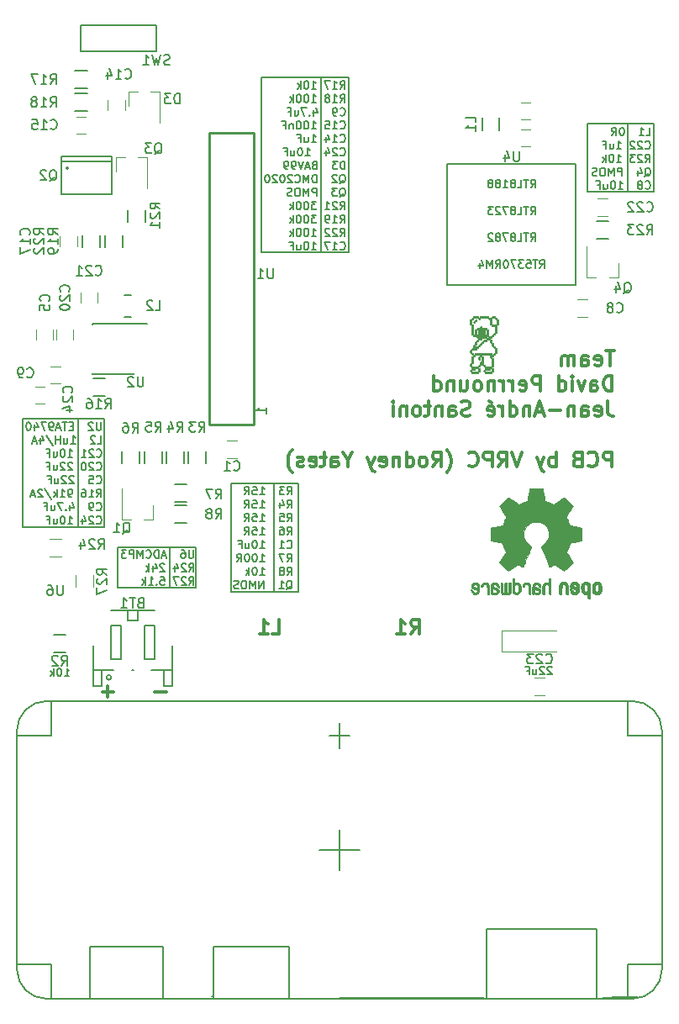
<source format=gbr>
G04 #@! TF.FileFunction,Legend,Bot*
%FSLAX46Y46*%
G04 Gerber Fmt 4.6, Leading zero omitted, Abs format (unit mm)*
G04 Created by KiCad (PCBNEW 4.0.5) date 03/19/17 00:11:40*
%MOMM*%
%LPD*%
G01*
G04 APERTURE LIST*
%ADD10C,0.100000*%
%ADD11C,0.200000*%
%ADD12C,0.150000*%
%ADD13C,0.300000*%
%ADD14C,0.010000*%
%ADD15C,0.120000*%
%ADD16C,0.250000*%
G04 APERTURE END LIST*
D10*
D11*
X85399155Y-119848315D02*
X85399155Y-115748315D01*
X88099155Y-115748315D02*
X88099155Y-119848315D01*
X80199155Y-115748315D02*
X88099155Y-115748315D01*
X80199155Y-119848315D02*
X80199155Y-115748315D01*
X88099155Y-119848315D02*
X80199155Y-119848315D01*
D12*
X87808679Y-116060220D02*
X87808679Y-116707839D01*
X87770584Y-116784029D01*
X87732488Y-116822125D01*
X87656298Y-116860220D01*
X87503917Y-116860220D01*
X87427726Y-116822125D01*
X87389631Y-116784029D01*
X87351536Y-116707839D01*
X87351536Y-116060220D01*
X86627727Y-116060220D02*
X86780108Y-116060220D01*
X86856298Y-116098315D01*
X86894393Y-116136410D01*
X86970584Y-116250696D01*
X87008679Y-116403077D01*
X87008679Y-116707839D01*
X86970584Y-116784029D01*
X86932489Y-116822125D01*
X86856298Y-116860220D01*
X86703917Y-116860220D01*
X86627727Y-116822125D01*
X86589631Y-116784029D01*
X86551536Y-116707839D01*
X86551536Y-116517363D01*
X86589631Y-116441172D01*
X86627727Y-116403077D01*
X86703917Y-116364982D01*
X86856298Y-116364982D01*
X86932489Y-116403077D01*
X86970584Y-116441172D01*
X87008679Y-116517363D01*
X85027726Y-116631648D02*
X84646774Y-116631648D01*
X85103917Y-116860220D02*
X84837250Y-116060220D01*
X84570583Y-116860220D01*
X84303917Y-116860220D02*
X84303917Y-116060220D01*
X84113441Y-116060220D01*
X83999155Y-116098315D01*
X83922964Y-116174505D01*
X83884869Y-116250696D01*
X83846774Y-116403077D01*
X83846774Y-116517363D01*
X83884869Y-116669744D01*
X83922964Y-116745934D01*
X83999155Y-116822125D01*
X84113441Y-116860220D01*
X84303917Y-116860220D01*
X83046774Y-116784029D02*
X83084869Y-116822125D01*
X83199155Y-116860220D01*
X83275345Y-116860220D01*
X83389631Y-116822125D01*
X83465822Y-116745934D01*
X83503917Y-116669744D01*
X83542012Y-116517363D01*
X83542012Y-116403077D01*
X83503917Y-116250696D01*
X83465822Y-116174505D01*
X83389631Y-116098315D01*
X83275345Y-116060220D01*
X83199155Y-116060220D01*
X83084869Y-116098315D01*
X83046774Y-116136410D01*
X82703917Y-116860220D02*
X82703917Y-116060220D01*
X82437250Y-116631648D01*
X82170583Y-116060220D01*
X82170583Y-116860220D01*
X81789631Y-116860220D02*
X81789631Y-116060220D01*
X81484869Y-116060220D01*
X81408678Y-116098315D01*
X81370583Y-116136410D01*
X81332488Y-116212601D01*
X81332488Y-116326886D01*
X81370583Y-116403077D01*
X81408678Y-116441172D01*
X81484869Y-116479267D01*
X81789631Y-116479267D01*
X81065821Y-116060220D02*
X80570583Y-116060220D01*
X80837250Y-116364982D01*
X80722964Y-116364982D01*
X80646774Y-116403077D01*
X80608678Y-116441172D01*
X80570583Y-116517363D01*
X80570583Y-116707839D01*
X80608678Y-116784029D01*
X80646774Y-116822125D01*
X80722964Y-116860220D01*
X80951536Y-116860220D01*
X81027726Y-116822125D01*
X81065821Y-116784029D01*
X87351536Y-118210220D02*
X87618203Y-117829267D01*
X87808679Y-118210220D02*
X87808679Y-117410220D01*
X87503917Y-117410220D01*
X87427726Y-117448315D01*
X87389631Y-117486410D01*
X87351536Y-117562601D01*
X87351536Y-117676886D01*
X87389631Y-117753077D01*
X87427726Y-117791172D01*
X87503917Y-117829267D01*
X87808679Y-117829267D01*
X87046774Y-117486410D02*
X87008679Y-117448315D01*
X86932488Y-117410220D01*
X86742012Y-117410220D01*
X86665822Y-117448315D01*
X86627726Y-117486410D01*
X86589631Y-117562601D01*
X86589631Y-117638791D01*
X86627726Y-117753077D01*
X87084869Y-118210220D01*
X86589631Y-118210220D01*
X85903917Y-117676886D02*
X85903917Y-118210220D01*
X86094393Y-117372125D02*
X86284869Y-117943553D01*
X85789631Y-117943553D01*
X84913440Y-117486410D02*
X84875345Y-117448315D01*
X84799154Y-117410220D01*
X84608678Y-117410220D01*
X84532488Y-117448315D01*
X84494392Y-117486410D01*
X84456297Y-117562601D01*
X84456297Y-117638791D01*
X84494392Y-117753077D01*
X84951535Y-118210220D01*
X84456297Y-118210220D01*
X83770583Y-117676886D02*
X83770583Y-118210220D01*
X83961059Y-117372125D02*
X84151535Y-117943553D01*
X83656297Y-117943553D01*
X83351535Y-118210220D02*
X83351535Y-117410220D01*
X83275344Y-117905458D02*
X83046773Y-118210220D01*
X83046773Y-117676886D02*
X83351535Y-117981648D01*
X87351536Y-119560220D02*
X87618203Y-119179267D01*
X87808679Y-119560220D02*
X87808679Y-118760220D01*
X87503917Y-118760220D01*
X87427726Y-118798315D01*
X87389631Y-118836410D01*
X87351536Y-118912601D01*
X87351536Y-119026886D01*
X87389631Y-119103077D01*
X87427726Y-119141172D01*
X87503917Y-119179267D01*
X87808679Y-119179267D01*
X87046774Y-118836410D02*
X87008679Y-118798315D01*
X86932488Y-118760220D01*
X86742012Y-118760220D01*
X86665822Y-118798315D01*
X86627726Y-118836410D01*
X86589631Y-118912601D01*
X86589631Y-118988791D01*
X86627726Y-119103077D01*
X87084869Y-119560220D01*
X86589631Y-119560220D01*
X86322964Y-118760220D02*
X85789631Y-118760220D01*
X86132488Y-119560220D01*
X84494392Y-118760220D02*
X84875345Y-118760220D01*
X84913440Y-119141172D01*
X84875345Y-119103077D01*
X84799154Y-119064982D01*
X84608678Y-119064982D01*
X84532488Y-119103077D01*
X84494392Y-119141172D01*
X84456297Y-119217363D01*
X84456297Y-119407839D01*
X84494392Y-119484029D01*
X84532488Y-119522125D01*
X84608678Y-119560220D01*
X84799154Y-119560220D01*
X84875345Y-119522125D01*
X84913440Y-119484029D01*
X84113440Y-119484029D02*
X84075345Y-119522125D01*
X84113440Y-119560220D01*
X84151535Y-119522125D01*
X84113440Y-119484029D01*
X84113440Y-119560220D01*
X83313440Y-119560220D02*
X83770583Y-119560220D01*
X83542012Y-119560220D02*
X83542012Y-118760220D01*
X83618202Y-118874505D01*
X83694393Y-118950696D01*
X83770583Y-118988791D01*
X82970583Y-119560220D02*
X82970583Y-118760220D01*
X82894392Y-119255458D02*
X82665821Y-119560220D01*
X82665821Y-119026886D02*
X82970583Y-119331648D01*
X74839631Y-128760220D02*
X75296774Y-128760220D01*
X75068203Y-128760220D02*
X75068203Y-127960220D01*
X75144393Y-128074505D01*
X75220584Y-128150696D01*
X75296774Y-128188791D01*
X74344393Y-127960220D02*
X74268202Y-127960220D01*
X74192012Y-127998315D01*
X74153917Y-128036410D01*
X74115821Y-128112601D01*
X74077726Y-128264982D01*
X74077726Y-128455458D01*
X74115821Y-128607839D01*
X74153917Y-128684029D01*
X74192012Y-128722125D01*
X74268202Y-128760220D01*
X74344393Y-128760220D01*
X74420583Y-128722125D01*
X74458679Y-128684029D01*
X74496774Y-128607839D01*
X74534869Y-128455458D01*
X74534869Y-128264982D01*
X74496774Y-128112601D01*
X74458679Y-128036410D01*
X74420583Y-127998315D01*
X74344393Y-127960220D01*
X73734869Y-128760220D02*
X73734869Y-127960220D01*
X73658678Y-128455458D02*
X73430107Y-128760220D01*
X73430107Y-128226886D02*
X73734869Y-128531648D01*
X121803917Y-79560220D02*
X122070584Y-79179267D01*
X122261060Y-79560220D02*
X122261060Y-78760220D01*
X121956298Y-78760220D01*
X121880107Y-78798315D01*
X121842012Y-78836410D01*
X121803917Y-78912601D01*
X121803917Y-79026886D01*
X121842012Y-79103077D01*
X121880107Y-79141172D01*
X121956298Y-79179267D01*
X122261060Y-79179267D01*
X121575346Y-78760220D02*
X121118203Y-78760220D01*
X121346774Y-79560220D02*
X121346774Y-78760220D01*
X120470583Y-79560220D02*
X120851536Y-79560220D01*
X120851536Y-78760220D01*
X120089631Y-79103077D02*
X120165822Y-79064982D01*
X120203917Y-79026886D01*
X120242012Y-78950696D01*
X120242012Y-78912601D01*
X120203917Y-78836410D01*
X120165822Y-78798315D01*
X120089631Y-78760220D01*
X119937250Y-78760220D01*
X119861060Y-78798315D01*
X119822964Y-78836410D01*
X119784869Y-78912601D01*
X119784869Y-78950696D01*
X119822964Y-79026886D01*
X119861060Y-79064982D01*
X119937250Y-79103077D01*
X120089631Y-79103077D01*
X120165822Y-79141172D01*
X120203917Y-79179267D01*
X120242012Y-79255458D01*
X120242012Y-79407839D01*
X120203917Y-79484029D01*
X120165822Y-79522125D01*
X120089631Y-79560220D01*
X119937250Y-79560220D01*
X119861060Y-79522125D01*
X119822964Y-79484029D01*
X119784869Y-79407839D01*
X119784869Y-79255458D01*
X119822964Y-79179267D01*
X119861060Y-79141172D01*
X119937250Y-79103077D01*
X119022964Y-79560220D02*
X119480107Y-79560220D01*
X119251536Y-79560220D02*
X119251536Y-78760220D01*
X119327726Y-78874505D01*
X119403917Y-78950696D01*
X119480107Y-78988791D01*
X118565821Y-79103077D02*
X118642012Y-79064982D01*
X118680107Y-79026886D01*
X118718202Y-78950696D01*
X118718202Y-78912601D01*
X118680107Y-78836410D01*
X118642012Y-78798315D01*
X118565821Y-78760220D01*
X118413440Y-78760220D01*
X118337250Y-78798315D01*
X118299154Y-78836410D01*
X118261059Y-78912601D01*
X118261059Y-78950696D01*
X118299154Y-79026886D01*
X118337250Y-79064982D01*
X118413440Y-79103077D01*
X118565821Y-79103077D01*
X118642012Y-79141172D01*
X118680107Y-79179267D01*
X118718202Y-79255458D01*
X118718202Y-79407839D01*
X118680107Y-79484029D01*
X118642012Y-79522125D01*
X118565821Y-79560220D01*
X118413440Y-79560220D01*
X118337250Y-79522125D01*
X118299154Y-79484029D01*
X118261059Y-79407839D01*
X118261059Y-79255458D01*
X118299154Y-79179267D01*
X118337250Y-79141172D01*
X118413440Y-79103077D01*
X117803916Y-79103077D02*
X117880107Y-79064982D01*
X117918202Y-79026886D01*
X117956297Y-78950696D01*
X117956297Y-78912601D01*
X117918202Y-78836410D01*
X117880107Y-78798315D01*
X117803916Y-78760220D01*
X117651535Y-78760220D01*
X117575345Y-78798315D01*
X117537249Y-78836410D01*
X117499154Y-78912601D01*
X117499154Y-78950696D01*
X117537249Y-79026886D01*
X117575345Y-79064982D01*
X117651535Y-79103077D01*
X117803916Y-79103077D01*
X117880107Y-79141172D01*
X117918202Y-79179267D01*
X117956297Y-79255458D01*
X117956297Y-79407839D01*
X117918202Y-79484029D01*
X117880107Y-79522125D01*
X117803916Y-79560220D01*
X117651535Y-79560220D01*
X117575345Y-79522125D01*
X117537249Y-79484029D01*
X117499154Y-79407839D01*
X117499154Y-79255458D01*
X117537249Y-79179267D01*
X117575345Y-79141172D01*
X117651535Y-79103077D01*
X121803917Y-82260220D02*
X122070584Y-81879267D01*
X122261060Y-82260220D02*
X122261060Y-81460220D01*
X121956298Y-81460220D01*
X121880107Y-81498315D01*
X121842012Y-81536410D01*
X121803917Y-81612601D01*
X121803917Y-81726886D01*
X121842012Y-81803077D01*
X121880107Y-81841172D01*
X121956298Y-81879267D01*
X122261060Y-81879267D01*
X121575346Y-81460220D02*
X121118203Y-81460220D01*
X121346774Y-82260220D02*
X121346774Y-81460220D01*
X120470583Y-82260220D02*
X120851536Y-82260220D01*
X120851536Y-81460220D01*
X120089631Y-81803077D02*
X120165822Y-81764982D01*
X120203917Y-81726886D01*
X120242012Y-81650696D01*
X120242012Y-81612601D01*
X120203917Y-81536410D01*
X120165822Y-81498315D01*
X120089631Y-81460220D01*
X119937250Y-81460220D01*
X119861060Y-81498315D01*
X119822964Y-81536410D01*
X119784869Y-81612601D01*
X119784869Y-81650696D01*
X119822964Y-81726886D01*
X119861060Y-81764982D01*
X119937250Y-81803077D01*
X120089631Y-81803077D01*
X120165822Y-81841172D01*
X120203917Y-81879267D01*
X120242012Y-81955458D01*
X120242012Y-82107839D01*
X120203917Y-82184029D01*
X120165822Y-82222125D01*
X120089631Y-82260220D01*
X119937250Y-82260220D01*
X119861060Y-82222125D01*
X119822964Y-82184029D01*
X119784869Y-82107839D01*
X119784869Y-81955458D01*
X119822964Y-81879267D01*
X119861060Y-81841172D01*
X119937250Y-81803077D01*
X119518202Y-81460220D02*
X118984869Y-81460220D01*
X119327726Y-82260220D01*
X118718202Y-81536410D02*
X118680107Y-81498315D01*
X118603916Y-81460220D01*
X118413440Y-81460220D01*
X118337250Y-81498315D01*
X118299154Y-81536410D01*
X118261059Y-81612601D01*
X118261059Y-81688791D01*
X118299154Y-81803077D01*
X118756297Y-82260220D01*
X118261059Y-82260220D01*
X117994392Y-81460220D02*
X117499154Y-81460220D01*
X117765821Y-81764982D01*
X117651535Y-81764982D01*
X117575345Y-81803077D01*
X117537249Y-81841172D01*
X117499154Y-81917363D01*
X117499154Y-82107839D01*
X117537249Y-82184029D01*
X117575345Y-82222125D01*
X117651535Y-82260220D01*
X117880107Y-82260220D01*
X117956297Y-82222125D01*
X117994392Y-82184029D01*
X121803917Y-84960220D02*
X122070584Y-84579267D01*
X122261060Y-84960220D02*
X122261060Y-84160220D01*
X121956298Y-84160220D01*
X121880107Y-84198315D01*
X121842012Y-84236410D01*
X121803917Y-84312601D01*
X121803917Y-84426886D01*
X121842012Y-84503077D01*
X121880107Y-84541172D01*
X121956298Y-84579267D01*
X122261060Y-84579267D01*
X121575346Y-84160220D02*
X121118203Y-84160220D01*
X121346774Y-84960220D02*
X121346774Y-84160220D01*
X120470583Y-84960220D02*
X120851536Y-84960220D01*
X120851536Y-84160220D01*
X120089631Y-84503077D02*
X120165822Y-84464982D01*
X120203917Y-84426886D01*
X120242012Y-84350696D01*
X120242012Y-84312601D01*
X120203917Y-84236410D01*
X120165822Y-84198315D01*
X120089631Y-84160220D01*
X119937250Y-84160220D01*
X119861060Y-84198315D01*
X119822964Y-84236410D01*
X119784869Y-84312601D01*
X119784869Y-84350696D01*
X119822964Y-84426886D01*
X119861060Y-84464982D01*
X119937250Y-84503077D01*
X120089631Y-84503077D01*
X120165822Y-84541172D01*
X120203917Y-84579267D01*
X120242012Y-84655458D01*
X120242012Y-84807839D01*
X120203917Y-84884029D01*
X120165822Y-84922125D01*
X120089631Y-84960220D01*
X119937250Y-84960220D01*
X119861060Y-84922125D01*
X119822964Y-84884029D01*
X119784869Y-84807839D01*
X119784869Y-84655458D01*
X119822964Y-84579267D01*
X119861060Y-84541172D01*
X119937250Y-84503077D01*
X119518202Y-84160220D02*
X118984869Y-84160220D01*
X119327726Y-84960220D01*
X118565821Y-84503077D02*
X118642012Y-84464982D01*
X118680107Y-84426886D01*
X118718202Y-84350696D01*
X118718202Y-84312601D01*
X118680107Y-84236410D01*
X118642012Y-84198315D01*
X118565821Y-84160220D01*
X118413440Y-84160220D01*
X118337250Y-84198315D01*
X118299154Y-84236410D01*
X118261059Y-84312601D01*
X118261059Y-84350696D01*
X118299154Y-84426886D01*
X118337250Y-84464982D01*
X118413440Y-84503077D01*
X118565821Y-84503077D01*
X118642012Y-84541172D01*
X118680107Y-84579267D01*
X118718202Y-84655458D01*
X118718202Y-84807839D01*
X118680107Y-84884029D01*
X118642012Y-84922125D01*
X118565821Y-84960220D01*
X118413440Y-84960220D01*
X118337250Y-84922125D01*
X118299154Y-84884029D01*
X118261059Y-84807839D01*
X118261059Y-84655458D01*
X118299154Y-84579267D01*
X118337250Y-84541172D01*
X118413440Y-84503077D01*
X117956297Y-84236410D02*
X117918202Y-84198315D01*
X117842011Y-84160220D01*
X117651535Y-84160220D01*
X117575345Y-84198315D01*
X117537249Y-84236410D01*
X117499154Y-84312601D01*
X117499154Y-84388791D01*
X117537249Y-84503077D01*
X117994392Y-84960220D01*
X117499154Y-84960220D01*
X122718203Y-87660220D02*
X122984870Y-87279267D01*
X123175346Y-87660220D02*
X123175346Y-86860220D01*
X122870584Y-86860220D01*
X122794393Y-86898315D01*
X122756298Y-86936410D01*
X122718203Y-87012601D01*
X122718203Y-87126886D01*
X122756298Y-87203077D01*
X122794393Y-87241172D01*
X122870584Y-87279267D01*
X123175346Y-87279267D01*
X122489632Y-86860220D02*
X122032489Y-86860220D01*
X122261060Y-87660220D02*
X122261060Y-86860220D01*
X121384869Y-86860220D02*
X121765822Y-86860220D01*
X121803917Y-87241172D01*
X121765822Y-87203077D01*
X121689631Y-87164982D01*
X121499155Y-87164982D01*
X121422965Y-87203077D01*
X121384869Y-87241172D01*
X121346774Y-87317363D01*
X121346774Y-87507839D01*
X121384869Y-87584029D01*
X121422965Y-87622125D01*
X121499155Y-87660220D01*
X121689631Y-87660220D01*
X121765822Y-87622125D01*
X121803917Y-87584029D01*
X121080107Y-86860220D02*
X120584869Y-86860220D01*
X120851536Y-87164982D01*
X120737250Y-87164982D01*
X120661060Y-87203077D01*
X120622964Y-87241172D01*
X120584869Y-87317363D01*
X120584869Y-87507839D01*
X120622964Y-87584029D01*
X120661060Y-87622125D01*
X120737250Y-87660220D01*
X120965822Y-87660220D01*
X121042012Y-87622125D01*
X121080107Y-87584029D01*
X120318202Y-86860220D02*
X119784869Y-86860220D01*
X120127726Y-87660220D01*
X119327726Y-86860220D02*
X119251535Y-86860220D01*
X119175345Y-86898315D01*
X119137250Y-86936410D01*
X119099154Y-87012601D01*
X119061059Y-87164982D01*
X119061059Y-87355458D01*
X119099154Y-87507839D01*
X119137250Y-87584029D01*
X119175345Y-87622125D01*
X119251535Y-87660220D01*
X119327726Y-87660220D01*
X119403916Y-87622125D01*
X119442012Y-87584029D01*
X119480107Y-87507839D01*
X119518202Y-87355458D01*
X119518202Y-87164982D01*
X119480107Y-87012601D01*
X119442012Y-86936410D01*
X119403916Y-86898315D01*
X119327726Y-86860220D01*
X118261059Y-87660220D02*
X118527726Y-87279267D01*
X118718202Y-87660220D02*
X118718202Y-86860220D01*
X118413440Y-86860220D01*
X118337249Y-86898315D01*
X118299154Y-86936410D01*
X118261059Y-87012601D01*
X118261059Y-87126886D01*
X118299154Y-87203077D01*
X118337249Y-87241172D01*
X118413440Y-87279267D01*
X118718202Y-87279267D01*
X117918202Y-87660220D02*
X117918202Y-86860220D01*
X117651535Y-87431648D01*
X117384868Y-86860220D01*
X117384868Y-87660220D01*
X116661059Y-87126886D02*
X116661059Y-87660220D01*
X116851535Y-86822125D02*
X117042011Y-87393553D01*
X116546773Y-87393553D01*
X123946774Y-127886410D02*
X123908679Y-127848315D01*
X123832488Y-127810220D01*
X123642012Y-127810220D01*
X123565822Y-127848315D01*
X123527726Y-127886410D01*
X123489631Y-127962601D01*
X123489631Y-128038791D01*
X123527726Y-128153077D01*
X123984869Y-128610220D01*
X123489631Y-128610220D01*
X123184869Y-127886410D02*
X123146774Y-127848315D01*
X123070583Y-127810220D01*
X122880107Y-127810220D01*
X122803917Y-127848315D01*
X122765821Y-127886410D01*
X122727726Y-127962601D01*
X122727726Y-128038791D01*
X122765821Y-128153077D01*
X123222964Y-128610220D01*
X122727726Y-128610220D01*
X122042012Y-128076886D02*
X122042012Y-128610220D01*
X122384869Y-128076886D02*
X122384869Y-128495934D01*
X122346774Y-128572125D01*
X122270583Y-128610220D01*
X122156297Y-128610220D01*
X122080107Y-128572125D01*
X122042012Y-128534029D01*
X121394392Y-128191172D02*
X121661059Y-128191172D01*
X121661059Y-128610220D02*
X121661059Y-127810220D01*
X121280106Y-127810220D01*
D11*
X76199155Y-102848315D02*
X76199155Y-113748315D01*
X70599155Y-102848315D02*
X78799155Y-102848315D01*
X70599155Y-113748315D02*
X70599155Y-102848315D01*
X78799155Y-113748315D02*
X70599155Y-113748315D01*
X78799155Y-102848315D02*
X78799155Y-113748315D01*
D12*
X78508679Y-103185220D02*
X78508679Y-103832839D01*
X78470584Y-103909029D01*
X78432488Y-103947125D01*
X78356298Y-103985220D01*
X78203917Y-103985220D01*
X78127726Y-103947125D01*
X78089631Y-103909029D01*
X78051536Y-103832839D01*
X78051536Y-103185220D01*
X77708679Y-103261410D02*
X77670584Y-103223315D01*
X77594393Y-103185220D01*
X77403917Y-103185220D01*
X77327727Y-103223315D01*
X77289631Y-103261410D01*
X77251536Y-103337601D01*
X77251536Y-103413791D01*
X77289631Y-103528077D01*
X77746774Y-103985220D01*
X77251536Y-103985220D01*
X75689631Y-103566172D02*
X75422964Y-103566172D01*
X75308678Y-103985220D02*
X75689631Y-103985220D01*
X75689631Y-103185220D01*
X75308678Y-103185220D01*
X75080107Y-103185220D02*
X74622964Y-103185220D01*
X74851535Y-103985220D02*
X74851535Y-103185220D01*
X74394392Y-103756648D02*
X74013440Y-103756648D01*
X74470583Y-103985220D02*
X74203916Y-103185220D01*
X73937249Y-103985220D01*
X73632488Y-103985220D02*
X73480107Y-103985220D01*
X73403916Y-103947125D01*
X73365821Y-103909029D01*
X73289630Y-103794744D01*
X73251535Y-103642363D01*
X73251535Y-103337601D01*
X73289630Y-103261410D01*
X73327726Y-103223315D01*
X73403916Y-103185220D01*
X73556297Y-103185220D01*
X73632488Y-103223315D01*
X73670583Y-103261410D01*
X73708678Y-103337601D01*
X73708678Y-103528077D01*
X73670583Y-103604267D01*
X73632488Y-103642363D01*
X73556297Y-103680458D01*
X73403916Y-103680458D01*
X73327726Y-103642363D01*
X73289630Y-103604267D01*
X73251535Y-103528077D01*
X72984868Y-103185220D02*
X72451535Y-103185220D01*
X72794392Y-103985220D01*
X71803916Y-103451886D02*
X71803916Y-103985220D01*
X71994392Y-103147125D02*
X72184868Y-103718553D01*
X71689630Y-103718553D01*
X71232487Y-103185220D02*
X71156296Y-103185220D01*
X71080106Y-103223315D01*
X71042011Y-103261410D01*
X71003915Y-103337601D01*
X70965820Y-103489982D01*
X70965820Y-103680458D01*
X71003915Y-103832839D01*
X71042011Y-103909029D01*
X71080106Y-103947125D01*
X71156296Y-103985220D01*
X71232487Y-103985220D01*
X71308677Y-103947125D01*
X71346773Y-103909029D01*
X71384868Y-103832839D01*
X71422963Y-103680458D01*
X71422963Y-103489982D01*
X71384868Y-103337601D01*
X71346773Y-103261410D01*
X71308677Y-103223315D01*
X71232487Y-103185220D01*
X78127726Y-105335220D02*
X78508679Y-105335220D01*
X78508679Y-104535220D01*
X77899155Y-104611410D02*
X77861060Y-104573315D01*
X77784869Y-104535220D01*
X77594393Y-104535220D01*
X77518203Y-104573315D01*
X77480107Y-104611410D01*
X77442012Y-104687601D01*
X77442012Y-104763791D01*
X77480107Y-104878077D01*
X77937250Y-105335220D01*
X77442012Y-105335220D01*
X75461059Y-105335220D02*
X75918202Y-105335220D01*
X75689631Y-105335220D02*
X75689631Y-104535220D01*
X75765821Y-104649505D01*
X75842012Y-104725696D01*
X75918202Y-104763791D01*
X74775345Y-104801886D02*
X74775345Y-105335220D01*
X75118202Y-104801886D02*
X75118202Y-105220934D01*
X75080107Y-105297125D01*
X75003916Y-105335220D01*
X74889630Y-105335220D01*
X74813440Y-105297125D01*
X74775345Y-105259029D01*
X74394392Y-105335220D02*
X74394392Y-104535220D01*
X74394392Y-104916172D02*
X73937249Y-104916172D01*
X73937249Y-105335220D02*
X73937249Y-104535220D01*
X72984868Y-104497125D02*
X73670583Y-105525696D01*
X72375345Y-104801886D02*
X72375345Y-105335220D01*
X72565821Y-104497125D02*
X72756297Y-105068553D01*
X72261059Y-105068553D01*
X71994392Y-105106648D02*
X71613440Y-105106648D01*
X72070583Y-105335220D02*
X71803916Y-104535220D01*
X71537249Y-105335220D01*
X78051536Y-106609029D02*
X78089631Y-106647125D01*
X78203917Y-106685220D01*
X78280107Y-106685220D01*
X78394393Y-106647125D01*
X78470584Y-106570934D01*
X78508679Y-106494744D01*
X78546774Y-106342363D01*
X78546774Y-106228077D01*
X78508679Y-106075696D01*
X78470584Y-105999505D01*
X78394393Y-105923315D01*
X78280107Y-105885220D01*
X78203917Y-105885220D01*
X78089631Y-105923315D01*
X78051536Y-105961410D01*
X77746774Y-105961410D02*
X77708679Y-105923315D01*
X77632488Y-105885220D01*
X77442012Y-105885220D01*
X77365822Y-105923315D01*
X77327726Y-105961410D01*
X77289631Y-106037601D01*
X77289631Y-106113791D01*
X77327726Y-106228077D01*
X77784869Y-106685220D01*
X77289631Y-106685220D01*
X76527726Y-106685220D02*
X76984869Y-106685220D01*
X76756298Y-106685220D02*
X76756298Y-105885220D01*
X76832488Y-105999505D01*
X76908679Y-106075696D01*
X76984869Y-106113791D01*
X75156297Y-106685220D02*
X75613440Y-106685220D01*
X75384869Y-106685220D02*
X75384869Y-105885220D01*
X75461059Y-105999505D01*
X75537250Y-106075696D01*
X75613440Y-106113791D01*
X74661059Y-105885220D02*
X74584868Y-105885220D01*
X74508678Y-105923315D01*
X74470583Y-105961410D01*
X74432487Y-106037601D01*
X74394392Y-106189982D01*
X74394392Y-106380458D01*
X74432487Y-106532839D01*
X74470583Y-106609029D01*
X74508678Y-106647125D01*
X74584868Y-106685220D01*
X74661059Y-106685220D01*
X74737249Y-106647125D01*
X74775345Y-106609029D01*
X74813440Y-106532839D01*
X74851535Y-106380458D01*
X74851535Y-106189982D01*
X74813440Y-106037601D01*
X74775345Y-105961410D01*
X74737249Y-105923315D01*
X74661059Y-105885220D01*
X73708678Y-106151886D02*
X73708678Y-106685220D01*
X74051535Y-106151886D02*
X74051535Y-106570934D01*
X74013440Y-106647125D01*
X73937249Y-106685220D01*
X73822963Y-106685220D01*
X73746773Y-106647125D01*
X73708678Y-106609029D01*
X73061058Y-106266172D02*
X73327725Y-106266172D01*
X73327725Y-106685220D02*
X73327725Y-105885220D01*
X72946772Y-105885220D01*
X78051536Y-107959029D02*
X78089631Y-107997125D01*
X78203917Y-108035220D01*
X78280107Y-108035220D01*
X78394393Y-107997125D01*
X78470584Y-107920934D01*
X78508679Y-107844744D01*
X78546774Y-107692363D01*
X78546774Y-107578077D01*
X78508679Y-107425696D01*
X78470584Y-107349505D01*
X78394393Y-107273315D01*
X78280107Y-107235220D01*
X78203917Y-107235220D01*
X78089631Y-107273315D01*
X78051536Y-107311410D01*
X77746774Y-107311410D02*
X77708679Y-107273315D01*
X77632488Y-107235220D01*
X77442012Y-107235220D01*
X77365822Y-107273315D01*
X77327726Y-107311410D01*
X77289631Y-107387601D01*
X77289631Y-107463791D01*
X77327726Y-107578077D01*
X77784869Y-108035220D01*
X77289631Y-108035220D01*
X76794393Y-107235220D02*
X76718202Y-107235220D01*
X76642012Y-107273315D01*
X76603917Y-107311410D01*
X76565821Y-107387601D01*
X76527726Y-107539982D01*
X76527726Y-107730458D01*
X76565821Y-107882839D01*
X76603917Y-107959029D01*
X76642012Y-107997125D01*
X76718202Y-108035220D01*
X76794393Y-108035220D01*
X76870583Y-107997125D01*
X76908679Y-107959029D01*
X76946774Y-107882839D01*
X76984869Y-107730458D01*
X76984869Y-107539982D01*
X76946774Y-107387601D01*
X76908679Y-107311410D01*
X76870583Y-107273315D01*
X76794393Y-107235220D01*
X75613440Y-107311410D02*
X75575345Y-107273315D01*
X75499154Y-107235220D01*
X75308678Y-107235220D01*
X75232488Y-107273315D01*
X75194392Y-107311410D01*
X75156297Y-107387601D01*
X75156297Y-107463791D01*
X75194392Y-107578077D01*
X75651535Y-108035220D01*
X75156297Y-108035220D01*
X74851535Y-107311410D02*
X74813440Y-107273315D01*
X74737249Y-107235220D01*
X74546773Y-107235220D01*
X74470583Y-107273315D01*
X74432487Y-107311410D01*
X74394392Y-107387601D01*
X74394392Y-107463791D01*
X74432487Y-107578077D01*
X74889630Y-108035220D01*
X74394392Y-108035220D01*
X73708678Y-107501886D02*
X73708678Y-108035220D01*
X74051535Y-107501886D02*
X74051535Y-107920934D01*
X74013440Y-107997125D01*
X73937249Y-108035220D01*
X73822963Y-108035220D01*
X73746773Y-107997125D01*
X73708678Y-107959029D01*
X73061058Y-107616172D02*
X73327725Y-107616172D01*
X73327725Y-108035220D02*
X73327725Y-107235220D01*
X72946772Y-107235220D01*
X78051536Y-109309029D02*
X78089631Y-109347125D01*
X78203917Y-109385220D01*
X78280107Y-109385220D01*
X78394393Y-109347125D01*
X78470584Y-109270934D01*
X78508679Y-109194744D01*
X78546774Y-109042363D01*
X78546774Y-108928077D01*
X78508679Y-108775696D01*
X78470584Y-108699505D01*
X78394393Y-108623315D01*
X78280107Y-108585220D01*
X78203917Y-108585220D01*
X78089631Y-108623315D01*
X78051536Y-108661410D01*
X77327726Y-108585220D02*
X77708679Y-108585220D01*
X77746774Y-108966172D01*
X77708679Y-108928077D01*
X77632488Y-108889982D01*
X77442012Y-108889982D01*
X77365822Y-108928077D01*
X77327726Y-108966172D01*
X77289631Y-109042363D01*
X77289631Y-109232839D01*
X77327726Y-109309029D01*
X77365822Y-109347125D01*
X77442012Y-109385220D01*
X77632488Y-109385220D01*
X77708679Y-109347125D01*
X77746774Y-109309029D01*
X75765821Y-108661410D02*
X75727726Y-108623315D01*
X75651535Y-108585220D01*
X75461059Y-108585220D01*
X75384869Y-108623315D01*
X75346773Y-108661410D01*
X75308678Y-108737601D01*
X75308678Y-108813791D01*
X75346773Y-108928077D01*
X75803916Y-109385220D01*
X75308678Y-109385220D01*
X75003916Y-108661410D02*
X74965821Y-108623315D01*
X74889630Y-108585220D01*
X74699154Y-108585220D01*
X74622964Y-108623315D01*
X74584868Y-108661410D01*
X74546773Y-108737601D01*
X74546773Y-108813791D01*
X74584868Y-108928077D01*
X75042011Y-109385220D01*
X74546773Y-109385220D01*
X73861059Y-108851886D02*
X73861059Y-109385220D01*
X74203916Y-108851886D02*
X74203916Y-109270934D01*
X74165821Y-109347125D01*
X74089630Y-109385220D01*
X73975344Y-109385220D01*
X73899154Y-109347125D01*
X73861059Y-109309029D01*
X73213439Y-108966172D02*
X73480106Y-108966172D01*
X73480106Y-109385220D02*
X73480106Y-108585220D01*
X73099153Y-108585220D01*
X78051536Y-110735220D02*
X78318203Y-110354267D01*
X78508679Y-110735220D02*
X78508679Y-109935220D01*
X78203917Y-109935220D01*
X78127726Y-109973315D01*
X78089631Y-110011410D01*
X78051536Y-110087601D01*
X78051536Y-110201886D01*
X78089631Y-110278077D01*
X78127726Y-110316172D01*
X78203917Y-110354267D01*
X78508679Y-110354267D01*
X77289631Y-110735220D02*
X77746774Y-110735220D01*
X77518203Y-110735220D02*
X77518203Y-109935220D01*
X77594393Y-110049505D01*
X77670584Y-110125696D01*
X77746774Y-110163791D01*
X76603917Y-109935220D02*
X76756298Y-109935220D01*
X76832488Y-109973315D01*
X76870583Y-110011410D01*
X76946774Y-110125696D01*
X76984869Y-110278077D01*
X76984869Y-110582839D01*
X76946774Y-110659029D01*
X76908679Y-110697125D01*
X76832488Y-110735220D01*
X76680107Y-110735220D01*
X76603917Y-110697125D01*
X76565821Y-110659029D01*
X76527726Y-110582839D01*
X76527726Y-110392363D01*
X76565821Y-110316172D01*
X76603917Y-110278077D01*
X76680107Y-110239982D01*
X76832488Y-110239982D01*
X76908679Y-110278077D01*
X76946774Y-110316172D01*
X76984869Y-110392363D01*
X75537250Y-110735220D02*
X75384869Y-110735220D01*
X75308678Y-110697125D01*
X75270583Y-110659029D01*
X75194392Y-110544744D01*
X75156297Y-110392363D01*
X75156297Y-110087601D01*
X75194392Y-110011410D01*
X75232488Y-109973315D01*
X75308678Y-109935220D01*
X75461059Y-109935220D01*
X75537250Y-109973315D01*
X75575345Y-110011410D01*
X75613440Y-110087601D01*
X75613440Y-110278077D01*
X75575345Y-110354267D01*
X75537250Y-110392363D01*
X75461059Y-110430458D01*
X75308678Y-110430458D01*
X75232488Y-110392363D01*
X75194392Y-110354267D01*
X75156297Y-110278077D01*
X74394392Y-110735220D02*
X74851535Y-110735220D01*
X74622964Y-110735220D02*
X74622964Y-109935220D01*
X74699154Y-110049505D01*
X74775345Y-110125696D01*
X74851535Y-110163791D01*
X74051535Y-110735220D02*
X74051535Y-109935220D01*
X73975344Y-110430458D02*
X73746773Y-110735220D01*
X73746773Y-110201886D02*
X74051535Y-110506648D01*
X72832487Y-109897125D02*
X73518202Y-110925696D01*
X72603916Y-110011410D02*
X72565821Y-109973315D01*
X72489630Y-109935220D01*
X72299154Y-109935220D01*
X72222964Y-109973315D01*
X72184868Y-110011410D01*
X72146773Y-110087601D01*
X72146773Y-110163791D01*
X72184868Y-110278077D01*
X72642011Y-110735220D01*
X72146773Y-110735220D01*
X71842011Y-110506648D02*
X71461059Y-110506648D01*
X71918202Y-110735220D02*
X71651535Y-109935220D01*
X71384868Y-110735220D01*
X78051536Y-112009029D02*
X78089631Y-112047125D01*
X78203917Y-112085220D01*
X78280107Y-112085220D01*
X78394393Y-112047125D01*
X78470584Y-111970934D01*
X78508679Y-111894744D01*
X78546774Y-111742363D01*
X78546774Y-111628077D01*
X78508679Y-111475696D01*
X78470584Y-111399505D01*
X78394393Y-111323315D01*
X78280107Y-111285220D01*
X78203917Y-111285220D01*
X78089631Y-111323315D01*
X78051536Y-111361410D01*
X77670584Y-112085220D02*
X77518203Y-112085220D01*
X77442012Y-112047125D01*
X77403917Y-112009029D01*
X77327726Y-111894744D01*
X77289631Y-111742363D01*
X77289631Y-111437601D01*
X77327726Y-111361410D01*
X77365822Y-111323315D01*
X77442012Y-111285220D01*
X77594393Y-111285220D01*
X77670584Y-111323315D01*
X77708679Y-111361410D01*
X77746774Y-111437601D01*
X77746774Y-111628077D01*
X77708679Y-111704267D01*
X77670584Y-111742363D01*
X77594393Y-111780458D01*
X77442012Y-111780458D01*
X77365822Y-111742363D01*
X77327726Y-111704267D01*
X77289631Y-111628077D01*
X75384869Y-111551886D02*
X75384869Y-112085220D01*
X75575345Y-111247125D02*
X75765821Y-111818553D01*
X75270583Y-111818553D01*
X74965821Y-112009029D02*
X74927726Y-112047125D01*
X74965821Y-112085220D01*
X75003916Y-112047125D01*
X74965821Y-112009029D01*
X74965821Y-112085220D01*
X74661059Y-111285220D02*
X74127726Y-111285220D01*
X74470583Y-112085220D01*
X73480107Y-111551886D02*
X73480107Y-112085220D01*
X73822964Y-111551886D02*
X73822964Y-111970934D01*
X73784869Y-112047125D01*
X73708678Y-112085220D01*
X73594392Y-112085220D01*
X73518202Y-112047125D01*
X73480107Y-112009029D01*
X72832487Y-111666172D02*
X73099154Y-111666172D01*
X73099154Y-112085220D02*
X73099154Y-111285220D01*
X72718201Y-111285220D01*
X78051536Y-113359029D02*
X78089631Y-113397125D01*
X78203917Y-113435220D01*
X78280107Y-113435220D01*
X78394393Y-113397125D01*
X78470584Y-113320934D01*
X78508679Y-113244744D01*
X78546774Y-113092363D01*
X78546774Y-112978077D01*
X78508679Y-112825696D01*
X78470584Y-112749505D01*
X78394393Y-112673315D01*
X78280107Y-112635220D01*
X78203917Y-112635220D01*
X78089631Y-112673315D01*
X78051536Y-112711410D01*
X77746774Y-112711410D02*
X77708679Y-112673315D01*
X77632488Y-112635220D01*
X77442012Y-112635220D01*
X77365822Y-112673315D01*
X77327726Y-112711410D01*
X77289631Y-112787601D01*
X77289631Y-112863791D01*
X77327726Y-112978077D01*
X77784869Y-113435220D01*
X77289631Y-113435220D01*
X76603917Y-112901886D02*
X76603917Y-113435220D01*
X76794393Y-112597125D02*
X76984869Y-113168553D01*
X76489631Y-113168553D01*
X75156297Y-113435220D02*
X75613440Y-113435220D01*
X75384869Y-113435220D02*
X75384869Y-112635220D01*
X75461059Y-112749505D01*
X75537250Y-112825696D01*
X75613440Y-112863791D01*
X74661059Y-112635220D02*
X74584868Y-112635220D01*
X74508678Y-112673315D01*
X74470583Y-112711410D01*
X74432487Y-112787601D01*
X74394392Y-112939982D01*
X74394392Y-113130458D01*
X74432487Y-113282839D01*
X74470583Y-113359029D01*
X74508678Y-113397125D01*
X74584868Y-113435220D01*
X74661059Y-113435220D01*
X74737249Y-113397125D01*
X74775345Y-113359029D01*
X74813440Y-113282839D01*
X74851535Y-113130458D01*
X74851535Y-112939982D01*
X74813440Y-112787601D01*
X74775345Y-112711410D01*
X74737249Y-112673315D01*
X74661059Y-112635220D01*
X73708678Y-112901886D02*
X73708678Y-113435220D01*
X74051535Y-112901886D02*
X74051535Y-113320934D01*
X74013440Y-113397125D01*
X73937249Y-113435220D01*
X73822963Y-113435220D01*
X73746773Y-113397125D01*
X73708678Y-113359029D01*
X73061058Y-113016172D02*
X73327725Y-113016172D01*
X73327725Y-113435220D02*
X73327725Y-112635220D01*
X72946772Y-112635220D01*
D11*
X100699155Y-86048315D02*
X100699155Y-68448315D01*
X94699155Y-86098315D02*
X103499155Y-86098315D01*
X94699155Y-68448315D02*
X94699155Y-86098315D01*
X103499155Y-68448315D02*
X94699155Y-68448315D01*
X103499155Y-86098315D02*
X103499155Y-68448315D01*
D12*
X102601536Y-69610220D02*
X102868203Y-69229267D01*
X103058679Y-69610220D02*
X103058679Y-68810220D01*
X102753917Y-68810220D01*
X102677726Y-68848315D01*
X102639631Y-68886410D01*
X102601536Y-68962601D01*
X102601536Y-69076886D01*
X102639631Y-69153077D01*
X102677726Y-69191172D01*
X102753917Y-69229267D01*
X103058679Y-69229267D01*
X101839631Y-69610220D02*
X102296774Y-69610220D01*
X102068203Y-69610220D02*
X102068203Y-68810220D01*
X102144393Y-68924505D01*
X102220584Y-69000696D01*
X102296774Y-69038791D01*
X101572964Y-68810220D02*
X101039631Y-68810220D01*
X101382488Y-69610220D01*
X99706297Y-69610220D02*
X100163440Y-69610220D01*
X99934869Y-69610220D02*
X99934869Y-68810220D01*
X100011059Y-68924505D01*
X100087250Y-69000696D01*
X100163440Y-69038791D01*
X99211059Y-68810220D02*
X99134868Y-68810220D01*
X99058678Y-68848315D01*
X99020583Y-68886410D01*
X98982487Y-68962601D01*
X98944392Y-69114982D01*
X98944392Y-69305458D01*
X98982487Y-69457839D01*
X99020583Y-69534029D01*
X99058678Y-69572125D01*
X99134868Y-69610220D01*
X99211059Y-69610220D01*
X99287249Y-69572125D01*
X99325345Y-69534029D01*
X99363440Y-69457839D01*
X99401535Y-69305458D01*
X99401535Y-69114982D01*
X99363440Y-68962601D01*
X99325345Y-68886410D01*
X99287249Y-68848315D01*
X99211059Y-68810220D01*
X98601535Y-69610220D02*
X98601535Y-68810220D01*
X98525344Y-69305458D02*
X98296773Y-69610220D01*
X98296773Y-69076886D02*
X98601535Y-69381648D01*
X102601536Y-70960220D02*
X102868203Y-70579267D01*
X103058679Y-70960220D02*
X103058679Y-70160220D01*
X102753917Y-70160220D01*
X102677726Y-70198315D01*
X102639631Y-70236410D01*
X102601536Y-70312601D01*
X102601536Y-70426886D01*
X102639631Y-70503077D01*
X102677726Y-70541172D01*
X102753917Y-70579267D01*
X103058679Y-70579267D01*
X101839631Y-70960220D02*
X102296774Y-70960220D01*
X102068203Y-70960220D02*
X102068203Y-70160220D01*
X102144393Y-70274505D01*
X102220584Y-70350696D01*
X102296774Y-70388791D01*
X101382488Y-70503077D02*
X101458679Y-70464982D01*
X101496774Y-70426886D01*
X101534869Y-70350696D01*
X101534869Y-70312601D01*
X101496774Y-70236410D01*
X101458679Y-70198315D01*
X101382488Y-70160220D01*
X101230107Y-70160220D01*
X101153917Y-70198315D01*
X101115821Y-70236410D01*
X101077726Y-70312601D01*
X101077726Y-70350696D01*
X101115821Y-70426886D01*
X101153917Y-70464982D01*
X101230107Y-70503077D01*
X101382488Y-70503077D01*
X101458679Y-70541172D01*
X101496774Y-70579267D01*
X101534869Y-70655458D01*
X101534869Y-70807839D01*
X101496774Y-70884029D01*
X101458679Y-70922125D01*
X101382488Y-70960220D01*
X101230107Y-70960220D01*
X101153917Y-70922125D01*
X101115821Y-70884029D01*
X101077726Y-70807839D01*
X101077726Y-70655458D01*
X101115821Y-70579267D01*
X101153917Y-70541172D01*
X101230107Y-70503077D01*
X99706297Y-70960220D02*
X100163440Y-70960220D01*
X99934869Y-70960220D02*
X99934869Y-70160220D01*
X100011059Y-70274505D01*
X100087250Y-70350696D01*
X100163440Y-70388791D01*
X99211059Y-70160220D02*
X99134868Y-70160220D01*
X99058678Y-70198315D01*
X99020583Y-70236410D01*
X98982487Y-70312601D01*
X98944392Y-70464982D01*
X98944392Y-70655458D01*
X98982487Y-70807839D01*
X99020583Y-70884029D01*
X99058678Y-70922125D01*
X99134868Y-70960220D01*
X99211059Y-70960220D01*
X99287249Y-70922125D01*
X99325345Y-70884029D01*
X99363440Y-70807839D01*
X99401535Y-70655458D01*
X99401535Y-70464982D01*
X99363440Y-70312601D01*
X99325345Y-70236410D01*
X99287249Y-70198315D01*
X99211059Y-70160220D01*
X98449154Y-70160220D02*
X98372963Y-70160220D01*
X98296773Y-70198315D01*
X98258678Y-70236410D01*
X98220582Y-70312601D01*
X98182487Y-70464982D01*
X98182487Y-70655458D01*
X98220582Y-70807839D01*
X98258678Y-70884029D01*
X98296773Y-70922125D01*
X98372963Y-70960220D01*
X98449154Y-70960220D01*
X98525344Y-70922125D01*
X98563440Y-70884029D01*
X98601535Y-70807839D01*
X98639630Y-70655458D01*
X98639630Y-70464982D01*
X98601535Y-70312601D01*
X98563440Y-70236410D01*
X98525344Y-70198315D01*
X98449154Y-70160220D01*
X97839630Y-70960220D02*
X97839630Y-70160220D01*
X97763439Y-70655458D02*
X97534868Y-70960220D01*
X97534868Y-70426886D02*
X97839630Y-70731648D01*
X102601536Y-72234029D02*
X102639631Y-72272125D01*
X102753917Y-72310220D01*
X102830107Y-72310220D01*
X102944393Y-72272125D01*
X103020584Y-72195934D01*
X103058679Y-72119744D01*
X103096774Y-71967363D01*
X103096774Y-71853077D01*
X103058679Y-71700696D01*
X103020584Y-71624505D01*
X102944393Y-71548315D01*
X102830107Y-71510220D01*
X102753917Y-71510220D01*
X102639631Y-71548315D01*
X102601536Y-71586410D01*
X102220584Y-72310220D02*
X102068203Y-72310220D01*
X101992012Y-72272125D01*
X101953917Y-72234029D01*
X101877726Y-72119744D01*
X101839631Y-71967363D01*
X101839631Y-71662601D01*
X101877726Y-71586410D01*
X101915822Y-71548315D01*
X101992012Y-71510220D01*
X102144393Y-71510220D01*
X102220584Y-71548315D01*
X102258679Y-71586410D01*
X102296774Y-71662601D01*
X102296774Y-71853077D01*
X102258679Y-71929267D01*
X102220584Y-71967363D01*
X102144393Y-72005458D01*
X101992012Y-72005458D01*
X101915822Y-71967363D01*
X101877726Y-71929267D01*
X101839631Y-71853077D01*
X99934869Y-71776886D02*
X99934869Y-72310220D01*
X100125345Y-71472125D02*
X100315821Y-72043553D01*
X99820583Y-72043553D01*
X99515821Y-72234029D02*
X99477726Y-72272125D01*
X99515821Y-72310220D01*
X99553916Y-72272125D01*
X99515821Y-72234029D01*
X99515821Y-72310220D01*
X99211059Y-71510220D02*
X98677726Y-71510220D01*
X99020583Y-72310220D01*
X98030107Y-71776886D02*
X98030107Y-72310220D01*
X98372964Y-71776886D02*
X98372964Y-72195934D01*
X98334869Y-72272125D01*
X98258678Y-72310220D01*
X98144392Y-72310220D01*
X98068202Y-72272125D01*
X98030107Y-72234029D01*
X97382487Y-71891172D02*
X97649154Y-71891172D01*
X97649154Y-72310220D02*
X97649154Y-71510220D01*
X97268201Y-71510220D01*
X102601536Y-73584029D02*
X102639631Y-73622125D01*
X102753917Y-73660220D01*
X102830107Y-73660220D01*
X102944393Y-73622125D01*
X103020584Y-73545934D01*
X103058679Y-73469744D01*
X103096774Y-73317363D01*
X103096774Y-73203077D01*
X103058679Y-73050696D01*
X103020584Y-72974505D01*
X102944393Y-72898315D01*
X102830107Y-72860220D01*
X102753917Y-72860220D01*
X102639631Y-72898315D01*
X102601536Y-72936410D01*
X101839631Y-73660220D02*
X102296774Y-73660220D01*
X102068203Y-73660220D02*
X102068203Y-72860220D01*
X102144393Y-72974505D01*
X102220584Y-73050696D01*
X102296774Y-73088791D01*
X101115821Y-72860220D02*
X101496774Y-72860220D01*
X101534869Y-73241172D01*
X101496774Y-73203077D01*
X101420583Y-73164982D01*
X101230107Y-73164982D01*
X101153917Y-73203077D01*
X101115821Y-73241172D01*
X101077726Y-73317363D01*
X101077726Y-73507839D01*
X101115821Y-73584029D01*
X101153917Y-73622125D01*
X101230107Y-73660220D01*
X101420583Y-73660220D01*
X101496774Y-73622125D01*
X101534869Y-73584029D01*
X99706297Y-73660220D02*
X100163440Y-73660220D01*
X99934869Y-73660220D02*
X99934869Y-72860220D01*
X100011059Y-72974505D01*
X100087250Y-73050696D01*
X100163440Y-73088791D01*
X99211059Y-72860220D02*
X99134868Y-72860220D01*
X99058678Y-72898315D01*
X99020583Y-72936410D01*
X98982487Y-73012601D01*
X98944392Y-73164982D01*
X98944392Y-73355458D01*
X98982487Y-73507839D01*
X99020583Y-73584029D01*
X99058678Y-73622125D01*
X99134868Y-73660220D01*
X99211059Y-73660220D01*
X99287249Y-73622125D01*
X99325345Y-73584029D01*
X99363440Y-73507839D01*
X99401535Y-73355458D01*
X99401535Y-73164982D01*
X99363440Y-73012601D01*
X99325345Y-72936410D01*
X99287249Y-72898315D01*
X99211059Y-72860220D01*
X98449154Y-72860220D02*
X98372963Y-72860220D01*
X98296773Y-72898315D01*
X98258678Y-72936410D01*
X98220582Y-73012601D01*
X98182487Y-73164982D01*
X98182487Y-73355458D01*
X98220582Y-73507839D01*
X98258678Y-73584029D01*
X98296773Y-73622125D01*
X98372963Y-73660220D01*
X98449154Y-73660220D01*
X98525344Y-73622125D01*
X98563440Y-73584029D01*
X98601535Y-73507839D01*
X98639630Y-73355458D01*
X98639630Y-73164982D01*
X98601535Y-73012601D01*
X98563440Y-72936410D01*
X98525344Y-72898315D01*
X98449154Y-72860220D01*
X97839630Y-73126886D02*
X97839630Y-73660220D01*
X97839630Y-73203077D02*
X97801535Y-73164982D01*
X97725344Y-73126886D01*
X97611058Y-73126886D01*
X97534868Y-73164982D01*
X97496773Y-73241172D01*
X97496773Y-73660220D01*
X96849153Y-73241172D02*
X97115820Y-73241172D01*
X97115820Y-73660220D02*
X97115820Y-72860220D01*
X96734867Y-72860220D01*
X102601536Y-74934029D02*
X102639631Y-74972125D01*
X102753917Y-75010220D01*
X102830107Y-75010220D01*
X102944393Y-74972125D01*
X103020584Y-74895934D01*
X103058679Y-74819744D01*
X103096774Y-74667363D01*
X103096774Y-74553077D01*
X103058679Y-74400696D01*
X103020584Y-74324505D01*
X102944393Y-74248315D01*
X102830107Y-74210220D01*
X102753917Y-74210220D01*
X102639631Y-74248315D01*
X102601536Y-74286410D01*
X101839631Y-75010220D02*
X102296774Y-75010220D01*
X102068203Y-75010220D02*
X102068203Y-74210220D01*
X102144393Y-74324505D01*
X102220584Y-74400696D01*
X102296774Y-74438791D01*
X101153917Y-74476886D02*
X101153917Y-75010220D01*
X101344393Y-74172125D02*
X101534869Y-74743553D01*
X101039631Y-74743553D01*
X99706297Y-75010220D02*
X100163440Y-75010220D01*
X99934869Y-75010220D02*
X99934869Y-74210220D01*
X100011059Y-74324505D01*
X100087250Y-74400696D01*
X100163440Y-74438791D01*
X99020583Y-74476886D02*
X99020583Y-75010220D01*
X99363440Y-74476886D02*
X99363440Y-74895934D01*
X99325345Y-74972125D01*
X99249154Y-75010220D01*
X99134868Y-75010220D01*
X99058678Y-74972125D01*
X99020583Y-74934029D01*
X98372963Y-74591172D02*
X98639630Y-74591172D01*
X98639630Y-75010220D02*
X98639630Y-74210220D01*
X98258677Y-74210220D01*
X102601536Y-76284029D02*
X102639631Y-76322125D01*
X102753917Y-76360220D01*
X102830107Y-76360220D01*
X102944393Y-76322125D01*
X103020584Y-76245934D01*
X103058679Y-76169744D01*
X103096774Y-76017363D01*
X103096774Y-75903077D01*
X103058679Y-75750696D01*
X103020584Y-75674505D01*
X102944393Y-75598315D01*
X102830107Y-75560220D01*
X102753917Y-75560220D01*
X102639631Y-75598315D01*
X102601536Y-75636410D01*
X102296774Y-75636410D02*
X102258679Y-75598315D01*
X102182488Y-75560220D01*
X101992012Y-75560220D01*
X101915822Y-75598315D01*
X101877726Y-75636410D01*
X101839631Y-75712601D01*
X101839631Y-75788791D01*
X101877726Y-75903077D01*
X102334869Y-76360220D01*
X101839631Y-76360220D01*
X101153917Y-75826886D02*
X101153917Y-76360220D01*
X101344393Y-75522125D02*
X101534869Y-76093553D01*
X101039631Y-76093553D01*
X99096773Y-76360220D02*
X99553916Y-76360220D01*
X99325345Y-76360220D02*
X99325345Y-75560220D01*
X99401535Y-75674505D01*
X99477726Y-75750696D01*
X99553916Y-75788791D01*
X98601535Y-75560220D02*
X98525344Y-75560220D01*
X98449154Y-75598315D01*
X98411059Y-75636410D01*
X98372963Y-75712601D01*
X98334868Y-75864982D01*
X98334868Y-76055458D01*
X98372963Y-76207839D01*
X98411059Y-76284029D01*
X98449154Y-76322125D01*
X98525344Y-76360220D01*
X98601535Y-76360220D01*
X98677725Y-76322125D01*
X98715821Y-76284029D01*
X98753916Y-76207839D01*
X98792011Y-76055458D01*
X98792011Y-75864982D01*
X98753916Y-75712601D01*
X98715821Y-75636410D01*
X98677725Y-75598315D01*
X98601535Y-75560220D01*
X97649154Y-75826886D02*
X97649154Y-76360220D01*
X97992011Y-75826886D02*
X97992011Y-76245934D01*
X97953916Y-76322125D01*
X97877725Y-76360220D01*
X97763439Y-76360220D01*
X97687249Y-76322125D01*
X97649154Y-76284029D01*
X97001534Y-75941172D02*
X97268201Y-75941172D01*
X97268201Y-76360220D02*
X97268201Y-75560220D01*
X96887248Y-75560220D01*
X103058679Y-77710220D02*
X103058679Y-76910220D01*
X102868203Y-76910220D01*
X102753917Y-76948315D01*
X102677726Y-77024505D01*
X102639631Y-77100696D01*
X102601536Y-77253077D01*
X102601536Y-77367363D01*
X102639631Y-77519744D01*
X102677726Y-77595934D01*
X102753917Y-77672125D01*
X102868203Y-77710220D01*
X103058679Y-77710220D01*
X102334869Y-76910220D02*
X101839631Y-76910220D01*
X102106298Y-77214982D01*
X101992012Y-77214982D01*
X101915822Y-77253077D01*
X101877726Y-77291172D01*
X101839631Y-77367363D01*
X101839631Y-77557839D01*
X101877726Y-77634029D01*
X101915822Y-77672125D01*
X101992012Y-77710220D01*
X102220584Y-77710220D01*
X102296774Y-77672125D01*
X102334869Y-77634029D01*
X100011059Y-77291172D02*
X99896773Y-77329267D01*
X99858678Y-77367363D01*
X99820583Y-77443553D01*
X99820583Y-77557839D01*
X99858678Y-77634029D01*
X99896773Y-77672125D01*
X99972964Y-77710220D01*
X100277726Y-77710220D01*
X100277726Y-76910220D01*
X100011059Y-76910220D01*
X99934869Y-76948315D01*
X99896773Y-76986410D01*
X99858678Y-77062601D01*
X99858678Y-77138791D01*
X99896773Y-77214982D01*
X99934869Y-77253077D01*
X100011059Y-77291172D01*
X100277726Y-77291172D01*
X99515821Y-77481648D02*
X99134869Y-77481648D01*
X99592012Y-77710220D02*
X99325345Y-76910220D01*
X99058678Y-77710220D01*
X98906298Y-76910220D02*
X98639631Y-77710220D01*
X98372964Y-76910220D01*
X98068203Y-77710220D02*
X97915822Y-77710220D01*
X97839631Y-77672125D01*
X97801536Y-77634029D01*
X97725345Y-77519744D01*
X97687250Y-77367363D01*
X97687250Y-77062601D01*
X97725345Y-76986410D01*
X97763441Y-76948315D01*
X97839631Y-76910220D01*
X97992012Y-76910220D01*
X98068203Y-76948315D01*
X98106298Y-76986410D01*
X98144393Y-77062601D01*
X98144393Y-77253077D01*
X98106298Y-77329267D01*
X98068203Y-77367363D01*
X97992012Y-77405458D01*
X97839631Y-77405458D01*
X97763441Y-77367363D01*
X97725345Y-77329267D01*
X97687250Y-77253077D01*
X97306298Y-77710220D02*
X97153917Y-77710220D01*
X97077726Y-77672125D01*
X97039631Y-77634029D01*
X96963440Y-77519744D01*
X96925345Y-77367363D01*
X96925345Y-77062601D01*
X96963440Y-76986410D01*
X97001536Y-76948315D01*
X97077726Y-76910220D01*
X97230107Y-76910220D01*
X97306298Y-76948315D01*
X97344393Y-76986410D01*
X97382488Y-77062601D01*
X97382488Y-77253077D01*
X97344393Y-77329267D01*
X97306298Y-77367363D01*
X97230107Y-77405458D01*
X97077726Y-77405458D01*
X97001536Y-77367363D01*
X96963440Y-77329267D01*
X96925345Y-77253077D01*
X102525345Y-79136410D02*
X102601536Y-79098315D01*
X102677726Y-79022125D01*
X102792012Y-78907839D01*
X102868203Y-78869744D01*
X102944393Y-78869744D01*
X102906298Y-79060220D02*
X102982488Y-79022125D01*
X103058679Y-78945934D01*
X103096774Y-78793553D01*
X103096774Y-78526886D01*
X103058679Y-78374505D01*
X102982488Y-78298315D01*
X102906298Y-78260220D01*
X102753917Y-78260220D01*
X102677726Y-78298315D01*
X102601536Y-78374505D01*
X102563441Y-78526886D01*
X102563441Y-78793553D01*
X102601536Y-78945934D01*
X102677726Y-79022125D01*
X102753917Y-79060220D01*
X102906298Y-79060220D01*
X102258679Y-78336410D02*
X102220584Y-78298315D01*
X102144393Y-78260220D01*
X101953917Y-78260220D01*
X101877727Y-78298315D01*
X101839631Y-78336410D01*
X101801536Y-78412601D01*
X101801536Y-78488791D01*
X101839631Y-78603077D01*
X102296774Y-79060220D01*
X101801536Y-79060220D01*
X100239631Y-79060220D02*
X100239631Y-78260220D01*
X100049155Y-78260220D01*
X99934869Y-78298315D01*
X99858678Y-78374505D01*
X99820583Y-78450696D01*
X99782488Y-78603077D01*
X99782488Y-78717363D01*
X99820583Y-78869744D01*
X99858678Y-78945934D01*
X99934869Y-79022125D01*
X100049155Y-79060220D01*
X100239631Y-79060220D01*
X99439631Y-79060220D02*
X99439631Y-78260220D01*
X99172964Y-78831648D01*
X98906297Y-78260220D01*
X98906297Y-79060220D01*
X98068202Y-78984029D02*
X98106297Y-79022125D01*
X98220583Y-79060220D01*
X98296773Y-79060220D01*
X98411059Y-79022125D01*
X98487250Y-78945934D01*
X98525345Y-78869744D01*
X98563440Y-78717363D01*
X98563440Y-78603077D01*
X98525345Y-78450696D01*
X98487250Y-78374505D01*
X98411059Y-78298315D01*
X98296773Y-78260220D01*
X98220583Y-78260220D01*
X98106297Y-78298315D01*
X98068202Y-78336410D01*
X97763440Y-78336410D02*
X97725345Y-78298315D01*
X97649154Y-78260220D01*
X97458678Y-78260220D01*
X97382488Y-78298315D01*
X97344392Y-78336410D01*
X97306297Y-78412601D01*
X97306297Y-78488791D01*
X97344392Y-78603077D01*
X97801535Y-79060220D01*
X97306297Y-79060220D01*
X96811059Y-78260220D02*
X96734868Y-78260220D01*
X96658678Y-78298315D01*
X96620583Y-78336410D01*
X96582487Y-78412601D01*
X96544392Y-78564982D01*
X96544392Y-78755458D01*
X96582487Y-78907839D01*
X96620583Y-78984029D01*
X96658678Y-79022125D01*
X96734868Y-79060220D01*
X96811059Y-79060220D01*
X96887249Y-79022125D01*
X96925345Y-78984029D01*
X96963440Y-78907839D01*
X97001535Y-78755458D01*
X97001535Y-78564982D01*
X96963440Y-78412601D01*
X96925345Y-78336410D01*
X96887249Y-78298315D01*
X96811059Y-78260220D01*
X96239630Y-78336410D02*
X96201535Y-78298315D01*
X96125344Y-78260220D01*
X95934868Y-78260220D01*
X95858678Y-78298315D01*
X95820582Y-78336410D01*
X95782487Y-78412601D01*
X95782487Y-78488791D01*
X95820582Y-78603077D01*
X96277725Y-79060220D01*
X95782487Y-79060220D01*
X95287249Y-78260220D02*
X95211058Y-78260220D01*
X95134868Y-78298315D01*
X95096773Y-78336410D01*
X95058677Y-78412601D01*
X95020582Y-78564982D01*
X95020582Y-78755458D01*
X95058677Y-78907839D01*
X95096773Y-78984029D01*
X95134868Y-79022125D01*
X95211058Y-79060220D01*
X95287249Y-79060220D01*
X95363439Y-79022125D01*
X95401535Y-78984029D01*
X95439630Y-78907839D01*
X95477725Y-78755458D01*
X95477725Y-78564982D01*
X95439630Y-78412601D01*
X95401535Y-78336410D01*
X95363439Y-78298315D01*
X95287249Y-78260220D01*
X102525345Y-80486410D02*
X102601536Y-80448315D01*
X102677726Y-80372125D01*
X102792012Y-80257839D01*
X102868203Y-80219744D01*
X102944393Y-80219744D01*
X102906298Y-80410220D02*
X102982488Y-80372125D01*
X103058679Y-80295934D01*
X103096774Y-80143553D01*
X103096774Y-79876886D01*
X103058679Y-79724505D01*
X102982488Y-79648315D01*
X102906298Y-79610220D01*
X102753917Y-79610220D01*
X102677726Y-79648315D01*
X102601536Y-79724505D01*
X102563441Y-79876886D01*
X102563441Y-80143553D01*
X102601536Y-80295934D01*
X102677726Y-80372125D01*
X102753917Y-80410220D01*
X102906298Y-80410220D01*
X102296774Y-79610220D02*
X101801536Y-79610220D01*
X102068203Y-79914982D01*
X101953917Y-79914982D01*
X101877727Y-79953077D01*
X101839631Y-79991172D01*
X101801536Y-80067363D01*
X101801536Y-80257839D01*
X101839631Y-80334029D01*
X101877727Y-80372125D01*
X101953917Y-80410220D01*
X102182489Y-80410220D01*
X102258679Y-80372125D01*
X102296774Y-80334029D01*
X100239631Y-80410220D02*
X100239631Y-79610220D01*
X99934869Y-79610220D01*
X99858678Y-79648315D01*
X99820583Y-79686410D01*
X99782488Y-79762601D01*
X99782488Y-79876886D01*
X99820583Y-79953077D01*
X99858678Y-79991172D01*
X99934869Y-80029267D01*
X100239631Y-80029267D01*
X99439631Y-80410220D02*
X99439631Y-79610220D01*
X99172964Y-80181648D01*
X98906297Y-79610220D01*
X98906297Y-80410220D01*
X98372964Y-79610220D02*
X98220583Y-79610220D01*
X98144392Y-79648315D01*
X98068202Y-79724505D01*
X98030107Y-79876886D01*
X98030107Y-80143553D01*
X98068202Y-80295934D01*
X98144392Y-80372125D01*
X98220583Y-80410220D01*
X98372964Y-80410220D01*
X98449154Y-80372125D01*
X98525345Y-80295934D01*
X98563440Y-80143553D01*
X98563440Y-79876886D01*
X98525345Y-79724505D01*
X98449154Y-79648315D01*
X98372964Y-79610220D01*
X97725345Y-80372125D02*
X97611059Y-80410220D01*
X97420583Y-80410220D01*
X97344393Y-80372125D01*
X97306297Y-80334029D01*
X97268202Y-80257839D01*
X97268202Y-80181648D01*
X97306297Y-80105458D01*
X97344393Y-80067363D01*
X97420583Y-80029267D01*
X97572964Y-79991172D01*
X97649155Y-79953077D01*
X97687250Y-79914982D01*
X97725345Y-79838791D01*
X97725345Y-79762601D01*
X97687250Y-79686410D01*
X97649155Y-79648315D01*
X97572964Y-79610220D01*
X97382488Y-79610220D01*
X97268202Y-79648315D01*
X102601536Y-81760220D02*
X102868203Y-81379267D01*
X103058679Y-81760220D02*
X103058679Y-80960220D01*
X102753917Y-80960220D01*
X102677726Y-80998315D01*
X102639631Y-81036410D01*
X102601536Y-81112601D01*
X102601536Y-81226886D01*
X102639631Y-81303077D01*
X102677726Y-81341172D01*
X102753917Y-81379267D01*
X103058679Y-81379267D01*
X102296774Y-81036410D02*
X102258679Y-80998315D01*
X102182488Y-80960220D01*
X101992012Y-80960220D01*
X101915822Y-80998315D01*
X101877726Y-81036410D01*
X101839631Y-81112601D01*
X101839631Y-81188791D01*
X101877726Y-81303077D01*
X102334869Y-81760220D01*
X101839631Y-81760220D01*
X101077726Y-81760220D02*
X101534869Y-81760220D01*
X101306298Y-81760220D02*
X101306298Y-80960220D01*
X101382488Y-81074505D01*
X101458679Y-81150696D01*
X101534869Y-81188791D01*
X100201535Y-80960220D02*
X99706297Y-80960220D01*
X99972964Y-81264982D01*
X99858678Y-81264982D01*
X99782488Y-81303077D01*
X99744392Y-81341172D01*
X99706297Y-81417363D01*
X99706297Y-81607839D01*
X99744392Y-81684029D01*
X99782488Y-81722125D01*
X99858678Y-81760220D01*
X100087250Y-81760220D01*
X100163440Y-81722125D01*
X100201535Y-81684029D01*
X99211059Y-80960220D02*
X99134868Y-80960220D01*
X99058678Y-80998315D01*
X99020583Y-81036410D01*
X98982487Y-81112601D01*
X98944392Y-81264982D01*
X98944392Y-81455458D01*
X98982487Y-81607839D01*
X99020583Y-81684029D01*
X99058678Y-81722125D01*
X99134868Y-81760220D01*
X99211059Y-81760220D01*
X99287249Y-81722125D01*
X99325345Y-81684029D01*
X99363440Y-81607839D01*
X99401535Y-81455458D01*
X99401535Y-81264982D01*
X99363440Y-81112601D01*
X99325345Y-81036410D01*
X99287249Y-80998315D01*
X99211059Y-80960220D01*
X98449154Y-80960220D02*
X98372963Y-80960220D01*
X98296773Y-80998315D01*
X98258678Y-81036410D01*
X98220582Y-81112601D01*
X98182487Y-81264982D01*
X98182487Y-81455458D01*
X98220582Y-81607839D01*
X98258678Y-81684029D01*
X98296773Y-81722125D01*
X98372963Y-81760220D01*
X98449154Y-81760220D01*
X98525344Y-81722125D01*
X98563440Y-81684029D01*
X98601535Y-81607839D01*
X98639630Y-81455458D01*
X98639630Y-81264982D01*
X98601535Y-81112601D01*
X98563440Y-81036410D01*
X98525344Y-80998315D01*
X98449154Y-80960220D01*
X97839630Y-81760220D02*
X97839630Y-80960220D01*
X97763439Y-81455458D02*
X97534868Y-81760220D01*
X97534868Y-81226886D02*
X97839630Y-81531648D01*
X102601536Y-83110220D02*
X102868203Y-82729267D01*
X103058679Y-83110220D02*
X103058679Y-82310220D01*
X102753917Y-82310220D01*
X102677726Y-82348315D01*
X102639631Y-82386410D01*
X102601536Y-82462601D01*
X102601536Y-82576886D01*
X102639631Y-82653077D01*
X102677726Y-82691172D01*
X102753917Y-82729267D01*
X103058679Y-82729267D01*
X101839631Y-83110220D02*
X102296774Y-83110220D01*
X102068203Y-83110220D02*
X102068203Y-82310220D01*
X102144393Y-82424505D01*
X102220584Y-82500696D01*
X102296774Y-82538791D01*
X101458679Y-83110220D02*
X101306298Y-83110220D01*
X101230107Y-83072125D01*
X101192012Y-83034029D01*
X101115821Y-82919744D01*
X101077726Y-82767363D01*
X101077726Y-82462601D01*
X101115821Y-82386410D01*
X101153917Y-82348315D01*
X101230107Y-82310220D01*
X101382488Y-82310220D01*
X101458679Y-82348315D01*
X101496774Y-82386410D01*
X101534869Y-82462601D01*
X101534869Y-82653077D01*
X101496774Y-82729267D01*
X101458679Y-82767363D01*
X101382488Y-82805458D01*
X101230107Y-82805458D01*
X101153917Y-82767363D01*
X101115821Y-82729267D01*
X101077726Y-82653077D01*
X100201535Y-82310220D02*
X99706297Y-82310220D01*
X99972964Y-82614982D01*
X99858678Y-82614982D01*
X99782488Y-82653077D01*
X99744392Y-82691172D01*
X99706297Y-82767363D01*
X99706297Y-82957839D01*
X99744392Y-83034029D01*
X99782488Y-83072125D01*
X99858678Y-83110220D01*
X100087250Y-83110220D01*
X100163440Y-83072125D01*
X100201535Y-83034029D01*
X99211059Y-82310220D02*
X99134868Y-82310220D01*
X99058678Y-82348315D01*
X99020583Y-82386410D01*
X98982487Y-82462601D01*
X98944392Y-82614982D01*
X98944392Y-82805458D01*
X98982487Y-82957839D01*
X99020583Y-83034029D01*
X99058678Y-83072125D01*
X99134868Y-83110220D01*
X99211059Y-83110220D01*
X99287249Y-83072125D01*
X99325345Y-83034029D01*
X99363440Y-82957839D01*
X99401535Y-82805458D01*
X99401535Y-82614982D01*
X99363440Y-82462601D01*
X99325345Y-82386410D01*
X99287249Y-82348315D01*
X99211059Y-82310220D01*
X98449154Y-82310220D02*
X98372963Y-82310220D01*
X98296773Y-82348315D01*
X98258678Y-82386410D01*
X98220582Y-82462601D01*
X98182487Y-82614982D01*
X98182487Y-82805458D01*
X98220582Y-82957839D01*
X98258678Y-83034029D01*
X98296773Y-83072125D01*
X98372963Y-83110220D01*
X98449154Y-83110220D01*
X98525344Y-83072125D01*
X98563440Y-83034029D01*
X98601535Y-82957839D01*
X98639630Y-82805458D01*
X98639630Y-82614982D01*
X98601535Y-82462601D01*
X98563440Y-82386410D01*
X98525344Y-82348315D01*
X98449154Y-82310220D01*
X97839630Y-83110220D02*
X97839630Y-82310220D01*
X97763439Y-82805458D02*
X97534868Y-83110220D01*
X97534868Y-82576886D02*
X97839630Y-82881648D01*
X102601536Y-84460220D02*
X102868203Y-84079267D01*
X103058679Y-84460220D02*
X103058679Y-83660220D01*
X102753917Y-83660220D01*
X102677726Y-83698315D01*
X102639631Y-83736410D01*
X102601536Y-83812601D01*
X102601536Y-83926886D01*
X102639631Y-84003077D01*
X102677726Y-84041172D01*
X102753917Y-84079267D01*
X103058679Y-84079267D01*
X102296774Y-83736410D02*
X102258679Y-83698315D01*
X102182488Y-83660220D01*
X101992012Y-83660220D01*
X101915822Y-83698315D01*
X101877726Y-83736410D01*
X101839631Y-83812601D01*
X101839631Y-83888791D01*
X101877726Y-84003077D01*
X102334869Y-84460220D01*
X101839631Y-84460220D01*
X101534869Y-83736410D02*
X101496774Y-83698315D01*
X101420583Y-83660220D01*
X101230107Y-83660220D01*
X101153917Y-83698315D01*
X101115821Y-83736410D01*
X101077726Y-83812601D01*
X101077726Y-83888791D01*
X101115821Y-84003077D01*
X101572964Y-84460220D01*
X101077726Y-84460220D01*
X99706297Y-84460220D02*
X100163440Y-84460220D01*
X99934869Y-84460220D02*
X99934869Y-83660220D01*
X100011059Y-83774505D01*
X100087250Y-83850696D01*
X100163440Y-83888791D01*
X99211059Y-83660220D02*
X99134868Y-83660220D01*
X99058678Y-83698315D01*
X99020583Y-83736410D01*
X98982487Y-83812601D01*
X98944392Y-83964982D01*
X98944392Y-84155458D01*
X98982487Y-84307839D01*
X99020583Y-84384029D01*
X99058678Y-84422125D01*
X99134868Y-84460220D01*
X99211059Y-84460220D01*
X99287249Y-84422125D01*
X99325345Y-84384029D01*
X99363440Y-84307839D01*
X99401535Y-84155458D01*
X99401535Y-83964982D01*
X99363440Y-83812601D01*
X99325345Y-83736410D01*
X99287249Y-83698315D01*
X99211059Y-83660220D01*
X98449154Y-83660220D02*
X98372963Y-83660220D01*
X98296773Y-83698315D01*
X98258678Y-83736410D01*
X98220582Y-83812601D01*
X98182487Y-83964982D01*
X98182487Y-84155458D01*
X98220582Y-84307839D01*
X98258678Y-84384029D01*
X98296773Y-84422125D01*
X98372963Y-84460220D01*
X98449154Y-84460220D01*
X98525344Y-84422125D01*
X98563440Y-84384029D01*
X98601535Y-84307839D01*
X98639630Y-84155458D01*
X98639630Y-83964982D01*
X98601535Y-83812601D01*
X98563440Y-83736410D01*
X98525344Y-83698315D01*
X98449154Y-83660220D01*
X97839630Y-84460220D02*
X97839630Y-83660220D01*
X97763439Y-84155458D02*
X97534868Y-84460220D01*
X97534868Y-83926886D02*
X97839630Y-84231648D01*
X102601536Y-85734029D02*
X102639631Y-85772125D01*
X102753917Y-85810220D01*
X102830107Y-85810220D01*
X102944393Y-85772125D01*
X103020584Y-85695934D01*
X103058679Y-85619744D01*
X103096774Y-85467363D01*
X103096774Y-85353077D01*
X103058679Y-85200696D01*
X103020584Y-85124505D01*
X102944393Y-85048315D01*
X102830107Y-85010220D01*
X102753917Y-85010220D01*
X102639631Y-85048315D01*
X102601536Y-85086410D01*
X101839631Y-85810220D02*
X102296774Y-85810220D01*
X102068203Y-85810220D02*
X102068203Y-85010220D01*
X102144393Y-85124505D01*
X102220584Y-85200696D01*
X102296774Y-85238791D01*
X101572964Y-85010220D02*
X101039631Y-85010220D01*
X101382488Y-85810220D01*
X99706297Y-85810220D02*
X100163440Y-85810220D01*
X99934869Y-85810220D02*
X99934869Y-85010220D01*
X100011059Y-85124505D01*
X100087250Y-85200696D01*
X100163440Y-85238791D01*
X99211059Y-85010220D02*
X99134868Y-85010220D01*
X99058678Y-85048315D01*
X99020583Y-85086410D01*
X98982487Y-85162601D01*
X98944392Y-85314982D01*
X98944392Y-85505458D01*
X98982487Y-85657839D01*
X99020583Y-85734029D01*
X99058678Y-85772125D01*
X99134868Y-85810220D01*
X99211059Y-85810220D01*
X99287249Y-85772125D01*
X99325345Y-85734029D01*
X99363440Y-85657839D01*
X99401535Y-85505458D01*
X99401535Y-85314982D01*
X99363440Y-85162601D01*
X99325345Y-85086410D01*
X99287249Y-85048315D01*
X99211059Y-85010220D01*
X98258678Y-85276886D02*
X98258678Y-85810220D01*
X98601535Y-85276886D02*
X98601535Y-85695934D01*
X98563440Y-85772125D01*
X98487249Y-85810220D01*
X98372963Y-85810220D01*
X98296773Y-85772125D01*
X98258678Y-85734029D01*
X97611058Y-85391172D02*
X97877725Y-85391172D01*
X97877725Y-85810220D02*
X97877725Y-85010220D01*
X97496772Y-85010220D01*
D11*
X131599155Y-79948315D02*
X131599155Y-73148315D01*
X127499155Y-79948315D02*
X134199155Y-79948315D01*
X127499155Y-73148315D02*
X127499155Y-79948315D01*
X134199155Y-73148315D02*
X127499155Y-73148315D01*
X134199155Y-79948315D02*
X134199155Y-73148315D01*
D12*
X133427726Y-74310220D02*
X133808679Y-74310220D01*
X133808679Y-73510220D01*
X132742012Y-74310220D02*
X133199155Y-74310220D01*
X132970584Y-74310220D02*
X132970584Y-73510220D01*
X133046774Y-73624505D01*
X133122965Y-73700696D01*
X133199155Y-73738791D01*
X131027726Y-73510220D02*
X130951535Y-73510220D01*
X130875345Y-73548315D01*
X130837250Y-73586410D01*
X130799154Y-73662601D01*
X130761059Y-73814982D01*
X130761059Y-74005458D01*
X130799154Y-74157839D01*
X130837250Y-74234029D01*
X130875345Y-74272125D01*
X130951535Y-74310220D01*
X131027726Y-74310220D01*
X131103916Y-74272125D01*
X131142012Y-74234029D01*
X131180107Y-74157839D01*
X131218202Y-74005458D01*
X131218202Y-73814982D01*
X131180107Y-73662601D01*
X131142012Y-73586410D01*
X131103916Y-73548315D01*
X131027726Y-73510220D01*
X129961059Y-74310220D02*
X130227726Y-73929267D01*
X130418202Y-74310220D02*
X130418202Y-73510220D01*
X130113440Y-73510220D01*
X130037249Y-73548315D01*
X129999154Y-73586410D01*
X129961059Y-73662601D01*
X129961059Y-73776886D01*
X129999154Y-73853077D01*
X130037249Y-73891172D01*
X130113440Y-73929267D01*
X130418202Y-73929267D01*
X133351536Y-75584029D02*
X133389631Y-75622125D01*
X133503917Y-75660220D01*
X133580107Y-75660220D01*
X133694393Y-75622125D01*
X133770584Y-75545934D01*
X133808679Y-75469744D01*
X133846774Y-75317363D01*
X133846774Y-75203077D01*
X133808679Y-75050696D01*
X133770584Y-74974505D01*
X133694393Y-74898315D01*
X133580107Y-74860220D01*
X133503917Y-74860220D01*
X133389631Y-74898315D01*
X133351536Y-74936410D01*
X133046774Y-74936410D02*
X133008679Y-74898315D01*
X132932488Y-74860220D01*
X132742012Y-74860220D01*
X132665822Y-74898315D01*
X132627726Y-74936410D01*
X132589631Y-75012601D01*
X132589631Y-75088791D01*
X132627726Y-75203077D01*
X133084869Y-75660220D01*
X132589631Y-75660220D01*
X132284869Y-74936410D02*
X132246774Y-74898315D01*
X132170583Y-74860220D01*
X131980107Y-74860220D01*
X131903917Y-74898315D01*
X131865821Y-74936410D01*
X131827726Y-75012601D01*
X131827726Y-75088791D01*
X131865821Y-75203077D01*
X132322964Y-75660220D01*
X131827726Y-75660220D01*
X130456297Y-75660220D02*
X130913440Y-75660220D01*
X130684869Y-75660220D02*
X130684869Y-74860220D01*
X130761059Y-74974505D01*
X130837250Y-75050696D01*
X130913440Y-75088791D01*
X129770583Y-75126886D02*
X129770583Y-75660220D01*
X130113440Y-75126886D02*
X130113440Y-75545934D01*
X130075345Y-75622125D01*
X129999154Y-75660220D01*
X129884868Y-75660220D01*
X129808678Y-75622125D01*
X129770583Y-75584029D01*
X129122963Y-75241172D02*
X129389630Y-75241172D01*
X129389630Y-75660220D02*
X129389630Y-74860220D01*
X129008677Y-74860220D01*
X133351536Y-77010220D02*
X133618203Y-76629267D01*
X133808679Y-77010220D02*
X133808679Y-76210220D01*
X133503917Y-76210220D01*
X133427726Y-76248315D01*
X133389631Y-76286410D01*
X133351536Y-76362601D01*
X133351536Y-76476886D01*
X133389631Y-76553077D01*
X133427726Y-76591172D01*
X133503917Y-76629267D01*
X133808679Y-76629267D01*
X133046774Y-76286410D02*
X133008679Y-76248315D01*
X132932488Y-76210220D01*
X132742012Y-76210220D01*
X132665822Y-76248315D01*
X132627726Y-76286410D01*
X132589631Y-76362601D01*
X132589631Y-76438791D01*
X132627726Y-76553077D01*
X133084869Y-77010220D01*
X132589631Y-77010220D01*
X132322964Y-76210220D02*
X131827726Y-76210220D01*
X132094393Y-76514982D01*
X131980107Y-76514982D01*
X131903917Y-76553077D01*
X131865821Y-76591172D01*
X131827726Y-76667363D01*
X131827726Y-76857839D01*
X131865821Y-76934029D01*
X131903917Y-76972125D01*
X131980107Y-77010220D01*
X132208679Y-77010220D01*
X132284869Y-76972125D01*
X132322964Y-76934029D01*
X130456297Y-77010220D02*
X130913440Y-77010220D01*
X130684869Y-77010220D02*
X130684869Y-76210220D01*
X130761059Y-76324505D01*
X130837250Y-76400696D01*
X130913440Y-76438791D01*
X129961059Y-76210220D02*
X129884868Y-76210220D01*
X129808678Y-76248315D01*
X129770583Y-76286410D01*
X129732487Y-76362601D01*
X129694392Y-76514982D01*
X129694392Y-76705458D01*
X129732487Y-76857839D01*
X129770583Y-76934029D01*
X129808678Y-76972125D01*
X129884868Y-77010220D01*
X129961059Y-77010220D01*
X130037249Y-76972125D01*
X130075345Y-76934029D01*
X130113440Y-76857839D01*
X130151535Y-76705458D01*
X130151535Y-76514982D01*
X130113440Y-76362601D01*
X130075345Y-76286410D01*
X130037249Y-76248315D01*
X129961059Y-76210220D01*
X129351535Y-77010220D02*
X129351535Y-76210220D01*
X129275344Y-76705458D02*
X129046773Y-77010220D01*
X129046773Y-76476886D02*
X129351535Y-76781648D01*
X133275345Y-78436410D02*
X133351536Y-78398315D01*
X133427726Y-78322125D01*
X133542012Y-78207839D01*
X133618203Y-78169744D01*
X133694393Y-78169744D01*
X133656298Y-78360220D02*
X133732488Y-78322125D01*
X133808679Y-78245934D01*
X133846774Y-78093553D01*
X133846774Y-77826886D01*
X133808679Y-77674505D01*
X133732488Y-77598315D01*
X133656298Y-77560220D01*
X133503917Y-77560220D01*
X133427726Y-77598315D01*
X133351536Y-77674505D01*
X133313441Y-77826886D01*
X133313441Y-78093553D01*
X133351536Y-78245934D01*
X133427726Y-78322125D01*
X133503917Y-78360220D01*
X133656298Y-78360220D01*
X132627727Y-77826886D02*
X132627727Y-78360220D01*
X132818203Y-77522125D02*
X133008679Y-78093553D01*
X132513441Y-78093553D01*
X130989631Y-78360220D02*
X130989631Y-77560220D01*
X130684869Y-77560220D01*
X130608678Y-77598315D01*
X130570583Y-77636410D01*
X130532488Y-77712601D01*
X130532488Y-77826886D01*
X130570583Y-77903077D01*
X130608678Y-77941172D01*
X130684869Y-77979267D01*
X130989631Y-77979267D01*
X130189631Y-78360220D02*
X130189631Y-77560220D01*
X129922964Y-78131648D01*
X129656297Y-77560220D01*
X129656297Y-78360220D01*
X129122964Y-77560220D02*
X128970583Y-77560220D01*
X128894392Y-77598315D01*
X128818202Y-77674505D01*
X128780107Y-77826886D01*
X128780107Y-78093553D01*
X128818202Y-78245934D01*
X128894392Y-78322125D01*
X128970583Y-78360220D01*
X129122964Y-78360220D01*
X129199154Y-78322125D01*
X129275345Y-78245934D01*
X129313440Y-78093553D01*
X129313440Y-77826886D01*
X129275345Y-77674505D01*
X129199154Y-77598315D01*
X129122964Y-77560220D01*
X128475345Y-78322125D02*
X128361059Y-78360220D01*
X128170583Y-78360220D01*
X128094393Y-78322125D01*
X128056297Y-78284029D01*
X128018202Y-78207839D01*
X128018202Y-78131648D01*
X128056297Y-78055458D01*
X128094393Y-78017363D01*
X128170583Y-77979267D01*
X128322964Y-77941172D01*
X128399155Y-77903077D01*
X128437250Y-77864982D01*
X128475345Y-77788791D01*
X128475345Y-77712601D01*
X128437250Y-77636410D01*
X128399155Y-77598315D01*
X128322964Y-77560220D01*
X128132488Y-77560220D01*
X128018202Y-77598315D01*
X133351536Y-79634029D02*
X133389631Y-79672125D01*
X133503917Y-79710220D01*
X133580107Y-79710220D01*
X133694393Y-79672125D01*
X133770584Y-79595934D01*
X133808679Y-79519744D01*
X133846774Y-79367363D01*
X133846774Y-79253077D01*
X133808679Y-79100696D01*
X133770584Y-79024505D01*
X133694393Y-78948315D01*
X133580107Y-78910220D01*
X133503917Y-78910220D01*
X133389631Y-78948315D01*
X133351536Y-78986410D01*
X132894393Y-79253077D02*
X132970584Y-79214982D01*
X133008679Y-79176886D01*
X133046774Y-79100696D01*
X133046774Y-79062601D01*
X133008679Y-78986410D01*
X132970584Y-78948315D01*
X132894393Y-78910220D01*
X132742012Y-78910220D01*
X132665822Y-78948315D01*
X132627726Y-78986410D01*
X132589631Y-79062601D01*
X132589631Y-79100696D01*
X132627726Y-79176886D01*
X132665822Y-79214982D01*
X132742012Y-79253077D01*
X132894393Y-79253077D01*
X132970584Y-79291172D01*
X133008679Y-79329267D01*
X133046774Y-79405458D01*
X133046774Y-79557839D01*
X133008679Y-79634029D01*
X132970584Y-79672125D01*
X132894393Y-79710220D01*
X132742012Y-79710220D01*
X132665822Y-79672125D01*
X132627726Y-79634029D01*
X132589631Y-79557839D01*
X132589631Y-79405458D01*
X132627726Y-79329267D01*
X132665822Y-79291172D01*
X132742012Y-79253077D01*
X130608678Y-79710220D02*
X131065821Y-79710220D01*
X130837250Y-79710220D02*
X130837250Y-78910220D01*
X130913440Y-79024505D01*
X130989631Y-79100696D01*
X131065821Y-79138791D01*
X130113440Y-78910220D02*
X130037249Y-78910220D01*
X129961059Y-78948315D01*
X129922964Y-78986410D01*
X129884868Y-79062601D01*
X129846773Y-79214982D01*
X129846773Y-79405458D01*
X129884868Y-79557839D01*
X129922964Y-79634029D01*
X129961059Y-79672125D01*
X130037249Y-79710220D01*
X130113440Y-79710220D01*
X130189630Y-79672125D01*
X130227726Y-79634029D01*
X130265821Y-79557839D01*
X130303916Y-79405458D01*
X130303916Y-79214982D01*
X130265821Y-79062601D01*
X130227726Y-78986410D01*
X130189630Y-78948315D01*
X130113440Y-78910220D01*
X129161059Y-79176886D02*
X129161059Y-79710220D01*
X129503916Y-79176886D02*
X129503916Y-79595934D01*
X129465821Y-79672125D01*
X129389630Y-79710220D01*
X129275344Y-79710220D01*
X129199154Y-79672125D01*
X129161059Y-79634029D01*
X128513439Y-79291172D02*
X128780106Y-79291172D01*
X128780106Y-79710220D02*
X128780106Y-78910220D01*
X128399153Y-78910220D01*
D13*
X85063440Y-130305458D02*
X83920583Y-130305458D01*
X79777726Y-130305458D02*
X78634869Y-130305458D01*
X79206298Y-130876886D02*
X79206298Y-129734029D01*
D11*
X95899155Y-109448315D02*
X95899155Y-120248315D01*
X91599155Y-120248315D02*
X91599155Y-109348315D01*
X98392000Y-120248315D02*
X91599155Y-120248315D01*
X98399155Y-109348315D02*
X98399155Y-120248315D01*
X91599155Y-109348315D02*
X98403155Y-109348315D01*
D12*
X97251536Y-110485220D02*
X97518203Y-110104267D01*
X97708679Y-110485220D02*
X97708679Y-109685220D01*
X97403917Y-109685220D01*
X97327726Y-109723315D01*
X97289631Y-109761410D01*
X97251536Y-109837601D01*
X97251536Y-109951886D01*
X97289631Y-110028077D01*
X97327726Y-110066172D01*
X97403917Y-110104267D01*
X97708679Y-110104267D01*
X96984869Y-109685220D02*
X96489631Y-109685220D01*
X96756298Y-109989982D01*
X96642012Y-109989982D01*
X96565822Y-110028077D01*
X96527726Y-110066172D01*
X96489631Y-110142363D01*
X96489631Y-110332839D01*
X96527726Y-110409029D01*
X96565822Y-110447125D01*
X96642012Y-110485220D01*
X96870584Y-110485220D01*
X96946774Y-110447125D01*
X96984869Y-110409029D01*
X94508678Y-110485220D02*
X94965821Y-110485220D01*
X94737250Y-110485220D02*
X94737250Y-109685220D01*
X94813440Y-109799505D01*
X94889631Y-109875696D01*
X94965821Y-109913791D01*
X93784868Y-109685220D02*
X94165821Y-109685220D01*
X94203916Y-110066172D01*
X94165821Y-110028077D01*
X94089630Y-109989982D01*
X93899154Y-109989982D01*
X93822964Y-110028077D01*
X93784868Y-110066172D01*
X93746773Y-110142363D01*
X93746773Y-110332839D01*
X93784868Y-110409029D01*
X93822964Y-110447125D01*
X93899154Y-110485220D01*
X94089630Y-110485220D01*
X94165821Y-110447125D01*
X94203916Y-110409029D01*
X92946773Y-110485220D02*
X93213440Y-110104267D01*
X93403916Y-110485220D02*
X93403916Y-109685220D01*
X93099154Y-109685220D01*
X93022963Y-109723315D01*
X92984868Y-109761410D01*
X92946773Y-109837601D01*
X92946773Y-109951886D01*
X92984868Y-110028077D01*
X93022963Y-110066172D01*
X93099154Y-110104267D01*
X93403916Y-110104267D01*
X97251536Y-111835220D02*
X97518203Y-111454267D01*
X97708679Y-111835220D02*
X97708679Y-111035220D01*
X97403917Y-111035220D01*
X97327726Y-111073315D01*
X97289631Y-111111410D01*
X97251536Y-111187601D01*
X97251536Y-111301886D01*
X97289631Y-111378077D01*
X97327726Y-111416172D01*
X97403917Y-111454267D01*
X97708679Y-111454267D01*
X96565822Y-111301886D02*
X96565822Y-111835220D01*
X96756298Y-110997125D02*
X96946774Y-111568553D01*
X96451536Y-111568553D01*
X94508678Y-111835220D02*
X94965821Y-111835220D01*
X94737250Y-111835220D02*
X94737250Y-111035220D01*
X94813440Y-111149505D01*
X94889631Y-111225696D01*
X94965821Y-111263791D01*
X93784868Y-111035220D02*
X94165821Y-111035220D01*
X94203916Y-111416172D01*
X94165821Y-111378077D01*
X94089630Y-111339982D01*
X93899154Y-111339982D01*
X93822964Y-111378077D01*
X93784868Y-111416172D01*
X93746773Y-111492363D01*
X93746773Y-111682839D01*
X93784868Y-111759029D01*
X93822964Y-111797125D01*
X93899154Y-111835220D01*
X94089630Y-111835220D01*
X94165821Y-111797125D01*
X94203916Y-111759029D01*
X92946773Y-111835220D02*
X93213440Y-111454267D01*
X93403916Y-111835220D02*
X93403916Y-111035220D01*
X93099154Y-111035220D01*
X93022963Y-111073315D01*
X92984868Y-111111410D01*
X92946773Y-111187601D01*
X92946773Y-111301886D01*
X92984868Y-111378077D01*
X93022963Y-111416172D01*
X93099154Y-111454267D01*
X93403916Y-111454267D01*
X97251536Y-113185220D02*
X97518203Y-112804267D01*
X97708679Y-113185220D02*
X97708679Y-112385220D01*
X97403917Y-112385220D01*
X97327726Y-112423315D01*
X97289631Y-112461410D01*
X97251536Y-112537601D01*
X97251536Y-112651886D01*
X97289631Y-112728077D01*
X97327726Y-112766172D01*
X97403917Y-112804267D01*
X97708679Y-112804267D01*
X96527726Y-112385220D02*
X96908679Y-112385220D01*
X96946774Y-112766172D01*
X96908679Y-112728077D01*
X96832488Y-112689982D01*
X96642012Y-112689982D01*
X96565822Y-112728077D01*
X96527726Y-112766172D01*
X96489631Y-112842363D01*
X96489631Y-113032839D01*
X96527726Y-113109029D01*
X96565822Y-113147125D01*
X96642012Y-113185220D01*
X96832488Y-113185220D01*
X96908679Y-113147125D01*
X96946774Y-113109029D01*
X94508678Y-113185220D02*
X94965821Y-113185220D01*
X94737250Y-113185220D02*
X94737250Y-112385220D01*
X94813440Y-112499505D01*
X94889631Y-112575696D01*
X94965821Y-112613791D01*
X93784868Y-112385220D02*
X94165821Y-112385220D01*
X94203916Y-112766172D01*
X94165821Y-112728077D01*
X94089630Y-112689982D01*
X93899154Y-112689982D01*
X93822964Y-112728077D01*
X93784868Y-112766172D01*
X93746773Y-112842363D01*
X93746773Y-113032839D01*
X93784868Y-113109029D01*
X93822964Y-113147125D01*
X93899154Y-113185220D01*
X94089630Y-113185220D01*
X94165821Y-113147125D01*
X94203916Y-113109029D01*
X92946773Y-113185220D02*
X93213440Y-112804267D01*
X93403916Y-113185220D02*
X93403916Y-112385220D01*
X93099154Y-112385220D01*
X93022963Y-112423315D01*
X92984868Y-112461410D01*
X92946773Y-112537601D01*
X92946773Y-112651886D01*
X92984868Y-112728077D01*
X93022963Y-112766172D01*
X93099154Y-112804267D01*
X93403916Y-112804267D01*
X97251536Y-114535220D02*
X97518203Y-114154267D01*
X97708679Y-114535220D02*
X97708679Y-113735220D01*
X97403917Y-113735220D01*
X97327726Y-113773315D01*
X97289631Y-113811410D01*
X97251536Y-113887601D01*
X97251536Y-114001886D01*
X97289631Y-114078077D01*
X97327726Y-114116172D01*
X97403917Y-114154267D01*
X97708679Y-114154267D01*
X96565822Y-113735220D02*
X96718203Y-113735220D01*
X96794393Y-113773315D01*
X96832488Y-113811410D01*
X96908679Y-113925696D01*
X96946774Y-114078077D01*
X96946774Y-114382839D01*
X96908679Y-114459029D01*
X96870584Y-114497125D01*
X96794393Y-114535220D01*
X96642012Y-114535220D01*
X96565822Y-114497125D01*
X96527726Y-114459029D01*
X96489631Y-114382839D01*
X96489631Y-114192363D01*
X96527726Y-114116172D01*
X96565822Y-114078077D01*
X96642012Y-114039982D01*
X96794393Y-114039982D01*
X96870584Y-114078077D01*
X96908679Y-114116172D01*
X96946774Y-114192363D01*
X94508678Y-114535220D02*
X94965821Y-114535220D01*
X94737250Y-114535220D02*
X94737250Y-113735220D01*
X94813440Y-113849505D01*
X94889631Y-113925696D01*
X94965821Y-113963791D01*
X93784868Y-113735220D02*
X94165821Y-113735220D01*
X94203916Y-114116172D01*
X94165821Y-114078077D01*
X94089630Y-114039982D01*
X93899154Y-114039982D01*
X93822964Y-114078077D01*
X93784868Y-114116172D01*
X93746773Y-114192363D01*
X93746773Y-114382839D01*
X93784868Y-114459029D01*
X93822964Y-114497125D01*
X93899154Y-114535220D01*
X94089630Y-114535220D01*
X94165821Y-114497125D01*
X94203916Y-114459029D01*
X92946773Y-114535220D02*
X93213440Y-114154267D01*
X93403916Y-114535220D02*
X93403916Y-113735220D01*
X93099154Y-113735220D01*
X93022963Y-113773315D01*
X92984868Y-113811410D01*
X92946773Y-113887601D01*
X92946773Y-114001886D01*
X92984868Y-114078077D01*
X93022963Y-114116172D01*
X93099154Y-114154267D01*
X93403916Y-114154267D01*
X97251536Y-115809029D02*
X97289631Y-115847125D01*
X97403917Y-115885220D01*
X97480107Y-115885220D01*
X97594393Y-115847125D01*
X97670584Y-115770934D01*
X97708679Y-115694744D01*
X97746774Y-115542363D01*
X97746774Y-115428077D01*
X97708679Y-115275696D01*
X97670584Y-115199505D01*
X97594393Y-115123315D01*
X97480107Y-115085220D01*
X97403917Y-115085220D01*
X97289631Y-115123315D01*
X97251536Y-115161410D01*
X96489631Y-115885220D02*
X96946774Y-115885220D01*
X96718203Y-115885220D02*
X96718203Y-115085220D01*
X96794393Y-115199505D01*
X96870584Y-115275696D01*
X96946774Y-115313791D01*
X94508678Y-115885220D02*
X94965821Y-115885220D01*
X94737250Y-115885220D02*
X94737250Y-115085220D01*
X94813440Y-115199505D01*
X94889631Y-115275696D01*
X94965821Y-115313791D01*
X94013440Y-115085220D02*
X93937249Y-115085220D01*
X93861059Y-115123315D01*
X93822964Y-115161410D01*
X93784868Y-115237601D01*
X93746773Y-115389982D01*
X93746773Y-115580458D01*
X93784868Y-115732839D01*
X93822964Y-115809029D01*
X93861059Y-115847125D01*
X93937249Y-115885220D01*
X94013440Y-115885220D01*
X94089630Y-115847125D01*
X94127726Y-115809029D01*
X94165821Y-115732839D01*
X94203916Y-115580458D01*
X94203916Y-115389982D01*
X94165821Y-115237601D01*
X94127726Y-115161410D01*
X94089630Y-115123315D01*
X94013440Y-115085220D01*
X93061059Y-115351886D02*
X93061059Y-115885220D01*
X93403916Y-115351886D02*
X93403916Y-115770934D01*
X93365821Y-115847125D01*
X93289630Y-115885220D01*
X93175344Y-115885220D01*
X93099154Y-115847125D01*
X93061059Y-115809029D01*
X92413439Y-115466172D02*
X92680106Y-115466172D01*
X92680106Y-115885220D02*
X92680106Y-115085220D01*
X92299153Y-115085220D01*
X97251536Y-117235220D02*
X97518203Y-116854267D01*
X97708679Y-117235220D02*
X97708679Y-116435220D01*
X97403917Y-116435220D01*
X97327726Y-116473315D01*
X97289631Y-116511410D01*
X97251536Y-116587601D01*
X97251536Y-116701886D01*
X97289631Y-116778077D01*
X97327726Y-116816172D01*
X97403917Y-116854267D01*
X97708679Y-116854267D01*
X96984869Y-116435220D02*
X96451536Y-116435220D01*
X96794393Y-117235220D01*
X94508678Y-117235220D02*
X94965821Y-117235220D01*
X94737250Y-117235220D02*
X94737250Y-116435220D01*
X94813440Y-116549505D01*
X94889631Y-116625696D01*
X94965821Y-116663791D01*
X94013440Y-116435220D02*
X93937249Y-116435220D01*
X93861059Y-116473315D01*
X93822964Y-116511410D01*
X93784868Y-116587601D01*
X93746773Y-116739982D01*
X93746773Y-116930458D01*
X93784868Y-117082839D01*
X93822964Y-117159029D01*
X93861059Y-117197125D01*
X93937249Y-117235220D01*
X94013440Y-117235220D01*
X94089630Y-117197125D01*
X94127726Y-117159029D01*
X94165821Y-117082839D01*
X94203916Y-116930458D01*
X94203916Y-116739982D01*
X94165821Y-116587601D01*
X94127726Y-116511410D01*
X94089630Y-116473315D01*
X94013440Y-116435220D01*
X93251535Y-116435220D02*
X93175344Y-116435220D01*
X93099154Y-116473315D01*
X93061059Y-116511410D01*
X93022963Y-116587601D01*
X92984868Y-116739982D01*
X92984868Y-116930458D01*
X93022963Y-117082839D01*
X93061059Y-117159029D01*
X93099154Y-117197125D01*
X93175344Y-117235220D01*
X93251535Y-117235220D01*
X93327725Y-117197125D01*
X93365821Y-117159029D01*
X93403916Y-117082839D01*
X93442011Y-116930458D01*
X93442011Y-116739982D01*
X93403916Y-116587601D01*
X93365821Y-116511410D01*
X93327725Y-116473315D01*
X93251535Y-116435220D01*
X92184868Y-117235220D02*
X92451535Y-116854267D01*
X92642011Y-117235220D02*
X92642011Y-116435220D01*
X92337249Y-116435220D01*
X92261058Y-116473315D01*
X92222963Y-116511410D01*
X92184868Y-116587601D01*
X92184868Y-116701886D01*
X92222963Y-116778077D01*
X92261058Y-116816172D01*
X92337249Y-116854267D01*
X92642011Y-116854267D01*
X97251536Y-118585220D02*
X97518203Y-118204267D01*
X97708679Y-118585220D02*
X97708679Y-117785220D01*
X97403917Y-117785220D01*
X97327726Y-117823315D01*
X97289631Y-117861410D01*
X97251536Y-117937601D01*
X97251536Y-118051886D01*
X97289631Y-118128077D01*
X97327726Y-118166172D01*
X97403917Y-118204267D01*
X97708679Y-118204267D01*
X96794393Y-118128077D02*
X96870584Y-118089982D01*
X96908679Y-118051886D01*
X96946774Y-117975696D01*
X96946774Y-117937601D01*
X96908679Y-117861410D01*
X96870584Y-117823315D01*
X96794393Y-117785220D01*
X96642012Y-117785220D01*
X96565822Y-117823315D01*
X96527726Y-117861410D01*
X96489631Y-117937601D01*
X96489631Y-117975696D01*
X96527726Y-118051886D01*
X96565822Y-118089982D01*
X96642012Y-118128077D01*
X96794393Y-118128077D01*
X96870584Y-118166172D01*
X96908679Y-118204267D01*
X96946774Y-118280458D01*
X96946774Y-118432839D01*
X96908679Y-118509029D01*
X96870584Y-118547125D01*
X96794393Y-118585220D01*
X96642012Y-118585220D01*
X96565822Y-118547125D01*
X96527726Y-118509029D01*
X96489631Y-118432839D01*
X96489631Y-118280458D01*
X96527726Y-118204267D01*
X96565822Y-118166172D01*
X96642012Y-118128077D01*
X94508678Y-118585220D02*
X94965821Y-118585220D01*
X94737250Y-118585220D02*
X94737250Y-117785220D01*
X94813440Y-117899505D01*
X94889631Y-117975696D01*
X94965821Y-118013791D01*
X94013440Y-117785220D02*
X93937249Y-117785220D01*
X93861059Y-117823315D01*
X93822964Y-117861410D01*
X93784868Y-117937601D01*
X93746773Y-118089982D01*
X93746773Y-118280458D01*
X93784868Y-118432839D01*
X93822964Y-118509029D01*
X93861059Y-118547125D01*
X93937249Y-118585220D01*
X94013440Y-118585220D01*
X94089630Y-118547125D01*
X94127726Y-118509029D01*
X94165821Y-118432839D01*
X94203916Y-118280458D01*
X94203916Y-118089982D01*
X94165821Y-117937601D01*
X94127726Y-117861410D01*
X94089630Y-117823315D01*
X94013440Y-117785220D01*
X93403916Y-118585220D02*
X93403916Y-117785220D01*
X93327725Y-118280458D02*
X93099154Y-118585220D01*
X93099154Y-118051886D02*
X93403916Y-118356648D01*
X97175345Y-120011410D02*
X97251536Y-119973315D01*
X97327726Y-119897125D01*
X97442012Y-119782839D01*
X97518203Y-119744744D01*
X97594393Y-119744744D01*
X97556298Y-119935220D02*
X97632488Y-119897125D01*
X97708679Y-119820934D01*
X97746774Y-119668553D01*
X97746774Y-119401886D01*
X97708679Y-119249505D01*
X97632488Y-119173315D01*
X97556298Y-119135220D01*
X97403917Y-119135220D01*
X97327726Y-119173315D01*
X97251536Y-119249505D01*
X97213441Y-119401886D01*
X97213441Y-119668553D01*
X97251536Y-119820934D01*
X97327726Y-119897125D01*
X97403917Y-119935220D01*
X97556298Y-119935220D01*
X96451536Y-119935220D02*
X96908679Y-119935220D01*
X96680108Y-119935220D02*
X96680108Y-119135220D01*
X96756298Y-119249505D01*
X96832489Y-119325696D01*
X96908679Y-119363791D01*
X94889631Y-119935220D02*
X94889631Y-119135220D01*
X94432488Y-119935220D01*
X94432488Y-119135220D01*
X94051536Y-119935220D02*
X94051536Y-119135220D01*
X93784869Y-119706648D01*
X93518202Y-119135220D01*
X93518202Y-119935220D01*
X92984869Y-119135220D02*
X92832488Y-119135220D01*
X92756297Y-119173315D01*
X92680107Y-119249505D01*
X92642012Y-119401886D01*
X92642012Y-119668553D01*
X92680107Y-119820934D01*
X92756297Y-119897125D01*
X92832488Y-119935220D01*
X92984869Y-119935220D01*
X93061059Y-119897125D01*
X93137250Y-119820934D01*
X93175345Y-119668553D01*
X93175345Y-119401886D01*
X93137250Y-119249505D01*
X93061059Y-119173315D01*
X92984869Y-119135220D01*
X92337250Y-119897125D02*
X92222964Y-119935220D01*
X92032488Y-119935220D01*
X91956298Y-119897125D01*
X91918202Y-119859029D01*
X91880107Y-119782839D01*
X91880107Y-119706648D01*
X91918202Y-119630458D01*
X91956298Y-119592363D01*
X92032488Y-119554267D01*
X92184869Y-119516172D01*
X92261060Y-119478077D01*
X92299155Y-119439982D01*
X92337250Y-119363791D01*
X92337250Y-119287601D01*
X92299155Y-119211410D01*
X92261060Y-119173315D01*
X92184869Y-119135220D01*
X91994393Y-119135220D01*
X91880107Y-119173315D01*
D13*
X109749154Y-124526886D02*
X110249154Y-123812601D01*
X110606297Y-124526886D02*
X110606297Y-123026886D01*
X110034869Y-123026886D01*
X109892011Y-123098315D01*
X109820583Y-123169744D01*
X109749154Y-123312601D01*
X109749154Y-123526886D01*
X109820583Y-123669744D01*
X109892011Y-123741172D01*
X110034869Y-123812601D01*
X110606297Y-123812601D01*
X108320583Y-124526886D02*
X109177726Y-124526886D01*
X108749154Y-124526886D02*
X108749154Y-123026886D01*
X108892011Y-123241172D01*
X109034869Y-123384029D01*
X109177726Y-123455458D01*
X95749154Y-124526886D02*
X96463440Y-124526886D01*
X96463440Y-123026886D01*
X94463440Y-124526886D02*
X95320583Y-124526886D01*
X94892011Y-124526886D02*
X94892011Y-123026886D01*
X95034868Y-123241172D01*
X95177726Y-123384029D01*
X95320583Y-123455458D01*
X130198143Y-95984571D02*
X129341000Y-95984571D01*
X129769571Y-97484571D02*
X129769571Y-95984571D01*
X128269572Y-97413143D02*
X128412429Y-97484571D01*
X128698143Y-97484571D01*
X128841000Y-97413143D01*
X128912429Y-97270286D01*
X128912429Y-96698857D01*
X128841000Y-96556000D01*
X128698143Y-96484571D01*
X128412429Y-96484571D01*
X128269572Y-96556000D01*
X128198143Y-96698857D01*
X128198143Y-96841714D01*
X128912429Y-96984571D01*
X126912429Y-97484571D02*
X126912429Y-96698857D01*
X126983858Y-96556000D01*
X127126715Y-96484571D01*
X127412429Y-96484571D01*
X127555286Y-96556000D01*
X126912429Y-97413143D02*
X127055286Y-97484571D01*
X127412429Y-97484571D01*
X127555286Y-97413143D01*
X127626715Y-97270286D01*
X127626715Y-97127429D01*
X127555286Y-96984571D01*
X127412429Y-96913143D01*
X127055286Y-96913143D01*
X126912429Y-96841714D01*
X126198143Y-97484571D02*
X126198143Y-96484571D01*
X126198143Y-96627429D02*
X126126715Y-96556000D01*
X125983857Y-96484571D01*
X125769572Y-96484571D01*
X125626715Y-96556000D01*
X125555286Y-96698857D01*
X125555286Y-97484571D01*
X125555286Y-96698857D02*
X125483857Y-96556000D01*
X125341000Y-96484571D01*
X125126715Y-96484571D01*
X124983857Y-96556000D01*
X124912429Y-96698857D01*
X124912429Y-97484571D01*
X129983857Y-100034571D02*
X129983857Y-98534571D01*
X129626714Y-98534571D01*
X129412429Y-98606000D01*
X129269571Y-98748857D01*
X129198143Y-98891714D01*
X129126714Y-99177429D01*
X129126714Y-99391714D01*
X129198143Y-99677429D01*
X129269571Y-99820286D01*
X129412429Y-99963143D01*
X129626714Y-100034571D01*
X129983857Y-100034571D01*
X127841000Y-100034571D02*
X127841000Y-99248857D01*
X127912429Y-99106000D01*
X128055286Y-99034571D01*
X128341000Y-99034571D01*
X128483857Y-99106000D01*
X127841000Y-99963143D02*
X127983857Y-100034571D01*
X128341000Y-100034571D01*
X128483857Y-99963143D01*
X128555286Y-99820286D01*
X128555286Y-99677429D01*
X128483857Y-99534571D01*
X128341000Y-99463143D01*
X127983857Y-99463143D01*
X127841000Y-99391714D01*
X127269571Y-99034571D02*
X126912428Y-100034571D01*
X126555286Y-99034571D01*
X125983857Y-100034571D02*
X125983857Y-99034571D01*
X125983857Y-98534571D02*
X126055286Y-98606000D01*
X125983857Y-98677429D01*
X125912429Y-98606000D01*
X125983857Y-98534571D01*
X125983857Y-98677429D01*
X124626714Y-100034571D02*
X124626714Y-98534571D01*
X124626714Y-99963143D02*
X124769571Y-100034571D01*
X125055285Y-100034571D01*
X125198143Y-99963143D01*
X125269571Y-99891714D01*
X125341000Y-99748857D01*
X125341000Y-99320286D01*
X125269571Y-99177429D01*
X125198143Y-99106000D01*
X125055285Y-99034571D01*
X124769571Y-99034571D01*
X124626714Y-99106000D01*
X122769571Y-100034571D02*
X122769571Y-98534571D01*
X122198143Y-98534571D01*
X122055285Y-98606000D01*
X121983857Y-98677429D01*
X121912428Y-98820286D01*
X121912428Y-99034571D01*
X121983857Y-99177429D01*
X122055285Y-99248857D01*
X122198143Y-99320286D01*
X122769571Y-99320286D01*
X120698143Y-99963143D02*
X120841000Y-100034571D01*
X121126714Y-100034571D01*
X121269571Y-99963143D01*
X121341000Y-99820286D01*
X121341000Y-99248857D01*
X121269571Y-99106000D01*
X121126714Y-99034571D01*
X120841000Y-99034571D01*
X120698143Y-99106000D01*
X120626714Y-99248857D01*
X120626714Y-99391714D01*
X121341000Y-99534571D01*
X119983857Y-100034571D02*
X119983857Y-99034571D01*
X119983857Y-99320286D02*
X119912429Y-99177429D01*
X119841000Y-99106000D01*
X119698143Y-99034571D01*
X119555286Y-99034571D01*
X119055286Y-100034571D02*
X119055286Y-99034571D01*
X119055286Y-99320286D02*
X118983858Y-99177429D01*
X118912429Y-99106000D01*
X118769572Y-99034571D01*
X118626715Y-99034571D01*
X118126715Y-99034571D02*
X118126715Y-100034571D01*
X118126715Y-99177429D02*
X118055287Y-99106000D01*
X117912429Y-99034571D01*
X117698144Y-99034571D01*
X117555287Y-99106000D01*
X117483858Y-99248857D01*
X117483858Y-100034571D01*
X116555286Y-100034571D02*
X116698144Y-99963143D01*
X116769572Y-99891714D01*
X116841001Y-99748857D01*
X116841001Y-99320286D01*
X116769572Y-99177429D01*
X116698144Y-99106000D01*
X116555286Y-99034571D01*
X116341001Y-99034571D01*
X116198144Y-99106000D01*
X116126715Y-99177429D01*
X116055286Y-99320286D01*
X116055286Y-99748857D01*
X116126715Y-99891714D01*
X116198144Y-99963143D01*
X116341001Y-100034571D01*
X116555286Y-100034571D01*
X114769572Y-99034571D02*
X114769572Y-100034571D01*
X115412429Y-99034571D02*
X115412429Y-99820286D01*
X115341001Y-99963143D01*
X115198143Y-100034571D01*
X114983858Y-100034571D01*
X114841001Y-99963143D01*
X114769572Y-99891714D01*
X114055286Y-99034571D02*
X114055286Y-100034571D01*
X114055286Y-99177429D02*
X113983858Y-99106000D01*
X113841000Y-99034571D01*
X113626715Y-99034571D01*
X113483858Y-99106000D01*
X113412429Y-99248857D01*
X113412429Y-100034571D01*
X112055286Y-100034571D02*
X112055286Y-98534571D01*
X112055286Y-99963143D02*
X112198143Y-100034571D01*
X112483857Y-100034571D01*
X112626715Y-99963143D01*
X112698143Y-99891714D01*
X112769572Y-99748857D01*
X112769572Y-99320286D01*
X112698143Y-99177429D01*
X112626715Y-99106000D01*
X112483857Y-99034571D01*
X112198143Y-99034571D01*
X112055286Y-99106000D01*
X129555286Y-101084571D02*
X129555286Y-102156000D01*
X129626714Y-102370286D01*
X129769571Y-102513143D01*
X129983857Y-102584571D01*
X130126714Y-102584571D01*
X128269572Y-102513143D02*
X128412429Y-102584571D01*
X128698143Y-102584571D01*
X128841000Y-102513143D01*
X128912429Y-102370286D01*
X128912429Y-101798857D01*
X128841000Y-101656000D01*
X128698143Y-101584571D01*
X128412429Y-101584571D01*
X128269572Y-101656000D01*
X128198143Y-101798857D01*
X128198143Y-101941714D01*
X128912429Y-102084571D01*
X126912429Y-102584571D02*
X126912429Y-101798857D01*
X126983858Y-101656000D01*
X127126715Y-101584571D01*
X127412429Y-101584571D01*
X127555286Y-101656000D01*
X126912429Y-102513143D02*
X127055286Y-102584571D01*
X127412429Y-102584571D01*
X127555286Y-102513143D01*
X127626715Y-102370286D01*
X127626715Y-102227429D01*
X127555286Y-102084571D01*
X127412429Y-102013143D01*
X127055286Y-102013143D01*
X126912429Y-101941714D01*
X126198143Y-101584571D02*
X126198143Y-102584571D01*
X126198143Y-101727429D02*
X126126715Y-101656000D01*
X125983857Y-101584571D01*
X125769572Y-101584571D01*
X125626715Y-101656000D01*
X125555286Y-101798857D01*
X125555286Y-102584571D01*
X124841000Y-102013143D02*
X123698143Y-102013143D01*
X123055286Y-102156000D02*
X122341000Y-102156000D01*
X123198143Y-102584571D02*
X122698143Y-101084571D01*
X122198143Y-102584571D01*
X121698143Y-101584571D02*
X121698143Y-102584571D01*
X121698143Y-101727429D02*
X121626715Y-101656000D01*
X121483857Y-101584571D01*
X121269572Y-101584571D01*
X121126715Y-101656000D01*
X121055286Y-101798857D01*
X121055286Y-102584571D01*
X119698143Y-102584571D02*
X119698143Y-101084571D01*
X119698143Y-102513143D02*
X119841000Y-102584571D01*
X120126714Y-102584571D01*
X120269572Y-102513143D01*
X120341000Y-102441714D01*
X120412429Y-102298857D01*
X120412429Y-101870286D01*
X120341000Y-101727429D01*
X120269572Y-101656000D01*
X120126714Y-101584571D01*
X119841000Y-101584571D01*
X119698143Y-101656000D01*
X118983857Y-102584571D02*
X118983857Y-101584571D01*
X118983857Y-101870286D02*
X118912429Y-101727429D01*
X118841000Y-101656000D01*
X118698143Y-101584571D01*
X118555286Y-101584571D01*
X117483858Y-102513143D02*
X117626715Y-102584571D01*
X117912429Y-102584571D01*
X118055286Y-102513143D01*
X118126715Y-102370286D01*
X118126715Y-101798857D01*
X118055286Y-101656000D01*
X117912429Y-101584571D01*
X117626715Y-101584571D01*
X117483858Y-101656000D01*
X117412429Y-101798857D01*
X117412429Y-101941714D01*
X118126715Y-102084571D01*
X117626715Y-101013143D02*
X117841000Y-101227429D01*
X115698144Y-102513143D02*
X115483858Y-102584571D01*
X115126715Y-102584571D01*
X114983858Y-102513143D01*
X114912429Y-102441714D01*
X114841001Y-102298857D01*
X114841001Y-102156000D01*
X114912429Y-102013143D01*
X114983858Y-101941714D01*
X115126715Y-101870286D01*
X115412429Y-101798857D01*
X115555287Y-101727429D01*
X115626715Y-101656000D01*
X115698144Y-101513143D01*
X115698144Y-101370286D01*
X115626715Y-101227429D01*
X115555287Y-101156000D01*
X115412429Y-101084571D01*
X115055287Y-101084571D01*
X114841001Y-101156000D01*
X113555287Y-102584571D02*
X113555287Y-101798857D01*
X113626716Y-101656000D01*
X113769573Y-101584571D01*
X114055287Y-101584571D01*
X114198144Y-101656000D01*
X113555287Y-102513143D02*
X113698144Y-102584571D01*
X114055287Y-102584571D01*
X114198144Y-102513143D01*
X114269573Y-102370286D01*
X114269573Y-102227429D01*
X114198144Y-102084571D01*
X114055287Y-102013143D01*
X113698144Y-102013143D01*
X113555287Y-101941714D01*
X112841001Y-101584571D02*
X112841001Y-102584571D01*
X112841001Y-101727429D02*
X112769573Y-101656000D01*
X112626715Y-101584571D01*
X112412430Y-101584571D01*
X112269573Y-101656000D01*
X112198144Y-101798857D01*
X112198144Y-102584571D01*
X111698144Y-101584571D02*
X111126715Y-101584571D01*
X111483858Y-101084571D02*
X111483858Y-102370286D01*
X111412430Y-102513143D01*
X111269572Y-102584571D01*
X111126715Y-102584571D01*
X110412429Y-102584571D02*
X110555287Y-102513143D01*
X110626715Y-102441714D01*
X110698144Y-102298857D01*
X110698144Y-101870286D01*
X110626715Y-101727429D01*
X110555287Y-101656000D01*
X110412429Y-101584571D01*
X110198144Y-101584571D01*
X110055287Y-101656000D01*
X109983858Y-101727429D01*
X109912429Y-101870286D01*
X109912429Y-102298857D01*
X109983858Y-102441714D01*
X110055287Y-102513143D01*
X110198144Y-102584571D01*
X110412429Y-102584571D01*
X109269572Y-101584571D02*
X109269572Y-102584571D01*
X109269572Y-101727429D02*
X109198144Y-101656000D01*
X109055286Y-101584571D01*
X108841001Y-101584571D01*
X108698144Y-101656000D01*
X108626715Y-101798857D01*
X108626715Y-102584571D01*
X107912429Y-102584571D02*
X107912429Y-101584571D01*
X107912429Y-101084571D02*
X107983858Y-101156000D01*
X107912429Y-101227429D01*
X107841001Y-101156000D01*
X107912429Y-101084571D01*
X107912429Y-101227429D01*
X129983857Y-107684571D02*
X129983857Y-106184571D01*
X129412429Y-106184571D01*
X129269571Y-106256000D01*
X129198143Y-106327429D01*
X129126714Y-106470286D01*
X129126714Y-106684571D01*
X129198143Y-106827429D01*
X129269571Y-106898857D01*
X129412429Y-106970286D01*
X129983857Y-106970286D01*
X127626714Y-107541714D02*
X127698143Y-107613143D01*
X127912429Y-107684571D01*
X128055286Y-107684571D01*
X128269571Y-107613143D01*
X128412429Y-107470286D01*
X128483857Y-107327429D01*
X128555286Y-107041714D01*
X128555286Y-106827429D01*
X128483857Y-106541714D01*
X128412429Y-106398857D01*
X128269571Y-106256000D01*
X128055286Y-106184571D01*
X127912429Y-106184571D01*
X127698143Y-106256000D01*
X127626714Y-106327429D01*
X126483857Y-106898857D02*
X126269571Y-106970286D01*
X126198143Y-107041714D01*
X126126714Y-107184571D01*
X126126714Y-107398857D01*
X126198143Y-107541714D01*
X126269571Y-107613143D01*
X126412429Y-107684571D01*
X126983857Y-107684571D01*
X126983857Y-106184571D01*
X126483857Y-106184571D01*
X126341000Y-106256000D01*
X126269571Y-106327429D01*
X126198143Y-106470286D01*
X126198143Y-106613143D01*
X126269571Y-106756000D01*
X126341000Y-106827429D01*
X126483857Y-106898857D01*
X126983857Y-106898857D01*
X124341000Y-107684571D02*
X124341000Y-106184571D01*
X124341000Y-106756000D02*
X124198143Y-106684571D01*
X123912429Y-106684571D01*
X123769572Y-106756000D01*
X123698143Y-106827429D01*
X123626714Y-106970286D01*
X123626714Y-107398857D01*
X123698143Y-107541714D01*
X123769572Y-107613143D01*
X123912429Y-107684571D01*
X124198143Y-107684571D01*
X124341000Y-107613143D01*
X123126714Y-106684571D02*
X122769571Y-107684571D01*
X122412429Y-106684571D02*
X122769571Y-107684571D01*
X122912429Y-108041714D01*
X122983857Y-108113143D01*
X123126714Y-108184571D01*
X120912429Y-106184571D02*
X120412429Y-107684571D01*
X119912429Y-106184571D01*
X118555286Y-107684571D02*
X119055286Y-106970286D01*
X119412429Y-107684571D02*
X119412429Y-106184571D01*
X118841001Y-106184571D01*
X118698143Y-106256000D01*
X118626715Y-106327429D01*
X118555286Y-106470286D01*
X118555286Y-106684571D01*
X118626715Y-106827429D01*
X118698143Y-106898857D01*
X118841001Y-106970286D01*
X119412429Y-106970286D01*
X117912429Y-107684571D02*
X117912429Y-106184571D01*
X117341001Y-106184571D01*
X117198143Y-106256000D01*
X117126715Y-106327429D01*
X117055286Y-106470286D01*
X117055286Y-106684571D01*
X117126715Y-106827429D01*
X117198143Y-106898857D01*
X117341001Y-106970286D01*
X117912429Y-106970286D01*
X115555286Y-107541714D02*
X115626715Y-107613143D01*
X115841001Y-107684571D01*
X115983858Y-107684571D01*
X116198143Y-107613143D01*
X116341001Y-107470286D01*
X116412429Y-107327429D01*
X116483858Y-107041714D01*
X116483858Y-106827429D01*
X116412429Y-106541714D01*
X116341001Y-106398857D01*
X116198143Y-106256000D01*
X115983858Y-106184571D01*
X115841001Y-106184571D01*
X115626715Y-106256000D01*
X115555286Y-106327429D01*
X113341001Y-108256000D02*
X113412429Y-108184571D01*
X113555286Y-107970286D01*
X113626715Y-107827429D01*
X113698144Y-107613143D01*
X113769572Y-107256000D01*
X113769572Y-106970286D01*
X113698144Y-106613143D01*
X113626715Y-106398857D01*
X113555286Y-106256000D01*
X113412429Y-106041714D01*
X113341001Y-105970286D01*
X111912429Y-107684571D02*
X112412429Y-106970286D01*
X112769572Y-107684571D02*
X112769572Y-106184571D01*
X112198144Y-106184571D01*
X112055286Y-106256000D01*
X111983858Y-106327429D01*
X111912429Y-106470286D01*
X111912429Y-106684571D01*
X111983858Y-106827429D01*
X112055286Y-106898857D01*
X112198144Y-106970286D01*
X112769572Y-106970286D01*
X111055286Y-107684571D02*
X111198144Y-107613143D01*
X111269572Y-107541714D01*
X111341001Y-107398857D01*
X111341001Y-106970286D01*
X111269572Y-106827429D01*
X111198144Y-106756000D01*
X111055286Y-106684571D01*
X110841001Y-106684571D01*
X110698144Y-106756000D01*
X110626715Y-106827429D01*
X110555286Y-106970286D01*
X110555286Y-107398857D01*
X110626715Y-107541714D01*
X110698144Y-107613143D01*
X110841001Y-107684571D01*
X111055286Y-107684571D01*
X109269572Y-107684571D02*
X109269572Y-106184571D01*
X109269572Y-107613143D02*
X109412429Y-107684571D01*
X109698143Y-107684571D01*
X109841001Y-107613143D01*
X109912429Y-107541714D01*
X109983858Y-107398857D01*
X109983858Y-106970286D01*
X109912429Y-106827429D01*
X109841001Y-106756000D01*
X109698143Y-106684571D01*
X109412429Y-106684571D01*
X109269572Y-106756000D01*
X108555286Y-106684571D02*
X108555286Y-107684571D01*
X108555286Y-106827429D02*
X108483858Y-106756000D01*
X108341000Y-106684571D01*
X108126715Y-106684571D01*
X107983858Y-106756000D01*
X107912429Y-106898857D01*
X107912429Y-107684571D01*
X106626715Y-107613143D02*
X106769572Y-107684571D01*
X107055286Y-107684571D01*
X107198143Y-107613143D01*
X107269572Y-107470286D01*
X107269572Y-106898857D01*
X107198143Y-106756000D01*
X107055286Y-106684571D01*
X106769572Y-106684571D01*
X106626715Y-106756000D01*
X106555286Y-106898857D01*
X106555286Y-107041714D01*
X107269572Y-107184571D01*
X106055286Y-106684571D02*
X105698143Y-107684571D01*
X105341001Y-106684571D02*
X105698143Y-107684571D01*
X105841001Y-108041714D01*
X105912429Y-108113143D01*
X106055286Y-108184571D01*
X103341001Y-106970286D02*
X103341001Y-107684571D01*
X103841001Y-106184571D02*
X103341001Y-106970286D01*
X102841001Y-106184571D01*
X101698144Y-107684571D02*
X101698144Y-106898857D01*
X101769573Y-106756000D01*
X101912430Y-106684571D01*
X102198144Y-106684571D01*
X102341001Y-106756000D01*
X101698144Y-107613143D02*
X101841001Y-107684571D01*
X102198144Y-107684571D01*
X102341001Y-107613143D01*
X102412430Y-107470286D01*
X102412430Y-107327429D01*
X102341001Y-107184571D01*
X102198144Y-107113143D01*
X101841001Y-107113143D01*
X101698144Y-107041714D01*
X101198144Y-106684571D02*
X100626715Y-106684571D01*
X100983858Y-106184571D02*
X100983858Y-107470286D01*
X100912430Y-107613143D01*
X100769572Y-107684571D01*
X100626715Y-107684571D01*
X99555287Y-107613143D02*
X99698144Y-107684571D01*
X99983858Y-107684571D01*
X100126715Y-107613143D01*
X100198144Y-107470286D01*
X100198144Y-106898857D01*
X100126715Y-106756000D01*
X99983858Y-106684571D01*
X99698144Y-106684571D01*
X99555287Y-106756000D01*
X99483858Y-106898857D01*
X99483858Y-107041714D01*
X100198144Y-107184571D01*
X98912430Y-107613143D02*
X98769573Y-107684571D01*
X98483858Y-107684571D01*
X98341001Y-107613143D01*
X98269573Y-107470286D01*
X98269573Y-107398857D01*
X98341001Y-107256000D01*
X98483858Y-107184571D01*
X98698144Y-107184571D01*
X98841001Y-107113143D01*
X98912430Y-106970286D01*
X98912430Y-106898857D01*
X98841001Y-106756000D01*
X98698144Y-106684571D01*
X98483858Y-106684571D01*
X98341001Y-106756000D01*
X97769572Y-108256000D02*
X97698144Y-108184571D01*
X97555287Y-107970286D01*
X97483858Y-107827429D01*
X97412429Y-107613143D01*
X97341001Y-107256000D01*
X97341001Y-106970286D01*
X97412429Y-106613143D01*
X97483858Y-106398857D01*
X97555287Y-106256000D01*
X97698144Y-106041714D01*
X97769572Y-105970286D01*
D12*
X84060000Y-63210000D02*
X76460000Y-63210000D01*
X76460000Y-63210000D02*
X76460000Y-65810000D01*
X76460000Y-65810000D02*
X84060000Y-65810000D01*
X84060000Y-65810000D02*
X84060000Y-63210000D01*
X103535000Y-134760000D02*
X101535000Y-134760000D01*
X104535000Y-146260000D02*
X100535000Y-146260000D01*
X102535000Y-144260000D02*
X102535000Y-148260000D01*
X132035000Y-161260000D02*
X73035000Y-161260000D01*
X135035000Y-158260000D02*
G75*
G02X132035000Y-161260000I-3000000J0D01*
G01*
X135035000Y-134260000D02*
X135035000Y-158260000D01*
X73035000Y-131260000D02*
X132035000Y-131260000D01*
X70035000Y-158260000D02*
X70035000Y-134260000D01*
X73035000Y-161260000D02*
G75*
G02X70035000Y-158260000I0J3000000D01*
G01*
X70035000Y-157760000D02*
X73535000Y-157760000D01*
X73535000Y-157760000D02*
X73535000Y-161260000D01*
X73535000Y-131260000D02*
X73535000Y-134760000D01*
X73535000Y-134760000D02*
X70035000Y-134760000D01*
X70035000Y-134260000D02*
G75*
G02X73035000Y-131260000I3000000J0D01*
G01*
X132035000Y-131260000D02*
G75*
G02X135035000Y-134260000I0J-3000000D01*
G01*
X131535000Y-131260000D02*
X131535000Y-134760000D01*
X131535000Y-134760000D02*
X135035000Y-134760000D01*
X135035000Y-157760000D02*
X131535000Y-157760000D01*
X131535000Y-157760000D02*
X131535000Y-161260000D01*
X131535000Y-161260000D02*
X131535000Y-161010000D01*
X102535000Y-133510000D02*
X102535000Y-136010000D01*
X128423000Y-161119000D02*
X128423000Y-154261000D01*
X128423000Y-154261000D02*
X117374000Y-154261000D01*
X117374000Y-154261000D02*
X117374000Y-161119000D01*
X84735000Y-161119000D02*
X84735000Y-156039000D01*
X84735000Y-156039000D02*
X77369000Y-156039000D01*
X77369000Y-156039000D02*
X77369000Y-161119000D01*
X97435000Y-161119000D02*
X97435000Y-156039000D01*
X97435000Y-156039000D02*
X89815000Y-156039000D01*
X89815000Y-156039000D02*
X89815000Y-161119000D01*
X89815000Y-161119000D02*
X89688000Y-160992000D01*
D14*
G36*
X131086833Y-161006695D02*
X130622439Y-161014437D01*
X130170832Y-161025582D01*
X129763021Y-161039720D01*
X129430017Y-161056438D01*
X129202831Y-161075326D01*
X129184997Y-161077605D01*
X128751550Y-161136238D01*
X129271686Y-161189662D01*
X129743317Y-161231443D01*
X130048025Y-161242585D01*
X130189518Y-161223208D01*
X130195171Y-161219309D01*
X130288103Y-161205320D01*
X130520886Y-161185480D01*
X130860190Y-161162253D01*
X131272689Y-161138103D01*
X131349673Y-161133978D01*
X131772788Y-161108783D01*
X132129721Y-161082163D01*
X132386707Y-161057032D01*
X132509981Y-161036303D01*
X132515205Y-161033433D01*
X132452046Y-161017988D01*
X132246618Y-161008003D01*
X131929933Y-161003066D01*
X131533001Y-161002767D01*
X131086833Y-161006695D01*
X131086833Y-161006695D01*
G37*
X131086833Y-161006695D02*
X130622439Y-161014437D01*
X130170832Y-161025582D01*
X129763021Y-161039720D01*
X129430017Y-161056438D01*
X129202831Y-161075326D01*
X129184997Y-161077605D01*
X128751550Y-161136238D01*
X129271686Y-161189662D01*
X129743317Y-161231443D01*
X130048025Y-161242585D01*
X130189518Y-161223208D01*
X130195171Y-161219309D01*
X130288103Y-161205320D01*
X130520886Y-161185480D01*
X130860190Y-161162253D01*
X131272689Y-161138103D01*
X131349673Y-161133978D01*
X131772788Y-161108783D01*
X132129721Y-161082163D01*
X132386707Y-161057032D01*
X132509981Y-161036303D01*
X132515205Y-161033433D01*
X132452046Y-161017988D01*
X132246618Y-161008003D01*
X131929933Y-161003066D01*
X131533001Y-161002767D01*
X131086833Y-161006695D01*
G36*
X114015504Y-161055287D02*
X113644669Y-161065745D01*
X113060456Y-161082293D01*
X112442480Y-161095135D01*
X111852035Y-161103287D01*
X111350418Y-161105765D01*
X111196942Y-161105024D01*
X109592380Y-161092496D01*
X108137892Y-161084085D01*
X106835936Y-161079771D01*
X105688970Y-161079536D01*
X104699453Y-161083361D01*
X103869843Y-161091227D01*
X103202599Y-161103114D01*
X102700180Y-161119004D01*
X102365043Y-161138877D01*
X102199648Y-161162715D01*
X102181242Y-161175043D01*
X102266906Y-161189980D01*
X102519806Y-161203605D01*
X102933802Y-161215850D01*
X103502755Y-161226649D01*
X104220526Y-161235932D01*
X105080977Y-161243632D01*
X106077968Y-161249682D01*
X107205361Y-161254014D01*
X108457016Y-161256560D01*
X109636532Y-161257270D01*
X110994281Y-161256800D01*
X112187753Y-161255302D01*
X113226050Y-161252644D01*
X114118270Y-161248693D01*
X114873515Y-161243318D01*
X115500884Y-161236386D01*
X116009478Y-161227764D01*
X116408397Y-161217321D01*
X116706741Y-161204924D01*
X116913610Y-161190441D01*
X117038105Y-161173739D01*
X117089326Y-161154687D01*
X117091777Y-161148908D01*
X117047405Y-161112787D01*
X113768728Y-161112787D01*
X113756828Y-161164324D01*
X113710935Y-161170580D01*
X113639580Y-161138862D01*
X113653142Y-161112787D01*
X113756022Y-161102412D01*
X113768728Y-161112787D01*
X117047405Y-161112787D01*
X117014839Y-161086278D01*
X116819709Y-161053200D01*
X116559811Y-161054591D01*
X116354963Y-161081126D01*
X116181096Y-161099250D01*
X115925155Y-161109413D01*
X115636228Y-161111944D01*
X115363402Y-161107169D01*
X115155768Y-161095414D01*
X115062412Y-161077007D01*
X115061797Y-161072518D01*
X114991412Y-161057172D01*
X114775259Y-161049098D01*
X114440801Y-161048425D01*
X114015504Y-161055287D01*
X114015504Y-161055287D01*
G37*
X114015504Y-161055287D02*
X113644669Y-161065745D01*
X113060456Y-161082293D01*
X112442480Y-161095135D01*
X111852035Y-161103287D01*
X111350418Y-161105765D01*
X111196942Y-161105024D01*
X109592380Y-161092496D01*
X108137892Y-161084085D01*
X106835936Y-161079771D01*
X105688970Y-161079536D01*
X104699453Y-161083361D01*
X103869843Y-161091227D01*
X103202599Y-161103114D01*
X102700180Y-161119004D01*
X102365043Y-161138877D01*
X102199648Y-161162715D01*
X102181242Y-161175043D01*
X102266906Y-161189980D01*
X102519806Y-161203605D01*
X102933802Y-161215850D01*
X103502755Y-161226649D01*
X104220526Y-161235932D01*
X105080977Y-161243632D01*
X106077968Y-161249682D01*
X107205361Y-161254014D01*
X108457016Y-161256560D01*
X109636532Y-161257270D01*
X110994281Y-161256800D01*
X112187753Y-161255302D01*
X113226050Y-161252644D01*
X114118270Y-161248693D01*
X114873515Y-161243318D01*
X115500884Y-161236386D01*
X116009478Y-161227764D01*
X116408397Y-161217321D01*
X116706741Y-161204924D01*
X116913610Y-161190441D01*
X117038105Y-161173739D01*
X117089326Y-161154687D01*
X117091777Y-161148908D01*
X117047405Y-161112787D01*
X113768728Y-161112787D01*
X113756828Y-161164324D01*
X113710935Y-161170580D01*
X113639580Y-161138862D01*
X113653142Y-161112787D01*
X113756022Y-161102412D01*
X113768728Y-161112787D01*
X117047405Y-161112787D01*
X117014839Y-161086278D01*
X116819709Y-161053200D01*
X116559811Y-161054591D01*
X116354963Y-161081126D01*
X116181096Y-161099250D01*
X115925155Y-161109413D01*
X115636228Y-161111944D01*
X115363402Y-161107169D01*
X115155768Y-161095414D01*
X115062412Y-161077007D01*
X115061797Y-161072518D01*
X114991412Y-161057172D01*
X114775259Y-161049098D01*
X114440801Y-161048425D01*
X114015504Y-161055287D01*
D12*
X113335000Y-77160000D02*
X113335000Y-89360000D01*
X126335000Y-77160000D02*
X113335000Y-77160000D01*
X126335000Y-89360000D02*
X126335000Y-77160000D01*
X113335000Y-89360000D02*
X126335000Y-89360000D01*
X75233299Y-77568865D02*
G75*
G03X75233299Y-77568865I-127000J0D01*
G01*
X74471299Y-76933865D02*
X79551299Y-76933865D01*
X74471299Y-80235865D02*
X79551299Y-80235865D01*
X74471299Y-76425865D02*
X79551299Y-76425865D01*
X74471299Y-76425865D02*
X74471299Y-80235865D01*
X79551299Y-76425865D02*
X79551299Y-80235865D01*
X81758399Y-93232157D02*
X81758399Y-93282157D01*
X77608399Y-93232157D02*
X77608399Y-93377157D01*
X77608399Y-98382157D02*
X77608399Y-98237157D01*
X81758399Y-98382157D02*
X81758399Y-98237157D01*
X81758399Y-93232157D02*
X77608399Y-93232157D01*
X81758399Y-98382157D02*
X77608399Y-98382157D01*
X81758399Y-93282157D02*
X83158399Y-93282157D01*
D15*
X83779155Y-113008315D02*
X82849155Y-113008315D01*
X80619155Y-113008315D02*
X81549155Y-113008315D01*
X80619155Y-113008315D02*
X80619155Y-109848315D01*
X83779155Y-113008315D02*
X83779155Y-111548315D01*
X81273299Y-69888315D02*
X82203299Y-69888315D01*
X84433299Y-69888315D02*
X83503299Y-69888315D01*
X84433299Y-69888315D02*
X84433299Y-73048315D01*
X81273299Y-69888315D02*
X81273299Y-71348315D01*
D12*
X87324155Y-106148315D02*
X87324155Y-107348315D01*
X89074155Y-107348315D02*
X89074155Y-106148315D01*
D15*
X73680000Y-93850000D02*
X73680000Y-94850000D01*
X71980000Y-94850000D02*
X71980000Y-93850000D01*
D12*
X80624155Y-106148315D02*
X80624155Y-107348315D01*
X82374155Y-107348315D02*
X82374155Y-106148315D01*
X85124155Y-106148315D02*
X85124155Y-107348315D01*
X86874155Y-107348315D02*
X86874155Y-106148315D01*
X78899155Y-98773315D02*
X77699155Y-98773315D01*
X77699155Y-100523315D02*
X78899155Y-100523315D01*
D16*
X89410000Y-103435000D02*
X93910000Y-103435000D01*
X89410000Y-74085000D02*
X89410000Y-103435000D01*
X93910000Y-74085000D02*
X89410000Y-74085000D01*
X93910000Y-103435000D02*
X93910000Y-74085000D01*
D15*
X73399155Y-97598315D02*
X74399155Y-97598315D01*
X74399155Y-99298315D02*
X73399155Y-99298315D01*
D12*
X85899155Y-113323315D02*
X87099155Y-113323315D01*
X87099155Y-111573315D02*
X85899155Y-111573315D01*
X87099155Y-109473315D02*
X85899155Y-109473315D01*
X85899155Y-111223315D02*
X87099155Y-111223315D01*
D15*
X92214000Y-106768000D02*
X91214000Y-106768000D01*
X91214000Y-105068000D02*
X92214000Y-105068000D01*
D12*
X74949155Y-124623315D02*
X73749155Y-124623315D01*
X73749155Y-126373315D02*
X74949155Y-126373315D01*
D15*
X120785000Y-73710000D02*
X121785000Y-73710000D01*
X121785000Y-75410000D02*
X120785000Y-75410000D01*
X120785000Y-70960000D02*
X121785000Y-70960000D01*
X121785000Y-72660000D02*
X120785000Y-72660000D01*
D12*
X116910000Y-72560000D02*
X116910000Y-73760000D01*
X118660000Y-73760000D02*
X118660000Y-72560000D01*
X82924155Y-106148315D02*
X82924155Y-107348315D01*
X84674155Y-107348315D02*
X84674155Y-106148315D01*
D15*
X126500000Y-90844000D02*
X127500000Y-90844000D01*
X127500000Y-92544000D02*
X126500000Y-92544000D01*
X80909299Y-70718865D02*
X80909299Y-71718865D01*
X79209299Y-71718865D02*
X79209299Y-70718865D01*
X77003299Y-74100865D02*
X76003299Y-74100865D01*
X76003299Y-72400865D02*
X77003299Y-72400865D01*
X74383299Y-85434865D02*
X74383299Y-84434865D01*
X76083299Y-84434865D02*
X76083299Y-85434865D01*
X80019155Y-76488315D02*
X80949155Y-76488315D01*
X83179155Y-76488315D02*
X82249155Y-76488315D01*
X83179155Y-76488315D02*
X83179155Y-79648315D01*
X80019155Y-76488315D02*
X80019155Y-77948315D01*
D12*
X75903299Y-69553865D02*
X77103299Y-69553865D01*
X77103299Y-67803865D02*
X75903299Y-67803865D01*
X75903299Y-71839865D02*
X77103299Y-71839865D01*
X77103299Y-70089865D02*
X75903299Y-70089865D01*
X80680299Y-85534865D02*
X80680299Y-84334865D01*
X78930299Y-84334865D02*
X78930299Y-85534865D01*
X82966299Y-82994865D02*
X82966299Y-81794865D01*
X81216299Y-81794865D02*
X81216299Y-82994865D01*
X76644299Y-84334865D02*
X76644299Y-85534865D01*
X78394299Y-85534865D02*
X78394299Y-84334865D01*
D15*
X75712000Y-93850000D02*
X75712000Y-94850000D01*
X74012000Y-94850000D02*
X74012000Y-93850000D01*
X78171166Y-90171750D02*
X78171166Y-91171750D01*
X76471166Y-91171750D02*
X76471166Y-90171750D01*
D12*
X81557399Y-90389157D02*
X80857399Y-90389157D01*
X81557399Y-92589157D02*
X80857399Y-92589157D01*
D15*
X129532000Y-82384000D02*
X128532000Y-82384000D01*
X128532000Y-80684000D02*
X129532000Y-80684000D01*
X123182000Y-130644000D02*
X122182000Y-130644000D01*
X122182000Y-128944000D02*
X123182000Y-128944000D01*
X130612000Y-88620000D02*
X129682000Y-88620000D01*
X127452000Y-88620000D02*
X128382000Y-88620000D01*
X127452000Y-88620000D02*
X127452000Y-85460000D01*
X130612000Y-88620000D02*
X130612000Y-87160000D01*
D12*
X129632000Y-82945000D02*
X128432000Y-82945000D01*
X128432000Y-84695000D02*
X129632000Y-84695000D01*
D15*
X72849155Y-101348315D02*
X71849155Y-101348315D01*
X71849155Y-99648315D02*
X72849155Y-99648315D01*
X73299155Y-116678315D02*
X74499155Y-116678315D01*
X74499155Y-114918315D02*
X73299155Y-114918315D01*
X75969155Y-118598315D02*
X75969155Y-119798315D01*
X77729155Y-119798315D02*
X77729155Y-118598315D01*
D14*
G36*
X127177255Y-119260218D02*
X127065705Y-119315837D01*
X126967247Y-119418246D01*
X126940132Y-119456179D01*
X126910593Y-119505815D01*
X126891427Y-119559727D01*
X126880462Y-119631679D01*
X126875526Y-119735437D01*
X126874442Y-119872416D01*
X126879337Y-120060130D01*
X126896351Y-120201073D01*
X126928978Y-120306223D01*
X126980713Y-120386558D01*
X127055051Y-120453056D01*
X127060513Y-120456993D01*
X127133775Y-120497268D01*
X127221995Y-120517195D01*
X127334193Y-120522108D01*
X127516588Y-120522108D01*
X127516664Y-120699172D01*
X127518362Y-120797785D01*
X127528705Y-120855629D01*
X127555733Y-120890321D01*
X127607487Y-120919479D01*
X127619916Y-120925436D01*
X127678078Y-120953354D01*
X127723111Y-120970987D01*
X127756596Y-120972509D01*
X127780117Y-120952096D01*
X127795255Y-120903922D01*
X127803592Y-120822161D01*
X127806711Y-120700987D01*
X127806195Y-120534575D01*
X127803626Y-120317100D01*
X127802823Y-120252051D01*
X127799933Y-120027817D01*
X127797343Y-119881136D01*
X127516741Y-119881136D01*
X127515164Y-120005641D01*
X127508155Y-120087102D01*
X127492297Y-120140830D01*
X127464174Y-120182138D01*
X127445080Y-120202286D01*
X127367020Y-120261236D01*
X127297908Y-120266035D01*
X127226595Y-120217353D01*
X127224787Y-120215556D01*
X127195772Y-120177933D01*
X127178122Y-120126799D01*
X127169219Y-120048053D01*
X127166446Y-119927591D01*
X127166396Y-119900903D01*
X127173097Y-119734898D01*
X127194907Y-119619820D01*
X127234390Y-119549569D01*
X127294111Y-119518044D01*
X127328627Y-119514867D01*
X127410544Y-119529775D01*
X127466734Y-119578863D01*
X127500557Y-119668677D01*
X127515375Y-119805760D01*
X127516741Y-119881136D01*
X127797343Y-119881136D01*
X127796868Y-119854267D01*
X127792908Y-119723697D01*
X127787329Y-119628402D01*
X127779409Y-119560679D01*
X127768424Y-119512822D01*
X127753654Y-119477128D01*
X127734373Y-119445893D01*
X127726106Y-119434139D01*
X127616443Y-119323112D01*
X127477790Y-119260162D01*
X127317401Y-119242612D01*
X127177255Y-119260218D01*
X127177255Y-119260218D01*
G37*
X127177255Y-119260218D02*
X127065705Y-119315837D01*
X126967247Y-119418246D01*
X126940132Y-119456179D01*
X126910593Y-119505815D01*
X126891427Y-119559727D01*
X126880462Y-119631679D01*
X126875526Y-119735437D01*
X126874442Y-119872416D01*
X126879337Y-120060130D01*
X126896351Y-120201073D01*
X126928978Y-120306223D01*
X126980713Y-120386558D01*
X127055051Y-120453056D01*
X127060513Y-120456993D01*
X127133775Y-120497268D01*
X127221995Y-120517195D01*
X127334193Y-120522108D01*
X127516588Y-120522108D01*
X127516664Y-120699172D01*
X127518362Y-120797785D01*
X127528705Y-120855629D01*
X127555733Y-120890321D01*
X127607487Y-120919479D01*
X127619916Y-120925436D01*
X127678078Y-120953354D01*
X127723111Y-120970987D01*
X127756596Y-120972509D01*
X127780117Y-120952096D01*
X127795255Y-120903922D01*
X127803592Y-120822161D01*
X127806711Y-120700987D01*
X127806195Y-120534575D01*
X127803626Y-120317100D01*
X127802823Y-120252051D01*
X127799933Y-120027817D01*
X127797343Y-119881136D01*
X127516741Y-119881136D01*
X127515164Y-120005641D01*
X127508155Y-120087102D01*
X127492297Y-120140830D01*
X127464174Y-120182138D01*
X127445080Y-120202286D01*
X127367020Y-120261236D01*
X127297908Y-120266035D01*
X127226595Y-120217353D01*
X127224787Y-120215556D01*
X127195772Y-120177933D01*
X127178122Y-120126799D01*
X127169219Y-120048053D01*
X127166446Y-119927591D01*
X127166396Y-119900903D01*
X127173097Y-119734898D01*
X127194907Y-119619820D01*
X127234390Y-119549569D01*
X127294111Y-119518044D01*
X127328627Y-119514867D01*
X127410544Y-119529775D01*
X127466734Y-119578863D01*
X127500557Y-119668677D01*
X127515375Y-119805760D01*
X127516741Y-119881136D01*
X127797343Y-119881136D01*
X127796868Y-119854267D01*
X127792908Y-119723697D01*
X127787329Y-119628402D01*
X127779409Y-119560679D01*
X127768424Y-119512822D01*
X127753654Y-119477128D01*
X127734373Y-119445893D01*
X127726106Y-119434139D01*
X127616443Y-119323112D01*
X127477790Y-119260162D01*
X127317401Y-119242612D01*
X127177255Y-119260218D01*
G36*
X124931726Y-119276034D02*
X124838032Y-119330229D01*
X124772891Y-119384022D01*
X124725248Y-119440381D01*
X124692427Y-119509302D01*
X124671749Y-119600783D01*
X124660535Y-119724821D01*
X124656106Y-119891413D01*
X124655592Y-120011166D01*
X124655592Y-120451974D01*
X124779672Y-120507598D01*
X124903753Y-120563222D01*
X124918350Y-120080410D01*
X124924382Y-119900094D01*
X124930710Y-119769216D01*
X124938549Y-119678826D01*
X124949118Y-119619979D01*
X124963632Y-119583728D01*
X124983307Y-119561125D01*
X124989620Y-119556232D01*
X125085267Y-119518021D01*
X125181948Y-119533142D01*
X125239500Y-119573258D01*
X125262910Y-119601685D01*
X125279116Y-119638987D01*
X125289414Y-119695538D01*
X125295106Y-119781709D01*
X125297491Y-119907873D01*
X125297891Y-120039357D01*
X125297969Y-120204314D01*
X125300794Y-120321076D01*
X125310248Y-120399825D01*
X125330215Y-120450746D01*
X125364579Y-120484021D01*
X125417223Y-120509835D01*
X125487538Y-120536659D01*
X125564335Y-120565857D01*
X125555193Y-120047661D01*
X125551512Y-119860854D01*
X125547205Y-119722805D01*
X125541032Y-119623883D01*
X125531753Y-119554460D01*
X125518128Y-119504905D01*
X125498916Y-119465588D01*
X125475753Y-119430899D01*
X125364003Y-119320085D01*
X125227642Y-119256004D01*
X125079330Y-119240654D01*
X124931726Y-119276034D01*
X124931726Y-119276034D01*
G37*
X124931726Y-119276034D02*
X124838032Y-119330229D01*
X124772891Y-119384022D01*
X124725248Y-119440381D01*
X124692427Y-119509302D01*
X124671749Y-119600783D01*
X124660535Y-119724821D01*
X124656106Y-119891413D01*
X124655592Y-120011166D01*
X124655592Y-120451974D01*
X124779672Y-120507598D01*
X124903753Y-120563222D01*
X124918350Y-120080410D01*
X124924382Y-119900094D01*
X124930710Y-119769216D01*
X124938549Y-119678826D01*
X124949118Y-119619979D01*
X124963632Y-119583728D01*
X124983307Y-119561125D01*
X124989620Y-119556232D01*
X125085267Y-119518021D01*
X125181948Y-119533142D01*
X125239500Y-119573258D01*
X125262910Y-119601685D01*
X125279116Y-119638987D01*
X125289414Y-119695538D01*
X125295106Y-119781709D01*
X125297491Y-119907873D01*
X125297891Y-120039357D01*
X125297969Y-120204314D01*
X125300794Y-120321076D01*
X125310248Y-120399825D01*
X125330215Y-120450746D01*
X125364579Y-120484021D01*
X125417223Y-120509835D01*
X125487538Y-120536659D01*
X125564335Y-120565857D01*
X125555193Y-120047661D01*
X125551512Y-119860854D01*
X125547205Y-119722805D01*
X125541032Y-119623883D01*
X125531753Y-119554460D01*
X125518128Y-119504905D01*
X125498916Y-119465588D01*
X125475753Y-119430899D01*
X125364003Y-119320085D01*
X125227642Y-119256004D01*
X125079330Y-119240654D01*
X124931726Y-119276034D01*
G36*
X128300934Y-119264330D02*
X128164094Y-119336283D01*
X128063104Y-119452081D01*
X128027230Y-119526528D01*
X127999316Y-119638307D01*
X127985026Y-119779542D01*
X127983671Y-119933686D01*
X127994560Y-120084194D01*
X128017002Y-120214520D01*
X128050305Y-120308118D01*
X128060540Y-120324237D01*
X128181773Y-120444564D01*
X128325768Y-120516632D01*
X128482016Y-120537723D01*
X128640007Y-120505117D01*
X128683975Y-120485568D01*
X128769599Y-120425327D01*
X128844747Y-120345450D01*
X128851849Y-120335319D01*
X128880716Y-120286496D01*
X128899798Y-120234305D01*
X128911071Y-120165600D01*
X128916510Y-120067233D01*
X128918093Y-119926059D01*
X128918120Y-119894407D01*
X128918048Y-119884334D01*
X128626166Y-119884334D01*
X128624468Y-120017571D01*
X128617783Y-120105989D01*
X128603730Y-120163100D01*
X128579926Y-120202417D01*
X128567776Y-120215556D01*
X128497919Y-120265487D01*
X128430096Y-120263210D01*
X128361520Y-120219899D01*
X128320620Y-120173661D01*
X128296397Y-120106172D01*
X128282794Y-119999748D01*
X128281861Y-119987335D01*
X128279539Y-119794462D01*
X128303805Y-119651215D01*
X128354331Y-119558475D01*
X128430787Y-119517122D01*
X128458079Y-119514867D01*
X128529744Y-119526208D01*
X128578765Y-119565499D01*
X128608737Y-119640641D01*
X128623256Y-119759537D01*
X128626166Y-119884334D01*
X128918048Y-119884334D01*
X128917033Y-119743974D01*
X128912467Y-119638864D01*
X128902467Y-119566029D01*
X128885076Y-119512423D01*
X128858339Y-119464996D01*
X128852431Y-119456179D01*
X128753123Y-119337322D01*
X128644913Y-119268323D01*
X128513174Y-119240934D01*
X128468438Y-119239596D01*
X128300934Y-119264330D01*
X128300934Y-119264330D01*
G37*
X128300934Y-119264330D02*
X128164094Y-119336283D01*
X128063104Y-119452081D01*
X128027230Y-119526528D01*
X127999316Y-119638307D01*
X127985026Y-119779542D01*
X127983671Y-119933686D01*
X127994560Y-120084194D01*
X128017002Y-120214520D01*
X128050305Y-120308118D01*
X128060540Y-120324237D01*
X128181773Y-120444564D01*
X128325768Y-120516632D01*
X128482016Y-120537723D01*
X128640007Y-120505117D01*
X128683975Y-120485568D01*
X128769599Y-120425327D01*
X128844747Y-120345450D01*
X128851849Y-120335319D01*
X128880716Y-120286496D01*
X128899798Y-120234305D01*
X128911071Y-120165600D01*
X128916510Y-120067233D01*
X128918093Y-119926059D01*
X128918120Y-119894407D01*
X128918048Y-119884334D01*
X128626166Y-119884334D01*
X128624468Y-120017571D01*
X128617783Y-120105989D01*
X128603730Y-120163100D01*
X128579926Y-120202417D01*
X128567776Y-120215556D01*
X128497919Y-120265487D01*
X128430096Y-120263210D01*
X128361520Y-120219899D01*
X128320620Y-120173661D01*
X128296397Y-120106172D01*
X128282794Y-119999748D01*
X128281861Y-119987335D01*
X128279539Y-119794462D01*
X128303805Y-119651215D01*
X128354331Y-119558475D01*
X128430787Y-119517122D01*
X128458079Y-119514867D01*
X128529744Y-119526208D01*
X128578765Y-119565499D01*
X128608737Y-119640641D01*
X128623256Y-119759537D01*
X128626166Y-119884334D01*
X128918048Y-119884334D01*
X128917033Y-119743974D01*
X128912467Y-119638864D01*
X128902467Y-119566029D01*
X128885076Y-119512423D01*
X128858339Y-119464996D01*
X128852431Y-119456179D01*
X128753123Y-119337322D01*
X128644913Y-119268323D01*
X128513174Y-119240934D01*
X128468438Y-119239596D01*
X128300934Y-119264330D01*
G36*
X126033603Y-119282991D02*
X125918497Y-119360426D01*
X125829544Y-119472264D01*
X125776406Y-119614580D01*
X125765658Y-119719330D01*
X125766879Y-119763041D01*
X125777099Y-119796509D01*
X125805194Y-119826494D01*
X125860039Y-119859755D01*
X125950510Y-119903053D01*
X126085483Y-119963148D01*
X126086166Y-119963449D01*
X126210404Y-120020352D01*
X126312282Y-120070880D01*
X126381388Y-120109595D01*
X126407309Y-120131055D01*
X126407316Y-120131228D01*
X126384470Y-120177959D01*
X126331046Y-120229469D01*
X126269713Y-120266576D01*
X126238640Y-120273947D01*
X126153866Y-120248453D01*
X126080862Y-120184606D01*
X126045242Y-120114409D01*
X126010975Y-120062658D01*
X125943852Y-120003724D01*
X125864947Y-119952811D01*
X125795334Y-119925124D01*
X125780778Y-119923602D01*
X125764392Y-119948636D01*
X125763405Y-120012626D01*
X125775447Y-120098908D01*
X125798148Y-120190816D01*
X125829141Y-120271684D01*
X125830707Y-120274824D01*
X125923974Y-120405049D01*
X126044851Y-120493626D01*
X126182128Y-120537101D01*
X126324595Y-120532021D01*
X126461043Y-120474931D01*
X126467110Y-120470917D01*
X126574445Y-120373641D01*
X126645023Y-120246724D01*
X126684081Y-120079841D01*
X126689323Y-120032954D01*
X126698607Y-119811644D01*
X126687477Y-119708439D01*
X126407316Y-119708439D01*
X126403676Y-119772818D01*
X126383766Y-119791606D01*
X126334129Y-119777550D01*
X126255888Y-119744324D01*
X126168429Y-119702674D01*
X126166256Y-119701571D01*
X126092125Y-119662580D01*
X126062374Y-119636559D01*
X126069710Y-119609280D01*
X126100602Y-119573436D01*
X126179195Y-119521566D01*
X126263832Y-119517754D01*
X126339752Y-119555504D01*
X126392190Y-119628316D01*
X126407316Y-119708439D01*
X126687477Y-119708439D01*
X126679511Y-119634576D01*
X126630521Y-119494144D01*
X126562319Y-119395762D01*
X126439220Y-119296345D01*
X126303627Y-119247026D01*
X126165200Y-119243883D01*
X126033603Y-119282991D01*
X126033603Y-119282991D01*
G37*
X126033603Y-119282991D02*
X125918497Y-119360426D01*
X125829544Y-119472264D01*
X125776406Y-119614580D01*
X125765658Y-119719330D01*
X125766879Y-119763041D01*
X125777099Y-119796509D01*
X125805194Y-119826494D01*
X125860039Y-119859755D01*
X125950510Y-119903053D01*
X126085483Y-119963148D01*
X126086166Y-119963449D01*
X126210404Y-120020352D01*
X126312282Y-120070880D01*
X126381388Y-120109595D01*
X126407309Y-120131055D01*
X126407316Y-120131228D01*
X126384470Y-120177959D01*
X126331046Y-120229469D01*
X126269713Y-120266576D01*
X126238640Y-120273947D01*
X126153866Y-120248453D01*
X126080862Y-120184606D01*
X126045242Y-120114409D01*
X126010975Y-120062658D01*
X125943852Y-120003724D01*
X125864947Y-119952811D01*
X125795334Y-119925124D01*
X125780778Y-119923602D01*
X125764392Y-119948636D01*
X125763405Y-120012626D01*
X125775447Y-120098908D01*
X125798148Y-120190816D01*
X125829141Y-120271684D01*
X125830707Y-120274824D01*
X125923974Y-120405049D01*
X126044851Y-120493626D01*
X126182128Y-120537101D01*
X126324595Y-120532021D01*
X126461043Y-120474931D01*
X126467110Y-120470917D01*
X126574445Y-120373641D01*
X126645023Y-120246724D01*
X126684081Y-120079841D01*
X126689323Y-120032954D01*
X126698607Y-119811644D01*
X126687477Y-119708439D01*
X126407316Y-119708439D01*
X126403676Y-119772818D01*
X126383766Y-119791606D01*
X126334129Y-119777550D01*
X126255888Y-119744324D01*
X126168429Y-119702674D01*
X126166256Y-119701571D01*
X126092125Y-119662580D01*
X126062374Y-119636559D01*
X126069710Y-119609280D01*
X126100602Y-119573436D01*
X126179195Y-119521566D01*
X126263832Y-119517754D01*
X126339752Y-119555504D01*
X126392190Y-119628316D01*
X126407316Y-119708439D01*
X126687477Y-119708439D01*
X126679511Y-119634576D01*
X126630521Y-119494144D01*
X126562319Y-119395762D01*
X126439220Y-119296345D01*
X126303627Y-119247026D01*
X126165200Y-119243883D01*
X126033603Y-119282991D01*
G36*
X123604557Y-119122172D02*
X123596001Y-119241503D01*
X123586174Y-119311821D01*
X123572556Y-119342494D01*
X123552628Y-119342886D01*
X123546166Y-119339225D01*
X123460215Y-119312713D01*
X123348410Y-119314261D01*
X123234741Y-119341514D01*
X123163645Y-119376770D01*
X123090750Y-119433093D01*
X123037462Y-119496834D01*
X123000880Y-119577825D01*
X122978105Y-119685901D01*
X122966236Y-119830895D01*
X122962373Y-120022641D01*
X122962304Y-120059424D01*
X122962258Y-120472603D01*
X123054201Y-120504654D01*
X123119503Y-120526459D01*
X123155331Y-120536612D01*
X123156385Y-120536706D01*
X123159913Y-120509175D01*
X123162916Y-120433238D01*
X123165165Y-120318880D01*
X123166431Y-120176084D01*
X123166626Y-120089266D01*
X123167032Y-119918088D01*
X123169123Y-119795403D01*
X123174208Y-119711315D01*
X123183595Y-119655929D01*
X123198594Y-119619347D01*
X123220513Y-119591674D01*
X123234198Y-119578347D01*
X123328206Y-119524643D01*
X123430791Y-119520622D01*
X123523865Y-119566040D01*
X123541077Y-119582438D01*
X123566323Y-119613272D01*
X123583835Y-119649846D01*
X123595013Y-119702730D01*
X123601259Y-119782492D01*
X123603973Y-119899700D01*
X123604557Y-120061306D01*
X123604557Y-120472603D01*
X123696500Y-120504654D01*
X123761802Y-120526459D01*
X123797630Y-120536612D01*
X123798684Y-120536706D01*
X123801380Y-120508763D01*
X123803810Y-120429945D01*
X123805877Y-120307768D01*
X123807484Y-120149747D01*
X123808532Y-119963398D01*
X123808924Y-119756235D01*
X123808925Y-119747021D01*
X123808925Y-118957335D01*
X123714040Y-118917312D01*
X123619155Y-118877288D01*
X123604557Y-119122172D01*
X123604557Y-119122172D01*
G37*
X123604557Y-119122172D02*
X123596001Y-119241503D01*
X123586174Y-119311821D01*
X123572556Y-119342494D01*
X123552628Y-119342886D01*
X123546166Y-119339225D01*
X123460215Y-119312713D01*
X123348410Y-119314261D01*
X123234741Y-119341514D01*
X123163645Y-119376770D01*
X123090750Y-119433093D01*
X123037462Y-119496834D01*
X123000880Y-119577825D01*
X122978105Y-119685901D01*
X122966236Y-119830895D01*
X122962373Y-120022641D01*
X122962304Y-120059424D01*
X122962258Y-120472603D01*
X123054201Y-120504654D01*
X123119503Y-120526459D01*
X123155331Y-120536612D01*
X123156385Y-120536706D01*
X123159913Y-120509175D01*
X123162916Y-120433238D01*
X123165165Y-120318880D01*
X123166431Y-120176084D01*
X123166626Y-120089266D01*
X123167032Y-119918088D01*
X123169123Y-119795403D01*
X123174208Y-119711315D01*
X123183595Y-119655929D01*
X123198594Y-119619347D01*
X123220513Y-119591674D01*
X123234198Y-119578347D01*
X123328206Y-119524643D01*
X123430791Y-119520622D01*
X123523865Y-119566040D01*
X123541077Y-119582438D01*
X123566323Y-119613272D01*
X123583835Y-119649846D01*
X123595013Y-119702730D01*
X123601259Y-119782492D01*
X123603973Y-119899700D01*
X123604557Y-120061306D01*
X123604557Y-120472603D01*
X123696500Y-120504654D01*
X123761802Y-120526459D01*
X123797630Y-120536612D01*
X123798684Y-120536706D01*
X123801380Y-120508763D01*
X123803810Y-120429945D01*
X123805877Y-120307768D01*
X123807484Y-120149747D01*
X123808532Y-119963398D01*
X123808924Y-119756235D01*
X123808925Y-119747021D01*
X123808925Y-118957335D01*
X123714040Y-118917312D01*
X123619155Y-118877288D01*
X123604557Y-119122172D01*
G36*
X122269211Y-119322675D02*
X122154812Y-119365157D01*
X122153503Y-119365973D01*
X122082752Y-119418045D01*
X122030519Y-119478899D01*
X121993784Y-119558202D01*
X121969521Y-119665624D01*
X121954710Y-119810832D01*
X121946326Y-120003494D01*
X121945591Y-120030943D01*
X121935035Y-120444836D01*
X122023864Y-120490771D01*
X122088137Y-120521813D01*
X122126945Y-120536521D01*
X122128740Y-120536706D01*
X122135455Y-120509565D01*
X122140790Y-120436356D01*
X122144072Y-120329396D01*
X122144787Y-120242784D01*
X122144804Y-120102477D01*
X122151218Y-120014366D01*
X122173575Y-119972340D01*
X122221423Y-119970290D01*
X122304306Y-120002105D01*
X122429442Y-120060587D01*
X122521458Y-120109160D01*
X122568784Y-120151301D01*
X122582697Y-120197231D01*
X122582718Y-120199504D01*
X122559760Y-120278626D01*
X122491785Y-120321370D01*
X122387757Y-120327561D01*
X122312825Y-120326487D01*
X122273316Y-120348068D01*
X122248677Y-120399906D01*
X122234496Y-120465947D01*
X122254932Y-120503419D01*
X122262627Y-120508782D01*
X122335072Y-120530321D01*
X122436522Y-120533370D01*
X122540998Y-120519093D01*
X122615030Y-120493003D01*
X122717383Y-120406100D01*
X122775564Y-120285131D01*
X122787086Y-120190623D01*
X122778293Y-120105377D01*
X122746475Y-120035791D01*
X122683471Y-119973987D01*
X122581124Y-119912087D01*
X122431273Y-119842212D01*
X122422143Y-119838263D01*
X122287158Y-119775903D01*
X122203861Y-119724761D01*
X122168158Y-119678803D01*
X122175952Y-119631998D01*
X122223148Y-119578313D01*
X122237261Y-119565959D01*
X122331796Y-119518056D01*
X122429749Y-119520073D01*
X122515058Y-119567039D01*
X122571659Y-119653984D01*
X122576918Y-119671049D01*
X122628132Y-119753819D01*
X122693118Y-119793687D01*
X122787086Y-119833197D01*
X122787086Y-119730973D01*
X122758502Y-119582387D01*
X122673660Y-119446099D01*
X122629510Y-119400506D01*
X122529150Y-119341989D01*
X122401520Y-119315499D01*
X122269211Y-119322675D01*
X122269211Y-119322675D01*
G37*
X122269211Y-119322675D02*
X122154812Y-119365157D01*
X122153503Y-119365973D01*
X122082752Y-119418045D01*
X122030519Y-119478899D01*
X121993784Y-119558202D01*
X121969521Y-119665624D01*
X121954710Y-119810832D01*
X121946326Y-120003494D01*
X121945591Y-120030943D01*
X121935035Y-120444836D01*
X122023864Y-120490771D01*
X122088137Y-120521813D01*
X122126945Y-120536521D01*
X122128740Y-120536706D01*
X122135455Y-120509565D01*
X122140790Y-120436356D01*
X122144072Y-120329396D01*
X122144787Y-120242784D01*
X122144804Y-120102477D01*
X122151218Y-120014366D01*
X122173575Y-119972340D01*
X122221423Y-119970290D01*
X122304306Y-120002105D01*
X122429442Y-120060587D01*
X122521458Y-120109160D01*
X122568784Y-120151301D01*
X122582697Y-120197231D01*
X122582718Y-120199504D01*
X122559760Y-120278626D01*
X122491785Y-120321370D01*
X122387757Y-120327561D01*
X122312825Y-120326487D01*
X122273316Y-120348068D01*
X122248677Y-120399906D01*
X122234496Y-120465947D01*
X122254932Y-120503419D01*
X122262627Y-120508782D01*
X122335072Y-120530321D01*
X122436522Y-120533370D01*
X122540998Y-120519093D01*
X122615030Y-120493003D01*
X122717383Y-120406100D01*
X122775564Y-120285131D01*
X122787086Y-120190623D01*
X122778293Y-120105377D01*
X122746475Y-120035791D01*
X122683471Y-119973987D01*
X122581124Y-119912087D01*
X122431273Y-119842212D01*
X122422143Y-119838263D01*
X122287158Y-119775903D01*
X122203861Y-119724761D01*
X122168158Y-119678803D01*
X122175952Y-119631998D01*
X122223148Y-119578313D01*
X122237261Y-119565959D01*
X122331796Y-119518056D01*
X122429749Y-119520073D01*
X122515058Y-119567039D01*
X122571659Y-119653984D01*
X122576918Y-119671049D01*
X122628132Y-119753819D01*
X122693118Y-119793687D01*
X122787086Y-119833197D01*
X122787086Y-119730973D01*
X122758502Y-119582387D01*
X122673660Y-119446099D01*
X122629510Y-119400506D01*
X122529150Y-119341989D01*
X122401520Y-119315499D01*
X122269211Y-119322675D01*
G36*
X121283212Y-119320235D02*
X121150590Y-119369174D01*
X121043145Y-119455734D01*
X121001123Y-119516667D01*
X120955312Y-119628476D01*
X120956264Y-119709321D01*
X121004347Y-119763693D01*
X121022138Y-119772939D01*
X121098951Y-119801765D01*
X121138179Y-119794380D01*
X121151466Y-119745973D01*
X121152143Y-119719235D01*
X121176469Y-119620863D01*
X121239874Y-119552049D01*
X121328001Y-119518813D01*
X121426492Y-119527176D01*
X121506553Y-119570611D01*
X121533594Y-119595387D01*
X121552761Y-119625444D01*
X121565709Y-119670880D01*
X121574091Y-119741791D01*
X121579562Y-119848275D01*
X121583777Y-120000427D01*
X121584868Y-120048602D01*
X121588848Y-120213410D01*
X121593374Y-120329403D01*
X121600160Y-120406148D01*
X121610924Y-120453208D01*
X121627382Y-120480150D01*
X121651249Y-120496538D01*
X121666529Y-120503778D01*
X121731422Y-120528535D01*
X121769621Y-120536706D01*
X121782243Y-120509418D01*
X121789947Y-120426918D01*
X121792775Y-120288256D01*
X121790769Y-120092477D01*
X121790144Y-120062280D01*
X121785734Y-119883664D01*
X121780520Y-119753238D01*
X121773100Y-119660807D01*
X121762073Y-119596173D01*
X121746038Y-119549140D01*
X121723594Y-119509511D01*
X121711853Y-119492530D01*
X121644536Y-119417395D01*
X121569245Y-119358953D01*
X121560027Y-119353851D01*
X121425022Y-119313575D01*
X121283212Y-119320235D01*
X121283212Y-119320235D01*
G37*
X121283212Y-119320235D02*
X121150590Y-119369174D01*
X121043145Y-119455734D01*
X121001123Y-119516667D01*
X120955312Y-119628476D01*
X120956264Y-119709321D01*
X121004347Y-119763693D01*
X121022138Y-119772939D01*
X121098951Y-119801765D01*
X121138179Y-119794380D01*
X121151466Y-119745973D01*
X121152143Y-119719235D01*
X121176469Y-119620863D01*
X121239874Y-119552049D01*
X121328001Y-119518813D01*
X121426492Y-119527176D01*
X121506553Y-119570611D01*
X121533594Y-119595387D01*
X121552761Y-119625444D01*
X121565709Y-119670880D01*
X121574091Y-119741791D01*
X121579562Y-119848275D01*
X121583777Y-120000427D01*
X121584868Y-120048602D01*
X121588848Y-120213410D01*
X121593374Y-120329403D01*
X121600160Y-120406148D01*
X121610924Y-120453208D01*
X121627382Y-120480150D01*
X121651249Y-120496538D01*
X121666529Y-120503778D01*
X121731422Y-120528535D01*
X121769621Y-120536706D01*
X121782243Y-120509418D01*
X121789947Y-120426918D01*
X121792775Y-120288256D01*
X121790769Y-120092477D01*
X121790144Y-120062280D01*
X121785734Y-119883664D01*
X121780520Y-119753238D01*
X121773100Y-119660807D01*
X121762073Y-119596173D01*
X121746038Y-119549140D01*
X121723594Y-119509511D01*
X121711853Y-119492530D01*
X121644536Y-119417395D01*
X121569245Y-119358953D01*
X121560027Y-119353851D01*
X121425022Y-119313575D01*
X121283212Y-119320235D01*
G36*
X119955241Y-119552770D02*
X119955612Y-119770976D01*
X119957047Y-119938834D01*
X119960153Y-120064385D01*
X119965533Y-120155670D01*
X119973793Y-120220730D01*
X119985539Y-120267606D01*
X120001374Y-120304339D01*
X120013365Y-120325306D01*
X120112665Y-120439009D01*
X120238567Y-120510280D01*
X120377864Y-120535853D01*
X120517350Y-120512465D01*
X120600412Y-120470434D01*
X120687610Y-120397726D01*
X120747038Y-120308927D01*
X120782894Y-120192635D01*
X120799374Y-120037450D01*
X120801708Y-119923602D01*
X120801394Y-119915421D01*
X120597431Y-119915421D01*
X120596185Y-120045972D01*
X120590477Y-120132395D01*
X120577351Y-120188933D01*
X120553849Y-120229829D01*
X120525769Y-120260677D01*
X120431467Y-120320220D01*
X120330215Y-120325307D01*
X120234519Y-120275594D01*
X120227071Y-120268858D01*
X120195281Y-120233817D01*
X120175347Y-120192126D01*
X120164555Y-120130077D01*
X120160190Y-120033959D01*
X120159500Y-119927694D01*
X120160996Y-119794195D01*
X120167191Y-119705137D01*
X120180641Y-119646608D01*
X120203904Y-119604697D01*
X120222980Y-119582438D01*
X120311592Y-119526300D01*
X120413647Y-119519550D01*
X120511060Y-119562429D01*
X120529859Y-119578347D01*
X120561862Y-119613697D01*
X120581837Y-119655817D01*
X120592562Y-119718566D01*
X120596816Y-119815802D01*
X120597431Y-119915421D01*
X120801394Y-119915421D01*
X120794651Y-119740262D01*
X120770683Y-119602510D01*
X120725607Y-119498947D01*
X120655227Y-119418171D01*
X120600412Y-119376770D01*
X120500779Y-119332043D01*
X120385300Y-119311282D01*
X120277956Y-119316840D01*
X120217891Y-119339258D01*
X120194320Y-119345638D01*
X120178678Y-119321850D01*
X120167760Y-119258103D01*
X120159500Y-119161002D01*
X120150456Y-119052856D01*
X120137894Y-118987790D01*
X120115036Y-118950583D01*
X120075104Y-118926014D01*
X120050017Y-118915134D01*
X119955132Y-118875387D01*
X119955241Y-119552770D01*
X119955241Y-119552770D01*
G37*
X119955241Y-119552770D02*
X119955612Y-119770976D01*
X119957047Y-119938834D01*
X119960153Y-120064385D01*
X119965533Y-120155670D01*
X119973793Y-120220730D01*
X119985539Y-120267606D01*
X120001374Y-120304339D01*
X120013365Y-120325306D01*
X120112665Y-120439009D01*
X120238567Y-120510280D01*
X120377864Y-120535853D01*
X120517350Y-120512465D01*
X120600412Y-120470434D01*
X120687610Y-120397726D01*
X120747038Y-120308927D01*
X120782894Y-120192635D01*
X120799374Y-120037450D01*
X120801708Y-119923602D01*
X120801394Y-119915421D01*
X120597431Y-119915421D01*
X120596185Y-120045972D01*
X120590477Y-120132395D01*
X120577351Y-120188933D01*
X120553849Y-120229829D01*
X120525769Y-120260677D01*
X120431467Y-120320220D01*
X120330215Y-120325307D01*
X120234519Y-120275594D01*
X120227071Y-120268858D01*
X120195281Y-120233817D01*
X120175347Y-120192126D01*
X120164555Y-120130077D01*
X120160190Y-120033959D01*
X120159500Y-119927694D01*
X120160996Y-119794195D01*
X120167191Y-119705137D01*
X120180641Y-119646608D01*
X120203904Y-119604697D01*
X120222980Y-119582438D01*
X120311592Y-119526300D01*
X120413647Y-119519550D01*
X120511060Y-119562429D01*
X120529859Y-119578347D01*
X120561862Y-119613697D01*
X120581837Y-119655817D01*
X120592562Y-119718566D01*
X120596816Y-119815802D01*
X120597431Y-119915421D01*
X120801394Y-119915421D01*
X120794651Y-119740262D01*
X120770683Y-119602510D01*
X120725607Y-119498947D01*
X120655227Y-119418171D01*
X120600412Y-119376770D01*
X120500779Y-119332043D01*
X120385300Y-119311282D01*
X120277956Y-119316840D01*
X120217891Y-119339258D01*
X120194320Y-119345638D01*
X120178678Y-119321850D01*
X120167760Y-119258103D01*
X120159500Y-119161002D01*
X120150456Y-119052856D01*
X120137894Y-118987790D01*
X120115036Y-118950583D01*
X120075104Y-118926014D01*
X120050017Y-118915134D01*
X119955132Y-118875387D01*
X119955241Y-119552770D01*
G36*
X118769031Y-119338155D02*
X118764576Y-119414968D01*
X118761084Y-119531706D01*
X118758840Y-119679136D01*
X118758120Y-119833770D01*
X118758120Y-120357042D01*
X118850510Y-120449432D01*
X118914177Y-120506362D01*
X118970066Y-120529422D01*
X119046453Y-120527962D01*
X119076775Y-120524249D01*
X119171545Y-120513441D01*
X119249933Y-120507248D01*
X119269040Y-120506676D01*
X119333456Y-120510417D01*
X119425584Y-120519809D01*
X119461305Y-120524249D01*
X119549041Y-120531116D01*
X119608002Y-120516200D01*
X119666465Y-120470150D01*
X119687570Y-120449432D01*
X119779960Y-120357042D01*
X119779960Y-119378262D01*
X119705597Y-119344381D01*
X119641565Y-119319285D01*
X119604103Y-119310499D01*
X119594498Y-119338265D01*
X119585520Y-119415845D01*
X119577769Y-119534663D01*
X119571841Y-119686143D01*
X119568982Y-119814120D01*
X119560994Y-120317740D01*
X119491307Y-120327593D01*
X119427926Y-120320704D01*
X119396869Y-120298398D01*
X119388188Y-120256694D01*
X119380777Y-120167859D01*
X119375224Y-120043149D01*
X119372119Y-119893822D01*
X119371671Y-119816976D01*
X119371224Y-119374602D01*
X119279281Y-119342550D01*
X119214206Y-119320758D01*
X119178808Y-119310596D01*
X119177787Y-119310499D01*
X119174235Y-119338124D01*
X119170332Y-119414726D01*
X119166404Y-119530894D01*
X119162779Y-119677219D01*
X119160247Y-119814120D01*
X119152258Y-120317740D01*
X118977086Y-120317740D01*
X118969048Y-119858280D01*
X118961009Y-119398820D01*
X118875612Y-119354659D01*
X118812562Y-119324334D01*
X118775245Y-119310573D01*
X118774168Y-119310499D01*
X118769031Y-119338155D01*
X118769031Y-119338155D01*
G37*
X118769031Y-119338155D02*
X118764576Y-119414968D01*
X118761084Y-119531706D01*
X118758840Y-119679136D01*
X118758120Y-119833770D01*
X118758120Y-120357042D01*
X118850510Y-120449432D01*
X118914177Y-120506362D01*
X118970066Y-120529422D01*
X119046453Y-120527962D01*
X119076775Y-120524249D01*
X119171545Y-120513441D01*
X119249933Y-120507248D01*
X119269040Y-120506676D01*
X119333456Y-120510417D01*
X119425584Y-120519809D01*
X119461305Y-120524249D01*
X119549041Y-120531116D01*
X119608002Y-120516200D01*
X119666465Y-120470150D01*
X119687570Y-120449432D01*
X119779960Y-120357042D01*
X119779960Y-119378262D01*
X119705597Y-119344381D01*
X119641565Y-119319285D01*
X119604103Y-119310499D01*
X119594498Y-119338265D01*
X119585520Y-119415845D01*
X119577769Y-119534663D01*
X119571841Y-119686143D01*
X119568982Y-119814120D01*
X119560994Y-120317740D01*
X119491307Y-120327593D01*
X119427926Y-120320704D01*
X119396869Y-120298398D01*
X119388188Y-120256694D01*
X119380777Y-120167859D01*
X119375224Y-120043149D01*
X119372119Y-119893822D01*
X119371671Y-119816976D01*
X119371224Y-119374602D01*
X119279281Y-119342550D01*
X119214206Y-119320758D01*
X119178808Y-119310596D01*
X119177787Y-119310499D01*
X119174235Y-119338124D01*
X119170332Y-119414726D01*
X119166404Y-119530894D01*
X119162779Y-119677219D01*
X119160247Y-119814120D01*
X119152258Y-120317740D01*
X118977086Y-120317740D01*
X118969048Y-119858280D01*
X118961009Y-119398820D01*
X118875612Y-119354659D01*
X118812562Y-119324334D01*
X118775245Y-119310573D01*
X118774168Y-119310499D01*
X118769031Y-119338155D01*
G36*
X118034749Y-119333471D02*
X117950686Y-119371708D01*
X117884705Y-119418041D01*
X117836361Y-119469847D01*
X117802983Y-119536678D01*
X117781902Y-119628084D01*
X117770448Y-119753616D01*
X117765952Y-119922823D01*
X117765477Y-120034248D01*
X117765477Y-120468942D01*
X117839839Y-120502824D01*
X117898409Y-120527587D01*
X117927425Y-120536706D01*
X117932976Y-120509572D01*
X117937380Y-120436409D01*
X117940077Y-120329578D01*
X117940649Y-120244752D01*
X117943109Y-120122202D01*
X117949743Y-120024983D01*
X117959429Y-119965449D01*
X117967123Y-119952798D01*
X118018844Y-119965717D01*
X118100038Y-119998854D01*
X118194053Y-120043776D01*
X118284238Y-120092050D01*
X118353940Y-120135243D01*
X118386507Y-120164923D01*
X118386636Y-120165244D01*
X118383835Y-120220172D01*
X118358716Y-120272607D01*
X118314614Y-120315196D01*
X118250246Y-120329441D01*
X118195234Y-120327781D01*
X118117320Y-120326560D01*
X118076423Y-120344813D01*
X118051860Y-120393041D01*
X118048763Y-120402135D01*
X118038115Y-120470913D01*
X118066590Y-120512675D01*
X118140811Y-120532578D01*
X118220987Y-120536259D01*
X118365265Y-120508973D01*
X118439952Y-120470005D01*
X118532192Y-120378463D01*
X118581112Y-120266097D01*
X118585501Y-120147366D01*
X118544154Y-120036726D01*
X118481958Y-119967395D01*
X118419861Y-119928580D01*
X118322260Y-119879440D01*
X118208523Y-119829607D01*
X118189565Y-119821992D01*
X118064634Y-119766860D01*
X117992616Y-119718269D01*
X117969455Y-119669962D01*
X117991091Y-119615685D01*
X118028235Y-119573258D01*
X118116028Y-119521017D01*
X118212625Y-119517099D01*
X118301211Y-119557356D01*
X118364969Y-119637641D01*
X118373338Y-119658355D01*
X118422059Y-119734540D01*
X118493190Y-119791100D01*
X118582948Y-119837516D01*
X118582948Y-119705899D01*
X118577665Y-119625483D01*
X118555013Y-119562101D01*
X118504788Y-119494478D01*
X118456573Y-119442391D01*
X118381601Y-119368637D01*
X118323349Y-119329017D01*
X118260783Y-119313125D01*
X118189962Y-119310499D01*
X118034749Y-119333471D01*
X118034749Y-119333471D01*
G37*
X118034749Y-119333471D02*
X117950686Y-119371708D01*
X117884705Y-119418041D01*
X117836361Y-119469847D01*
X117802983Y-119536678D01*
X117781902Y-119628084D01*
X117770448Y-119753616D01*
X117765952Y-119922823D01*
X117765477Y-120034248D01*
X117765477Y-120468942D01*
X117839839Y-120502824D01*
X117898409Y-120527587D01*
X117927425Y-120536706D01*
X117932976Y-120509572D01*
X117937380Y-120436409D01*
X117940077Y-120329578D01*
X117940649Y-120244752D01*
X117943109Y-120122202D01*
X117949743Y-120024983D01*
X117959429Y-119965449D01*
X117967123Y-119952798D01*
X118018844Y-119965717D01*
X118100038Y-119998854D01*
X118194053Y-120043776D01*
X118284238Y-120092050D01*
X118353940Y-120135243D01*
X118386507Y-120164923D01*
X118386636Y-120165244D01*
X118383835Y-120220172D01*
X118358716Y-120272607D01*
X118314614Y-120315196D01*
X118250246Y-120329441D01*
X118195234Y-120327781D01*
X118117320Y-120326560D01*
X118076423Y-120344813D01*
X118051860Y-120393041D01*
X118048763Y-120402135D01*
X118038115Y-120470913D01*
X118066590Y-120512675D01*
X118140811Y-120532578D01*
X118220987Y-120536259D01*
X118365265Y-120508973D01*
X118439952Y-120470005D01*
X118532192Y-120378463D01*
X118581112Y-120266097D01*
X118585501Y-120147366D01*
X118544154Y-120036726D01*
X118481958Y-119967395D01*
X118419861Y-119928580D01*
X118322260Y-119879440D01*
X118208523Y-119829607D01*
X118189565Y-119821992D01*
X118064634Y-119766860D01*
X117992616Y-119718269D01*
X117969455Y-119669962D01*
X117991091Y-119615685D01*
X118028235Y-119573258D01*
X118116028Y-119521017D01*
X118212625Y-119517099D01*
X118301211Y-119557356D01*
X118364969Y-119637641D01*
X118373338Y-119658355D01*
X118422059Y-119734540D01*
X118493190Y-119791100D01*
X118582948Y-119837516D01*
X118582948Y-119705899D01*
X118577665Y-119625483D01*
X118555013Y-119562101D01*
X118504788Y-119494478D01*
X118456573Y-119442391D01*
X118381601Y-119368637D01*
X118323349Y-119329017D01*
X118260783Y-119313125D01*
X118189962Y-119310499D01*
X118034749Y-119333471D01*
G36*
X117013465Y-119338333D02*
X116978570Y-119353584D01*
X116895278Y-119419550D01*
X116824052Y-119514933D01*
X116780002Y-119616721D01*
X116772833Y-119666902D01*
X116796870Y-119736962D01*
X116849594Y-119774032D01*
X116906124Y-119796479D01*
X116932009Y-119800615D01*
X116944613Y-119770598D01*
X116969501Y-119705276D01*
X116980420Y-119675760D01*
X117041647Y-119573663D01*
X117130294Y-119522738D01*
X117243962Y-119524304D01*
X117252381Y-119526309D01*
X117313067Y-119555082D01*
X117357681Y-119611174D01*
X117388153Y-119701478D01*
X117406411Y-119832886D01*
X117414384Y-120012289D01*
X117415132Y-120107748D01*
X117415503Y-120258228D01*
X117417932Y-120360810D01*
X117424395Y-120425987D01*
X117436867Y-120464253D01*
X117457322Y-120486100D01*
X117487736Y-120502022D01*
X117489494Y-120502824D01*
X117548064Y-120527587D01*
X117577080Y-120536706D01*
X117581539Y-120509137D01*
X117585356Y-120432935D01*
X117588256Y-120317856D01*
X117589964Y-120173656D01*
X117590304Y-120068129D01*
X117588567Y-119863928D01*
X117581773Y-119709012D01*
X117567548Y-119594339D01*
X117543517Y-119510866D01*
X117507307Y-119449551D01*
X117456543Y-119401349D01*
X117406416Y-119367708D01*
X117285880Y-119322934D01*
X117145598Y-119312836D01*
X117013465Y-119338333D01*
X117013465Y-119338333D01*
G37*
X117013465Y-119338333D02*
X116978570Y-119353584D01*
X116895278Y-119419550D01*
X116824052Y-119514933D01*
X116780002Y-119616721D01*
X116772833Y-119666902D01*
X116796870Y-119736962D01*
X116849594Y-119774032D01*
X116906124Y-119796479D01*
X116932009Y-119800615D01*
X116944613Y-119770598D01*
X116969501Y-119705276D01*
X116980420Y-119675760D01*
X117041647Y-119573663D01*
X117130294Y-119522738D01*
X117243962Y-119524304D01*
X117252381Y-119526309D01*
X117313067Y-119555082D01*
X117357681Y-119611174D01*
X117388153Y-119701478D01*
X117406411Y-119832886D01*
X117414384Y-120012289D01*
X117415132Y-120107748D01*
X117415503Y-120258228D01*
X117417932Y-120360810D01*
X117424395Y-120425987D01*
X117436867Y-120464253D01*
X117457322Y-120486100D01*
X117487736Y-120502022D01*
X117489494Y-120502824D01*
X117548064Y-120527587D01*
X117577080Y-120536706D01*
X117581539Y-120509137D01*
X117585356Y-120432935D01*
X117588256Y-120317856D01*
X117589964Y-120173656D01*
X117590304Y-120068129D01*
X117588567Y-119863928D01*
X117581773Y-119709012D01*
X117567548Y-119594339D01*
X117543517Y-119510866D01*
X117507307Y-119449551D01*
X117456543Y-119401349D01*
X117406416Y-119367708D01*
X117285880Y-119322934D01*
X117145598Y-119312836D01*
X117013465Y-119338333D01*
G36*
X116005716Y-119354855D02*
X115890205Y-119430349D01*
X115834491Y-119497932D01*
X115790351Y-119620570D01*
X115786846Y-119717613D01*
X115794787Y-119847371D01*
X116094040Y-119978354D01*
X116239544Y-120045273D01*
X116334618Y-120099105D01*
X116384054Y-120145731D01*
X116392644Y-120191035D01*
X116365183Y-120240897D01*
X116334902Y-120273947D01*
X116246792Y-120326948D01*
X116150959Y-120330662D01*
X116062943Y-120289356D01*
X115998286Y-120207298D01*
X115986722Y-120178323D01*
X115931330Y-120087824D01*
X115867602Y-120049255D01*
X115780189Y-120016261D01*
X115780189Y-120141349D01*
X115787917Y-120226471D01*
X115818189Y-120298253D01*
X115881637Y-120380671D01*
X115891067Y-120391381D01*
X115961642Y-120464706D01*
X116022308Y-120504057D01*
X116098205Y-120522160D01*
X116161125Y-120528089D01*
X116273668Y-120529566D01*
X116353785Y-120510850D01*
X116403765Y-120483062D01*
X116482317Y-120421956D01*
X116536692Y-120355869D01*
X116571103Y-120272756D01*
X116589767Y-120160569D01*
X116596899Y-120007261D01*
X116597468Y-119929451D01*
X116595533Y-119836168D01*
X116419256Y-119836168D01*
X116417211Y-119886211D01*
X116412116Y-119894407D01*
X116378489Y-119883273D01*
X116306125Y-119853808D01*
X116209408Y-119811916D01*
X116189182Y-119802912D01*
X116066952Y-119740757D01*
X115999608Y-119686130D01*
X115984807Y-119634964D01*
X116020208Y-119583191D01*
X116049444Y-119560315D01*
X116154939Y-119514565D01*
X116253679Y-119522123D01*
X116336343Y-119577966D01*
X116393607Y-119677068D01*
X116411967Y-119755729D01*
X116419256Y-119836168D01*
X116595533Y-119836168D01*
X116593696Y-119747666D01*
X116579796Y-119613168D01*
X116552261Y-119515231D01*
X116507583Y-119443126D01*
X116442254Y-119386128D01*
X116413772Y-119367708D01*
X116284392Y-119319737D01*
X116142743Y-119316718D01*
X116005716Y-119354855D01*
X116005716Y-119354855D01*
G37*
X116005716Y-119354855D02*
X115890205Y-119430349D01*
X115834491Y-119497932D01*
X115790351Y-119620570D01*
X115786846Y-119717613D01*
X115794787Y-119847371D01*
X116094040Y-119978354D01*
X116239544Y-120045273D01*
X116334618Y-120099105D01*
X116384054Y-120145731D01*
X116392644Y-120191035D01*
X116365183Y-120240897D01*
X116334902Y-120273947D01*
X116246792Y-120326948D01*
X116150959Y-120330662D01*
X116062943Y-120289356D01*
X115998286Y-120207298D01*
X115986722Y-120178323D01*
X115931330Y-120087824D01*
X115867602Y-120049255D01*
X115780189Y-120016261D01*
X115780189Y-120141349D01*
X115787917Y-120226471D01*
X115818189Y-120298253D01*
X115881637Y-120380671D01*
X115891067Y-120391381D01*
X115961642Y-120464706D01*
X116022308Y-120504057D01*
X116098205Y-120522160D01*
X116161125Y-120528089D01*
X116273668Y-120529566D01*
X116353785Y-120510850D01*
X116403765Y-120483062D01*
X116482317Y-120421956D01*
X116536692Y-120355869D01*
X116571103Y-120272756D01*
X116589767Y-120160569D01*
X116596899Y-120007261D01*
X116597468Y-119929451D01*
X116595533Y-119836168D01*
X116419256Y-119836168D01*
X116417211Y-119886211D01*
X116412116Y-119894407D01*
X116378489Y-119883273D01*
X116306125Y-119853808D01*
X116209408Y-119811916D01*
X116189182Y-119802912D01*
X116066952Y-119740757D01*
X115999608Y-119686130D01*
X115984807Y-119634964D01*
X116020208Y-119583191D01*
X116049444Y-119560315D01*
X116154939Y-119514565D01*
X116253679Y-119522123D01*
X116336343Y-119577966D01*
X116393607Y-119677068D01*
X116411967Y-119755729D01*
X116419256Y-119836168D01*
X116595533Y-119836168D01*
X116593696Y-119747666D01*
X116579796Y-119613168D01*
X116552261Y-119515231D01*
X116507583Y-119443126D01*
X116442254Y-119386128D01*
X116413772Y-119367708D01*
X116284392Y-119319737D01*
X116142743Y-119316718D01*
X116005716Y-119354855D01*
G36*
X122140141Y-109851313D02*
X121982149Y-109852178D01*
X121867808Y-109854520D01*
X121789748Y-109859077D01*
X121740601Y-109866585D01*
X121712996Y-109877781D01*
X121699563Y-109893403D01*
X121692934Y-109914188D01*
X121692290Y-109916878D01*
X121682220Y-109965428D01*
X121663580Y-110061220D01*
X121638310Y-110194058D01*
X121608348Y-110353746D01*
X121575633Y-110530089D01*
X121574491Y-110536282D01*
X121541722Y-110709097D01*
X121511062Y-110861784D01*
X121484491Y-110985186D01*
X121463988Y-111070146D01*
X121451529Y-111107505D01*
X121450935Y-111108167D01*
X121414236Y-111126410D01*
X121338569Y-111156812D01*
X121240277Y-111192808D01*
X121239730Y-111193000D01*
X121115922Y-111239537D01*
X120969959Y-111298819D01*
X120832374Y-111358424D01*
X120825862Y-111361371D01*
X120601765Y-111463080D01*
X120105536Y-111124212D01*
X119953309Y-111020907D01*
X119815414Y-110928552D01*
X119699840Y-110852399D01*
X119614576Y-110797700D01*
X119567611Y-110769708D01*
X119563151Y-110767632D01*
X119529021Y-110776875D01*
X119465274Y-110821471D01*
X119369424Y-110903524D01*
X119238986Y-111025136D01*
X119105827Y-111154520D01*
X118977461Y-111282017D01*
X118862574Y-111398361D01*
X118768082Y-111496367D01*
X118700902Y-111568851D01*
X118667949Y-111608628D01*
X118666723Y-111610676D01*
X118663081Y-111637971D01*
X118676805Y-111682549D01*
X118711286Y-111750427D01*
X118769916Y-111847626D01*
X118856085Y-111980166D01*
X118970955Y-112150791D01*
X119072901Y-112300970D01*
X119164032Y-112435665D01*
X119239082Y-112547055D01*
X119292786Y-112627320D01*
X119319875Y-112668640D01*
X119321581Y-112671445D01*
X119318273Y-112711036D01*
X119293202Y-112787984D01*
X119251357Y-112887747D01*
X119236443Y-112919606D01*
X119171369Y-113061541D01*
X119101943Y-113222588D01*
X119045546Y-113361936D01*
X119004908Y-113465359D01*
X118972629Y-113543957D01*
X118953977Y-113585035D01*
X118951658Y-113588200D01*
X118917352Y-113593443D01*
X118836486Y-113607809D01*
X118719812Y-113629252D01*
X118578080Y-113655728D01*
X118422045Y-113685192D01*
X118262457Y-113715598D01*
X118110070Y-113744903D01*
X117975634Y-113771060D01*
X117869903Y-113792025D01*
X117803629Y-113805754D01*
X117787373Y-113809635D01*
X117770582Y-113819215D01*
X117757906Y-113840851D01*
X117748777Y-113881846D01*
X117742624Y-113949504D01*
X117738875Y-114051127D01*
X117736963Y-114194018D01*
X117736315Y-114385480D01*
X117736281Y-114463960D01*
X117736281Y-115102221D01*
X117889557Y-115132475D01*
X117974833Y-115148879D01*
X118102085Y-115172824D01*
X118255840Y-115201422D01*
X118420621Y-115231782D01*
X118466166Y-115240121D01*
X118618223Y-115269685D01*
X118750687Y-115298757D01*
X118852441Y-115324644D01*
X118912367Y-115344652D01*
X118922350Y-115350616D01*
X118946862Y-115392849D01*
X118982007Y-115474685D01*
X119020982Y-115579998D01*
X119028713Y-115602683D01*
X119079795Y-115743333D01*
X119143201Y-115902029D01*
X119205251Y-116044540D01*
X119205557Y-116045201D01*
X119308888Y-116268755D01*
X118629194Y-117268547D01*
X119065534Y-117705615D01*
X119197506Y-117835696D01*
X119317876Y-117950363D01*
X119419882Y-118043496D01*
X119496764Y-118108973D01*
X119541762Y-118140672D01*
X119548217Y-118142683D01*
X119586115Y-118126844D01*
X119663447Y-118082811D01*
X119771766Y-118015805D01*
X119902623Y-117931049D01*
X120044103Y-117836131D01*
X120187694Y-117739313D01*
X120315720Y-117655066D01*
X120420050Y-117588573D01*
X120492555Y-117545017D01*
X120524997Y-117529579D01*
X120564579Y-117542643D01*
X120639636Y-117577065D01*
X120734687Y-117625695D01*
X120744763Y-117631100D01*
X120872764Y-117695295D01*
X120960537Y-117726778D01*
X121015127Y-117727113D01*
X121043580Y-117697863D01*
X121043745Y-117697453D01*
X121057967Y-117662813D01*
X121091886Y-117580584D01*
X121142871Y-117457129D01*
X121208293Y-117298813D01*
X121285521Y-117112001D01*
X121371926Y-116903057D01*
X121455604Y-116700761D01*
X121547567Y-116477515D01*
X121632005Y-116270707D01*
X121706386Y-116086677D01*
X121768181Y-115931766D01*
X121814858Y-115812311D01*
X121843887Y-115734654D01*
X121852833Y-115705671D01*
X121830399Y-115672425D01*
X121771716Y-115619438D01*
X121693466Y-115561019D01*
X121470621Y-115376267D01*
X121296437Y-115164497D01*
X121173001Y-114930171D01*
X121102401Y-114677749D01*
X121086724Y-114411692D01*
X121098119Y-114288890D01*
X121160205Y-114034108D01*
X121267132Y-113809116D01*
X121412266Y-113616132D01*
X121588977Y-113457376D01*
X121790633Y-113335065D01*
X122010601Y-113251420D01*
X122242249Y-113208659D01*
X122478946Y-113209002D01*
X122714060Y-113254667D01*
X122940959Y-113347874D01*
X123153011Y-113490842D01*
X123241519Y-113571698D01*
X123411266Y-113779322D01*
X123529456Y-114006210D01*
X123596877Y-114245748D01*
X123614315Y-114491322D01*
X123582557Y-114736318D01*
X123502390Y-114974123D01*
X123374600Y-115198122D01*
X123199975Y-115401702D01*
X123004843Y-115561019D01*
X122923564Y-115621917D01*
X122866146Y-115674330D01*
X122845477Y-115705721D01*
X122856299Y-115739954D01*
X122887078Y-115821734D01*
X122935281Y-115944722D01*
X122998377Y-116102578D01*
X123073833Y-116288964D01*
X123159117Y-116497541D01*
X123242936Y-116700811D01*
X123335410Y-116924248D01*
X123421066Y-117131299D01*
X123497273Y-117315601D01*
X123561402Y-117470790D01*
X123610823Y-117590503D01*
X123642907Y-117668376D01*
X123654796Y-117697453D01*
X123682881Y-117726992D01*
X123737206Y-117726906D01*
X123824760Y-117695641D01*
X123952536Y-117631644D01*
X123953547Y-117631100D01*
X124049753Y-117581436D01*
X124127524Y-117545260D01*
X124171378Y-117529723D01*
X124173313Y-117529579D01*
X124206326Y-117545339D01*
X124279209Y-117589165D01*
X124383833Y-117655872D01*
X124512065Y-117740279D01*
X124654207Y-117836131D01*
X124798922Y-117933182D01*
X124929351Y-118017585D01*
X125037045Y-118084116D01*
X125113557Y-118127553D01*
X125150093Y-118142683D01*
X125183737Y-118122797D01*
X125251379Y-118067218D01*
X125346262Y-117982069D01*
X125461625Y-117873468D01*
X125590710Y-117747536D01*
X125632926Y-117705464D01*
X126069416Y-117268246D01*
X125737178Y-116780655D01*
X125636209Y-116630920D01*
X125547593Y-116496535D01*
X125476301Y-116385284D01*
X125427305Y-116304954D01*
X125405577Y-116263329D01*
X125404940Y-116260368D01*
X125416395Y-116221133D01*
X125447206Y-116142210D01*
X125492039Y-116036824D01*
X125523508Y-115966269D01*
X125582347Y-115831191D01*
X125637759Y-115694724D01*
X125680719Y-115579418D01*
X125692389Y-115544292D01*
X125725544Y-115450489D01*
X125757954Y-115378009D01*
X125775756Y-115350616D01*
X125815041Y-115333851D01*
X125900781Y-115310085D01*
X126021852Y-115282012D01*
X126167128Y-115252324D01*
X126232143Y-115240121D01*
X126397242Y-115209783D01*
X126555603Y-115180408D01*
X126691751Y-115154884D01*
X126790212Y-115136100D01*
X126808753Y-115132475D01*
X126962028Y-115102221D01*
X126962028Y-114463960D01*
X126961684Y-114254085D01*
X126960271Y-114095295D01*
X126957219Y-113980288D01*
X126951958Y-113901761D01*
X126943918Y-113852411D01*
X126932528Y-113824934D01*
X126917218Y-113812028D01*
X126910937Y-113809635D01*
X126873051Y-113801148D01*
X126789350Y-113784215D01*
X126670588Y-113760881D01*
X126527516Y-113733190D01*
X126370887Y-113703188D01*
X126211452Y-113672919D01*
X126059964Y-113644430D01*
X125927174Y-113619764D01*
X125823836Y-113600966D01*
X125760700Y-113590082D01*
X125746652Y-113588200D01*
X125733925Y-113563019D01*
X125705755Y-113495937D01*
X125667407Y-113399648D01*
X125652764Y-113361936D01*
X125593703Y-113216236D01*
X125524155Y-113055266D01*
X125461867Y-112919606D01*
X125416034Y-112815876D01*
X125385542Y-112730641D01*
X125375363Y-112678441D01*
X125376986Y-112671445D01*
X125398498Y-112638417D01*
X125447620Y-112564958D01*
X125519078Y-112458892D01*
X125607600Y-112328041D01*
X125707914Y-112180227D01*
X125727749Y-112151049D01*
X125844143Y-111978178D01*
X125929703Y-111846541D01*
X125987839Y-111750076D01*
X126021963Y-111682723D01*
X126035486Y-111638421D01*
X126031819Y-111611109D01*
X126031725Y-111610935D01*
X126002862Y-111575061D01*
X125939022Y-111505706D01*
X125847124Y-111410060D01*
X125734088Y-111295314D01*
X125606834Y-111168656D01*
X125592483Y-111154520D01*
X125432112Y-110999218D01*
X125308350Y-110885185D01*
X125218710Y-110810317D01*
X125160707Y-110772511D01*
X125135159Y-110767632D01*
X125097873Y-110788918D01*
X125020498Y-110838088D01*
X124911022Y-110909890D01*
X124777435Y-110999070D01*
X124627725Y-111100378D01*
X124592773Y-111124212D01*
X124096545Y-111463080D01*
X123872448Y-111361371D01*
X123736166Y-111302098D01*
X123589879Y-111242485D01*
X123464120Y-111194955D01*
X123458580Y-111193000D01*
X123360212Y-111156992D01*
X123284384Y-111126544D01*
X123247437Y-111108220D01*
X123247375Y-111108167D01*
X123235651Y-111075044D01*
X123215723Y-110993582D01*
X123189568Y-110872940D01*
X123159165Y-110722274D01*
X123126492Y-110550743D01*
X123123819Y-110536282D01*
X123091045Y-110359550D01*
X123060957Y-110199125D01*
X123035494Y-110065203D01*
X123016596Y-109967978D01*
X123006202Y-109917647D01*
X123006020Y-109916878D01*
X122999694Y-109895468D01*
X122987394Y-109879303D01*
X122961749Y-109867646D01*
X122915390Y-109859760D01*
X122840947Y-109854908D01*
X122731050Y-109852354D01*
X122578330Y-109851360D01*
X122375417Y-109851189D01*
X122349155Y-109851189D01*
X122140141Y-109851313D01*
X122140141Y-109851313D01*
G37*
X122140141Y-109851313D02*
X121982149Y-109852178D01*
X121867808Y-109854520D01*
X121789748Y-109859077D01*
X121740601Y-109866585D01*
X121712996Y-109877781D01*
X121699563Y-109893403D01*
X121692934Y-109914188D01*
X121692290Y-109916878D01*
X121682220Y-109965428D01*
X121663580Y-110061220D01*
X121638310Y-110194058D01*
X121608348Y-110353746D01*
X121575633Y-110530089D01*
X121574491Y-110536282D01*
X121541722Y-110709097D01*
X121511062Y-110861784D01*
X121484491Y-110985186D01*
X121463988Y-111070146D01*
X121451529Y-111107505D01*
X121450935Y-111108167D01*
X121414236Y-111126410D01*
X121338569Y-111156812D01*
X121240277Y-111192808D01*
X121239730Y-111193000D01*
X121115922Y-111239537D01*
X120969959Y-111298819D01*
X120832374Y-111358424D01*
X120825862Y-111361371D01*
X120601765Y-111463080D01*
X120105536Y-111124212D01*
X119953309Y-111020907D01*
X119815414Y-110928552D01*
X119699840Y-110852399D01*
X119614576Y-110797700D01*
X119567611Y-110769708D01*
X119563151Y-110767632D01*
X119529021Y-110776875D01*
X119465274Y-110821471D01*
X119369424Y-110903524D01*
X119238986Y-111025136D01*
X119105827Y-111154520D01*
X118977461Y-111282017D01*
X118862574Y-111398361D01*
X118768082Y-111496367D01*
X118700902Y-111568851D01*
X118667949Y-111608628D01*
X118666723Y-111610676D01*
X118663081Y-111637971D01*
X118676805Y-111682549D01*
X118711286Y-111750427D01*
X118769916Y-111847626D01*
X118856085Y-111980166D01*
X118970955Y-112150791D01*
X119072901Y-112300970D01*
X119164032Y-112435665D01*
X119239082Y-112547055D01*
X119292786Y-112627320D01*
X119319875Y-112668640D01*
X119321581Y-112671445D01*
X119318273Y-112711036D01*
X119293202Y-112787984D01*
X119251357Y-112887747D01*
X119236443Y-112919606D01*
X119171369Y-113061541D01*
X119101943Y-113222588D01*
X119045546Y-113361936D01*
X119004908Y-113465359D01*
X118972629Y-113543957D01*
X118953977Y-113585035D01*
X118951658Y-113588200D01*
X118917352Y-113593443D01*
X118836486Y-113607809D01*
X118719812Y-113629252D01*
X118578080Y-113655728D01*
X118422045Y-113685192D01*
X118262457Y-113715598D01*
X118110070Y-113744903D01*
X117975634Y-113771060D01*
X117869903Y-113792025D01*
X117803629Y-113805754D01*
X117787373Y-113809635D01*
X117770582Y-113819215D01*
X117757906Y-113840851D01*
X117748777Y-113881846D01*
X117742624Y-113949504D01*
X117738875Y-114051127D01*
X117736963Y-114194018D01*
X117736315Y-114385480D01*
X117736281Y-114463960D01*
X117736281Y-115102221D01*
X117889557Y-115132475D01*
X117974833Y-115148879D01*
X118102085Y-115172824D01*
X118255840Y-115201422D01*
X118420621Y-115231782D01*
X118466166Y-115240121D01*
X118618223Y-115269685D01*
X118750687Y-115298757D01*
X118852441Y-115324644D01*
X118912367Y-115344652D01*
X118922350Y-115350616D01*
X118946862Y-115392849D01*
X118982007Y-115474685D01*
X119020982Y-115579998D01*
X119028713Y-115602683D01*
X119079795Y-115743333D01*
X119143201Y-115902029D01*
X119205251Y-116044540D01*
X119205557Y-116045201D01*
X119308888Y-116268755D01*
X118629194Y-117268547D01*
X119065534Y-117705615D01*
X119197506Y-117835696D01*
X119317876Y-117950363D01*
X119419882Y-118043496D01*
X119496764Y-118108973D01*
X119541762Y-118140672D01*
X119548217Y-118142683D01*
X119586115Y-118126844D01*
X119663447Y-118082811D01*
X119771766Y-118015805D01*
X119902623Y-117931049D01*
X120044103Y-117836131D01*
X120187694Y-117739313D01*
X120315720Y-117655066D01*
X120420050Y-117588573D01*
X120492555Y-117545017D01*
X120524997Y-117529579D01*
X120564579Y-117542643D01*
X120639636Y-117577065D01*
X120734687Y-117625695D01*
X120744763Y-117631100D01*
X120872764Y-117695295D01*
X120960537Y-117726778D01*
X121015127Y-117727113D01*
X121043580Y-117697863D01*
X121043745Y-117697453D01*
X121057967Y-117662813D01*
X121091886Y-117580584D01*
X121142871Y-117457129D01*
X121208293Y-117298813D01*
X121285521Y-117112001D01*
X121371926Y-116903057D01*
X121455604Y-116700761D01*
X121547567Y-116477515D01*
X121632005Y-116270707D01*
X121706386Y-116086677D01*
X121768181Y-115931766D01*
X121814858Y-115812311D01*
X121843887Y-115734654D01*
X121852833Y-115705671D01*
X121830399Y-115672425D01*
X121771716Y-115619438D01*
X121693466Y-115561019D01*
X121470621Y-115376267D01*
X121296437Y-115164497D01*
X121173001Y-114930171D01*
X121102401Y-114677749D01*
X121086724Y-114411692D01*
X121098119Y-114288890D01*
X121160205Y-114034108D01*
X121267132Y-113809116D01*
X121412266Y-113616132D01*
X121588977Y-113457376D01*
X121790633Y-113335065D01*
X122010601Y-113251420D01*
X122242249Y-113208659D01*
X122478946Y-113209002D01*
X122714060Y-113254667D01*
X122940959Y-113347874D01*
X123153011Y-113490842D01*
X123241519Y-113571698D01*
X123411266Y-113779322D01*
X123529456Y-114006210D01*
X123596877Y-114245748D01*
X123614315Y-114491322D01*
X123582557Y-114736318D01*
X123502390Y-114974123D01*
X123374600Y-115198122D01*
X123199975Y-115401702D01*
X123004843Y-115561019D01*
X122923564Y-115621917D01*
X122866146Y-115674330D01*
X122845477Y-115705721D01*
X122856299Y-115739954D01*
X122887078Y-115821734D01*
X122935281Y-115944722D01*
X122998377Y-116102578D01*
X123073833Y-116288964D01*
X123159117Y-116497541D01*
X123242936Y-116700811D01*
X123335410Y-116924248D01*
X123421066Y-117131299D01*
X123497273Y-117315601D01*
X123561402Y-117470790D01*
X123610823Y-117590503D01*
X123642907Y-117668376D01*
X123654796Y-117697453D01*
X123682881Y-117726992D01*
X123737206Y-117726906D01*
X123824760Y-117695641D01*
X123952536Y-117631644D01*
X123953547Y-117631100D01*
X124049753Y-117581436D01*
X124127524Y-117545260D01*
X124171378Y-117529723D01*
X124173313Y-117529579D01*
X124206326Y-117545339D01*
X124279209Y-117589165D01*
X124383833Y-117655872D01*
X124512065Y-117740279D01*
X124654207Y-117836131D01*
X124798922Y-117933182D01*
X124929351Y-118017585D01*
X125037045Y-118084116D01*
X125113557Y-118127553D01*
X125150093Y-118142683D01*
X125183737Y-118122797D01*
X125251379Y-118067218D01*
X125346262Y-117982069D01*
X125461625Y-117873468D01*
X125590710Y-117747536D01*
X125632926Y-117705464D01*
X126069416Y-117268246D01*
X125737178Y-116780655D01*
X125636209Y-116630920D01*
X125547593Y-116496535D01*
X125476301Y-116385284D01*
X125427305Y-116304954D01*
X125405577Y-116263329D01*
X125404940Y-116260368D01*
X125416395Y-116221133D01*
X125447206Y-116142210D01*
X125492039Y-116036824D01*
X125523508Y-115966269D01*
X125582347Y-115831191D01*
X125637759Y-115694724D01*
X125680719Y-115579418D01*
X125692389Y-115544292D01*
X125725544Y-115450489D01*
X125757954Y-115378009D01*
X125775756Y-115350616D01*
X125815041Y-115333851D01*
X125900781Y-115310085D01*
X126021852Y-115282012D01*
X126167128Y-115252324D01*
X126232143Y-115240121D01*
X126397242Y-115209783D01*
X126555603Y-115180408D01*
X126691751Y-115154884D01*
X126790212Y-115136100D01*
X126808753Y-115132475D01*
X126962028Y-115102221D01*
X126962028Y-114463960D01*
X126961684Y-114254085D01*
X126960271Y-114095295D01*
X126957219Y-113980288D01*
X126951958Y-113901761D01*
X126943918Y-113852411D01*
X126932528Y-113824934D01*
X126917218Y-113812028D01*
X126910937Y-113809635D01*
X126873051Y-113801148D01*
X126789350Y-113784215D01*
X126670588Y-113760881D01*
X126527516Y-113733190D01*
X126370887Y-113703188D01*
X126211452Y-113672919D01*
X126059964Y-113644430D01*
X125927174Y-113619764D01*
X125823836Y-113600966D01*
X125760700Y-113590082D01*
X125746652Y-113588200D01*
X125733925Y-113563019D01*
X125705755Y-113495937D01*
X125667407Y-113399648D01*
X125652764Y-113361936D01*
X125593703Y-113216236D01*
X125524155Y-113055266D01*
X125461867Y-112919606D01*
X125416034Y-112815876D01*
X125385542Y-112730641D01*
X125375363Y-112678441D01*
X125376986Y-112671445D01*
X125398498Y-112638417D01*
X125447620Y-112564958D01*
X125519078Y-112458892D01*
X125607600Y-112328041D01*
X125707914Y-112180227D01*
X125727749Y-112151049D01*
X125844143Y-111978178D01*
X125929703Y-111846541D01*
X125987839Y-111750076D01*
X126021963Y-111682723D01*
X126035486Y-111638421D01*
X126031819Y-111611109D01*
X126031725Y-111610935D01*
X126002862Y-111575061D01*
X125939022Y-111505706D01*
X125847124Y-111410060D01*
X125734088Y-111295314D01*
X125606834Y-111168656D01*
X125592483Y-111154520D01*
X125432112Y-110999218D01*
X125308350Y-110885185D01*
X125218710Y-110810317D01*
X125160707Y-110772511D01*
X125135159Y-110767632D01*
X125097873Y-110788918D01*
X125020498Y-110838088D01*
X124911022Y-110909890D01*
X124777435Y-110999070D01*
X124627725Y-111100378D01*
X124592773Y-111124212D01*
X124096545Y-111463080D01*
X123872448Y-111361371D01*
X123736166Y-111302098D01*
X123589879Y-111242485D01*
X123464120Y-111194955D01*
X123458580Y-111193000D01*
X123360212Y-111156992D01*
X123284384Y-111126544D01*
X123247437Y-111108220D01*
X123247375Y-111108167D01*
X123235651Y-111075044D01*
X123215723Y-110993582D01*
X123189568Y-110872940D01*
X123159165Y-110722274D01*
X123126492Y-110550743D01*
X123123819Y-110536282D01*
X123091045Y-110359550D01*
X123060957Y-110199125D01*
X123035494Y-110065203D01*
X123016596Y-109967978D01*
X123006202Y-109917647D01*
X123006020Y-109916878D01*
X122999694Y-109895468D01*
X122987394Y-109879303D01*
X122961749Y-109867646D01*
X122915390Y-109859760D01*
X122840947Y-109854908D01*
X122731050Y-109852354D01*
X122578330Y-109851360D01*
X122375417Y-109851189D01*
X122349155Y-109851189D01*
X122140141Y-109851313D01*
G36*
X116714489Y-92596981D02*
X116707496Y-92656951D01*
X116674509Y-92679054D01*
X116629822Y-92681648D01*
X116569853Y-92674655D01*
X116547749Y-92641668D01*
X116545155Y-92596981D01*
X116545155Y-92512315D01*
X116037155Y-92512315D01*
X116037155Y-92596981D01*
X116030162Y-92656951D01*
X115997176Y-92679054D01*
X115952489Y-92681648D01*
X115892519Y-92688641D01*
X115870416Y-92721628D01*
X115867822Y-92766315D01*
X115860829Y-92826284D01*
X115827842Y-92848387D01*
X115783155Y-92850981D01*
X115698489Y-92850981D01*
X115698489Y-93358981D01*
X115867822Y-93358981D01*
X115867822Y-94374981D01*
X115952489Y-94374981D01*
X116012458Y-94381974D01*
X116034562Y-94414961D01*
X116037155Y-94459648D01*
X116039373Y-94506514D01*
X116054894Y-94531810D01*
X116097024Y-94542187D01*
X116179066Y-94544299D01*
X116206489Y-94544315D01*
X116300221Y-94545423D01*
X116350812Y-94553184D01*
X116371567Y-94574249D01*
X116375790Y-94615270D01*
X116375822Y-94628981D01*
X116382815Y-94688951D01*
X116415802Y-94711054D01*
X116460489Y-94713648D01*
X116520458Y-94720641D01*
X116542562Y-94753628D01*
X116545155Y-94798315D01*
X116538162Y-94858284D01*
X116505176Y-94880387D01*
X116460489Y-94882981D01*
X116400519Y-94889974D01*
X116378416Y-94922961D01*
X116375822Y-94967648D01*
X116368829Y-95027617D01*
X116335842Y-95049721D01*
X116291155Y-95052315D01*
X116244290Y-95054532D01*
X116218994Y-95070053D01*
X116208616Y-95112183D01*
X116206505Y-95194225D01*
X116206489Y-95221648D01*
X116205380Y-95315380D01*
X116197619Y-95365971D01*
X116176555Y-95386726D01*
X116135534Y-95390949D01*
X116121822Y-95390981D01*
X116074956Y-95393199D01*
X116049660Y-95408720D01*
X116039283Y-95450850D01*
X116037171Y-95532891D01*
X116037155Y-95560315D01*
X116036047Y-95654046D01*
X116028286Y-95704638D01*
X116007221Y-95725393D01*
X115966200Y-95729616D01*
X115952489Y-95729648D01*
X115892519Y-95736641D01*
X115870416Y-95769628D01*
X115867822Y-95814315D01*
X115860829Y-95874284D01*
X115827842Y-95896387D01*
X115783155Y-95898981D01*
X115736290Y-95901199D01*
X115710994Y-95916720D01*
X115700616Y-95958850D01*
X115698505Y-96040891D01*
X115698489Y-96068315D01*
X115699598Y-96162046D01*
X115707358Y-96212638D01*
X115728423Y-96233393D01*
X115769444Y-96237616D01*
X115783155Y-96237648D01*
X115843125Y-96244641D01*
X115865228Y-96277628D01*
X115867822Y-96322315D01*
X115874815Y-96382284D01*
X115907802Y-96404387D01*
X115952489Y-96406981D01*
X116012458Y-96413974D01*
X116034562Y-96446961D01*
X116037155Y-96491648D01*
X116030162Y-96551617D01*
X115997176Y-96573721D01*
X115952489Y-96576315D01*
X115867822Y-96576315D01*
X115867822Y-97253648D01*
X115783155Y-97253648D01*
X115736290Y-97255865D01*
X115710994Y-97271387D01*
X115700616Y-97313516D01*
X115698505Y-97395558D01*
X115698489Y-97422981D01*
X115699598Y-97516713D01*
X115707358Y-97567305D01*
X115728423Y-97588060D01*
X115769444Y-97592283D01*
X115783155Y-97592315D01*
X115830021Y-97594532D01*
X115855317Y-97610053D01*
X115865695Y-97652183D01*
X115867806Y-97734225D01*
X115867822Y-97761648D01*
X115866713Y-97855380D01*
X115858953Y-97905971D01*
X115837888Y-97926726D01*
X115796867Y-97930949D01*
X115783155Y-97930981D01*
X115723186Y-97937974D01*
X115701083Y-97970961D01*
X115698489Y-98015648D01*
X115705482Y-98075617D01*
X115738469Y-98097721D01*
X115783155Y-98100315D01*
X115843125Y-98107308D01*
X115865228Y-98140294D01*
X115867822Y-98184981D01*
X115867822Y-98269648D01*
X116545155Y-98269648D01*
X116545155Y-98184981D01*
X116552149Y-98125012D01*
X116585135Y-98102908D01*
X116629822Y-98100315D01*
X116676688Y-98098097D01*
X116701984Y-98082576D01*
X116712361Y-98040446D01*
X116714473Y-97958404D01*
X116714489Y-97930981D01*
X116713380Y-97837249D01*
X116705619Y-97786658D01*
X116684555Y-97765903D01*
X116643534Y-97761680D01*
X116629822Y-97761648D01*
X116545155Y-97761648D01*
X116545155Y-98100315D01*
X115867822Y-98100315D01*
X115867822Y-98015648D01*
X115870040Y-97968782D01*
X115885561Y-97943486D01*
X115927691Y-97933109D01*
X116009732Y-97930997D01*
X116037155Y-97930981D01*
X116130887Y-97929872D01*
X116181479Y-97922112D01*
X116202234Y-97901047D01*
X116206457Y-97860026D01*
X116206489Y-97846315D01*
X116208706Y-97799449D01*
X116224228Y-97774153D01*
X116266357Y-97763775D01*
X116348399Y-97761664D01*
X116375822Y-97761648D01*
X116545155Y-97761648D01*
X116629822Y-97761648D01*
X116569853Y-97754655D01*
X116547749Y-97721668D01*
X116545155Y-97676981D01*
X116552149Y-97617012D01*
X116585135Y-97594908D01*
X116629822Y-97592315D01*
X116689792Y-97585321D01*
X116711895Y-97552335D01*
X116714489Y-97507648D01*
X116716706Y-97460782D01*
X116732228Y-97435486D01*
X116774357Y-97425109D01*
X116856399Y-97422997D01*
X116883822Y-97422981D01*
X116977554Y-97424090D01*
X117028146Y-97431851D01*
X117048901Y-97452915D01*
X117053124Y-97493936D01*
X117053155Y-97507648D01*
X117060149Y-97567617D01*
X117093135Y-97589721D01*
X117137822Y-97592315D01*
X117184688Y-97594532D01*
X117209984Y-97610053D01*
X117220361Y-97652183D01*
X117222473Y-97734225D01*
X117222489Y-97761648D01*
X117221380Y-97855380D01*
X117213619Y-97905971D01*
X117192555Y-97926726D01*
X117151534Y-97930949D01*
X117137822Y-97930981D01*
X117077853Y-97937974D01*
X117055749Y-97970961D01*
X117053155Y-98015648D01*
X117060149Y-98075617D01*
X117093135Y-98097721D01*
X117137822Y-98100315D01*
X117197792Y-98107308D01*
X117219895Y-98140294D01*
X117222489Y-98184981D01*
X117222489Y-98269648D01*
X117899822Y-98269648D01*
X117899822Y-98184981D01*
X117906815Y-98125012D01*
X117939802Y-98102908D01*
X117984489Y-98100315D01*
X118031355Y-98098097D01*
X118056651Y-98082576D01*
X118067028Y-98040446D01*
X118069140Y-97958404D01*
X118069155Y-97930981D01*
X117899822Y-97930981D01*
X117899822Y-98100315D01*
X117222489Y-98100315D01*
X117222489Y-97930981D01*
X117730489Y-97930981D01*
X117730489Y-97846315D01*
X117737482Y-97786345D01*
X117770469Y-97764242D01*
X117815155Y-97761648D01*
X117862021Y-97763865D01*
X117887317Y-97779387D01*
X117897695Y-97821516D01*
X117899806Y-97903558D01*
X117899822Y-97930981D01*
X118069155Y-97930981D01*
X118068047Y-97837249D01*
X118060286Y-97786658D01*
X118039221Y-97765903D01*
X117998200Y-97761680D01*
X117984489Y-97761648D01*
X117924519Y-97754655D01*
X117902416Y-97721668D01*
X117899822Y-97676981D01*
X117906815Y-97617012D01*
X117939802Y-97594908D01*
X117984489Y-97592315D01*
X118069155Y-97592315D01*
X118069155Y-96745648D01*
X117984489Y-96745648D01*
X117924519Y-96738655D01*
X117902416Y-96705668D01*
X117899822Y-96660981D01*
X117906815Y-96601012D01*
X117939802Y-96578908D01*
X117984489Y-96576315D01*
X118044458Y-96569321D01*
X118066562Y-96536335D01*
X118069155Y-96491648D01*
X118076149Y-96431678D01*
X118109135Y-96409575D01*
X118153822Y-96406981D01*
X118213792Y-96399988D01*
X118235895Y-96367001D01*
X118238489Y-96322315D01*
X118245482Y-96262345D01*
X118278469Y-96240242D01*
X118323155Y-96237648D01*
X118407822Y-96237648D01*
X118407822Y-95729648D01*
X118323155Y-95729648D01*
X118263186Y-95722655D01*
X118241083Y-95689668D01*
X118238489Y-95644981D01*
X118231496Y-95585012D01*
X118198509Y-95562908D01*
X118153822Y-95560315D01*
X118106956Y-95558097D01*
X118081660Y-95542576D01*
X118071283Y-95500446D01*
X118069171Y-95418404D01*
X118069155Y-95390981D01*
X118068047Y-95297249D01*
X118060286Y-95246658D01*
X118039221Y-95225903D01*
X117998200Y-95221680D01*
X117984489Y-95221648D01*
X117937623Y-95219430D01*
X117912327Y-95203909D01*
X117901950Y-95161779D01*
X117899838Y-95079738D01*
X117899822Y-95052315D01*
X117898713Y-94958583D01*
X117890953Y-94907991D01*
X117869888Y-94887236D01*
X117828867Y-94883013D01*
X117815155Y-94882981D01*
X117755186Y-94875988D01*
X117733083Y-94843001D01*
X117730489Y-94798315D01*
X117737482Y-94738345D01*
X117770469Y-94716242D01*
X117815155Y-94713648D01*
X117875125Y-94706655D01*
X117897228Y-94673668D01*
X117899822Y-94628981D01*
X117906815Y-94569012D01*
X117939802Y-94546908D01*
X117984489Y-94544315D01*
X118044458Y-94537321D01*
X118066562Y-94504335D01*
X118069155Y-94459648D01*
X118076149Y-94399678D01*
X118109135Y-94377575D01*
X118153822Y-94374981D01*
X118213792Y-94367988D01*
X118235895Y-94335001D01*
X118238489Y-94290315D01*
X118245482Y-94230345D01*
X118278469Y-94208242D01*
X118323155Y-94205648D01*
X118407822Y-94205648D01*
X118407822Y-93528315D01*
X118238489Y-93528315D01*
X118238489Y-94205648D01*
X118153822Y-94205648D01*
X118093853Y-94212641D01*
X118071749Y-94245628D01*
X118069155Y-94290315D01*
X118062162Y-94350284D01*
X118029176Y-94372387D01*
X117984489Y-94374981D01*
X117924519Y-94381974D01*
X117902416Y-94414961D01*
X117899822Y-94459648D01*
X117897605Y-94506514D01*
X117882083Y-94531810D01*
X117839954Y-94542187D01*
X117757912Y-94544299D01*
X117730489Y-94544315D01*
X117636757Y-94545423D01*
X117586165Y-94553184D01*
X117565410Y-94574249D01*
X117561187Y-94615270D01*
X117561155Y-94628981D01*
X117554162Y-94688951D01*
X117521176Y-94711054D01*
X117476489Y-94713648D01*
X117416519Y-94720641D01*
X117394416Y-94753628D01*
X117391822Y-94798315D01*
X117394040Y-94845180D01*
X117409561Y-94870476D01*
X117451691Y-94880854D01*
X117533732Y-94882965D01*
X117561155Y-94882981D01*
X117730489Y-94882981D01*
X117730489Y-95052315D01*
X117731598Y-95146046D01*
X117739358Y-95196638D01*
X117760423Y-95217393D01*
X117801444Y-95221616D01*
X117815155Y-95221648D01*
X117862021Y-95223865D01*
X117887317Y-95239387D01*
X117897695Y-95281516D01*
X117899806Y-95363558D01*
X117899822Y-95390981D01*
X117900931Y-95484713D01*
X117908692Y-95535305D01*
X117929756Y-95556060D01*
X117970777Y-95560283D01*
X117984489Y-95560315D01*
X118044458Y-95567308D01*
X118066562Y-95600294D01*
X118069155Y-95644981D01*
X118076149Y-95704951D01*
X118109135Y-95727054D01*
X118153822Y-95729648D01*
X118238489Y-95729648D01*
X118238489Y-96237648D01*
X118153822Y-96237648D01*
X118093853Y-96244641D01*
X118071749Y-96277628D01*
X118069155Y-96322315D01*
X118062162Y-96382284D01*
X118029176Y-96404387D01*
X117984489Y-96406981D01*
X117924519Y-96399988D01*
X117902416Y-96367001D01*
X117899822Y-96322315D01*
X117899822Y-96237648D01*
X116206489Y-96237648D01*
X116206489Y-96406981D01*
X116714489Y-96406981D01*
X116714489Y-96491648D01*
X116721482Y-96551617D01*
X116754469Y-96573721D01*
X116799155Y-96576315D01*
X116859125Y-96569321D01*
X116881228Y-96536335D01*
X116883822Y-96491648D01*
X116883822Y-96406981D01*
X117730489Y-96406981D01*
X117730489Y-96576315D01*
X117731598Y-96670046D01*
X117739358Y-96720638D01*
X117760423Y-96741393D01*
X117801444Y-96745616D01*
X117815155Y-96745648D01*
X117899822Y-96745648D01*
X117899822Y-97592315D01*
X117222489Y-97592315D01*
X117222489Y-97507648D01*
X117215496Y-97447678D01*
X117182509Y-97425575D01*
X117137822Y-97422981D01*
X117053155Y-97422981D01*
X117053155Y-96576315D01*
X116883822Y-96576315D01*
X116883822Y-97084315D01*
X116799155Y-97084315D01*
X116752290Y-97086532D01*
X116726994Y-97102053D01*
X116716616Y-97144183D01*
X116714505Y-97226225D01*
X116714489Y-97253648D01*
X116713380Y-97347380D01*
X116705619Y-97397971D01*
X116684555Y-97418726D01*
X116643534Y-97422949D01*
X116629822Y-97422981D01*
X116569853Y-97429974D01*
X116547749Y-97462961D01*
X116545155Y-97507648D01*
X116545155Y-97592315D01*
X115867822Y-97592315D01*
X115867822Y-97422981D01*
X115868931Y-97329249D01*
X115876692Y-97278658D01*
X115897756Y-97257903D01*
X115938777Y-97253680D01*
X115952489Y-97253648D01*
X116037155Y-97253648D01*
X116037155Y-96576315D01*
X116121822Y-96576315D01*
X116181792Y-96569321D01*
X116203895Y-96536335D01*
X116206489Y-96491648D01*
X116199496Y-96431678D01*
X116166509Y-96409575D01*
X116121822Y-96406981D01*
X116061853Y-96399988D01*
X116039749Y-96367001D01*
X116037155Y-96322315D01*
X116030162Y-96262345D01*
X115997176Y-96240242D01*
X115952489Y-96237648D01*
X115905623Y-96235430D01*
X115880327Y-96219909D01*
X115869950Y-96177779D01*
X115867838Y-96095738D01*
X115867822Y-96068315D01*
X115867822Y-95898981D01*
X116375822Y-95898981D01*
X116375822Y-95814315D01*
X116382815Y-95754345D01*
X116415802Y-95732242D01*
X116460489Y-95729648D01*
X116520458Y-95722655D01*
X116542562Y-95689668D01*
X116545155Y-95644981D01*
X116542938Y-95598115D01*
X116527417Y-95572819D01*
X116485287Y-95562442D01*
X116403245Y-95560330D01*
X116375822Y-95560315D01*
X116282090Y-95559206D01*
X116231499Y-95551445D01*
X116210744Y-95530380D01*
X116206521Y-95489359D01*
X116206489Y-95475648D01*
X116213482Y-95415678D01*
X116246469Y-95393575D01*
X116291155Y-95390981D01*
X116338021Y-95388764D01*
X116363317Y-95373242D01*
X116373695Y-95331113D01*
X116375806Y-95249071D01*
X116375822Y-95221648D01*
X116376931Y-95127916D01*
X116384692Y-95077324D01*
X116405756Y-95056569D01*
X116446777Y-95052346D01*
X116460489Y-95052315D01*
X116520458Y-95045321D01*
X116542562Y-95012335D01*
X116545155Y-94967648D01*
X116547373Y-94920782D01*
X116562894Y-94895486D01*
X116605024Y-94885109D01*
X116687066Y-94882997D01*
X116714489Y-94882981D01*
X116808221Y-94881872D01*
X116858812Y-94874112D01*
X116879567Y-94853047D01*
X116883790Y-94812026D01*
X116883822Y-94798315D01*
X116883822Y-94713648D01*
X117391822Y-94713648D01*
X117391822Y-94628981D01*
X117398815Y-94569012D01*
X117431802Y-94546908D01*
X117476489Y-94544315D01*
X117561155Y-94544315D01*
X117561155Y-93866981D01*
X117391822Y-93866981D01*
X117391822Y-94374981D01*
X117222489Y-94374981D01*
X117222489Y-93866981D01*
X117307155Y-93866981D01*
X117367125Y-93859988D01*
X117389228Y-93827001D01*
X117391822Y-93782315D01*
X117391822Y-93697648D01*
X116883822Y-93697648D01*
X116883822Y-93612981D01*
X116876829Y-93553012D01*
X116843842Y-93530908D01*
X116799155Y-93528315D01*
X116739186Y-93535308D01*
X116717083Y-93568294D01*
X116714489Y-93612981D01*
X116712271Y-93659847D01*
X116696750Y-93685143D01*
X116654620Y-93695520D01*
X116572579Y-93697632D01*
X116545155Y-93697648D01*
X116451424Y-93698757D01*
X116400832Y-93706517D01*
X116380077Y-93727582D01*
X116375854Y-93768603D01*
X116375822Y-93782315D01*
X116382815Y-93842284D01*
X116415802Y-93864387D01*
X116460489Y-93866981D01*
X116545155Y-93866981D01*
X116545155Y-94374981D01*
X116375822Y-94374981D01*
X116375822Y-93866981D01*
X116206489Y-93866981D01*
X116206489Y-94374981D01*
X116037155Y-94374981D01*
X116037155Y-93358981D01*
X115867822Y-93358981D01*
X115867822Y-92850981D01*
X115952489Y-92850981D01*
X116012458Y-92843988D01*
X116034562Y-92811001D01*
X116037155Y-92766315D01*
X116037155Y-92681648D01*
X116545155Y-92681648D01*
X116545155Y-92766315D01*
X116552149Y-92826284D01*
X116585135Y-92848387D01*
X116629822Y-92850981D01*
X116689792Y-92843988D01*
X116711895Y-92811001D01*
X116714489Y-92766315D01*
X116714489Y-92681648D01*
X117561155Y-92681648D01*
X117561155Y-92766315D01*
X117568149Y-92826284D01*
X117601135Y-92848387D01*
X117645822Y-92850981D01*
X117730489Y-92850981D01*
X117730489Y-93358981D01*
X117899822Y-93358981D01*
X117899822Y-93443648D01*
X117902040Y-93490514D01*
X117917561Y-93515810D01*
X117959691Y-93526187D01*
X118041732Y-93528299D01*
X118069155Y-93528315D01*
X118238489Y-93528315D01*
X118407822Y-93528315D01*
X118407822Y-93358981D01*
X118577155Y-93358981D01*
X118577155Y-92850981D01*
X118492489Y-92850981D01*
X118407822Y-92850981D01*
X118407822Y-93358981D01*
X117899822Y-93358981D01*
X117899822Y-92681648D01*
X118069155Y-92681648D01*
X118162887Y-92682757D01*
X118213479Y-92690517D01*
X118234234Y-92711582D01*
X118238457Y-92752603D01*
X118238489Y-92766315D01*
X118245482Y-92826284D01*
X118278469Y-92848387D01*
X118323155Y-92850981D01*
X118407822Y-92850981D01*
X118492489Y-92850981D01*
X118432519Y-92843988D01*
X118410416Y-92811001D01*
X118407822Y-92766315D01*
X118400829Y-92706345D01*
X118367842Y-92684242D01*
X118323155Y-92681648D01*
X118263186Y-92674655D01*
X118241083Y-92641668D01*
X118238489Y-92596981D01*
X118236271Y-92550115D01*
X118220750Y-92524819D01*
X118178620Y-92514442D01*
X118096579Y-92512330D01*
X118069155Y-92512315D01*
X117975424Y-92513423D01*
X117924832Y-92521184D01*
X117904077Y-92542249D01*
X117899854Y-92583270D01*
X117899822Y-92596981D01*
X117897605Y-92643847D01*
X117882083Y-92669143D01*
X117839954Y-92679520D01*
X117757912Y-92681632D01*
X117730489Y-92681648D01*
X117636757Y-92680539D01*
X117586165Y-92672778D01*
X117565410Y-92651714D01*
X117561187Y-92610693D01*
X117561155Y-92596981D01*
X117561155Y-92512315D01*
X116714489Y-92512315D01*
X116714489Y-92596981D01*
X116714489Y-92596981D01*
G37*
X116714489Y-92596981D02*
X116707496Y-92656951D01*
X116674509Y-92679054D01*
X116629822Y-92681648D01*
X116569853Y-92674655D01*
X116547749Y-92641668D01*
X116545155Y-92596981D01*
X116545155Y-92512315D01*
X116037155Y-92512315D01*
X116037155Y-92596981D01*
X116030162Y-92656951D01*
X115997176Y-92679054D01*
X115952489Y-92681648D01*
X115892519Y-92688641D01*
X115870416Y-92721628D01*
X115867822Y-92766315D01*
X115860829Y-92826284D01*
X115827842Y-92848387D01*
X115783155Y-92850981D01*
X115698489Y-92850981D01*
X115698489Y-93358981D01*
X115867822Y-93358981D01*
X115867822Y-94374981D01*
X115952489Y-94374981D01*
X116012458Y-94381974D01*
X116034562Y-94414961D01*
X116037155Y-94459648D01*
X116039373Y-94506514D01*
X116054894Y-94531810D01*
X116097024Y-94542187D01*
X116179066Y-94544299D01*
X116206489Y-94544315D01*
X116300221Y-94545423D01*
X116350812Y-94553184D01*
X116371567Y-94574249D01*
X116375790Y-94615270D01*
X116375822Y-94628981D01*
X116382815Y-94688951D01*
X116415802Y-94711054D01*
X116460489Y-94713648D01*
X116520458Y-94720641D01*
X116542562Y-94753628D01*
X116545155Y-94798315D01*
X116538162Y-94858284D01*
X116505176Y-94880387D01*
X116460489Y-94882981D01*
X116400519Y-94889974D01*
X116378416Y-94922961D01*
X116375822Y-94967648D01*
X116368829Y-95027617D01*
X116335842Y-95049721D01*
X116291155Y-95052315D01*
X116244290Y-95054532D01*
X116218994Y-95070053D01*
X116208616Y-95112183D01*
X116206505Y-95194225D01*
X116206489Y-95221648D01*
X116205380Y-95315380D01*
X116197619Y-95365971D01*
X116176555Y-95386726D01*
X116135534Y-95390949D01*
X116121822Y-95390981D01*
X116074956Y-95393199D01*
X116049660Y-95408720D01*
X116039283Y-95450850D01*
X116037171Y-95532891D01*
X116037155Y-95560315D01*
X116036047Y-95654046D01*
X116028286Y-95704638D01*
X116007221Y-95725393D01*
X115966200Y-95729616D01*
X115952489Y-95729648D01*
X115892519Y-95736641D01*
X115870416Y-95769628D01*
X115867822Y-95814315D01*
X115860829Y-95874284D01*
X115827842Y-95896387D01*
X115783155Y-95898981D01*
X115736290Y-95901199D01*
X115710994Y-95916720D01*
X115700616Y-95958850D01*
X115698505Y-96040891D01*
X115698489Y-96068315D01*
X115699598Y-96162046D01*
X115707358Y-96212638D01*
X115728423Y-96233393D01*
X115769444Y-96237616D01*
X115783155Y-96237648D01*
X115843125Y-96244641D01*
X115865228Y-96277628D01*
X115867822Y-96322315D01*
X115874815Y-96382284D01*
X115907802Y-96404387D01*
X115952489Y-96406981D01*
X116012458Y-96413974D01*
X116034562Y-96446961D01*
X116037155Y-96491648D01*
X116030162Y-96551617D01*
X115997176Y-96573721D01*
X115952489Y-96576315D01*
X115867822Y-96576315D01*
X115867822Y-97253648D01*
X115783155Y-97253648D01*
X115736290Y-97255865D01*
X115710994Y-97271387D01*
X115700616Y-97313516D01*
X115698505Y-97395558D01*
X115698489Y-97422981D01*
X115699598Y-97516713D01*
X115707358Y-97567305D01*
X115728423Y-97588060D01*
X115769444Y-97592283D01*
X115783155Y-97592315D01*
X115830021Y-97594532D01*
X115855317Y-97610053D01*
X115865695Y-97652183D01*
X115867806Y-97734225D01*
X115867822Y-97761648D01*
X115866713Y-97855380D01*
X115858953Y-97905971D01*
X115837888Y-97926726D01*
X115796867Y-97930949D01*
X115783155Y-97930981D01*
X115723186Y-97937974D01*
X115701083Y-97970961D01*
X115698489Y-98015648D01*
X115705482Y-98075617D01*
X115738469Y-98097721D01*
X115783155Y-98100315D01*
X115843125Y-98107308D01*
X115865228Y-98140294D01*
X115867822Y-98184981D01*
X115867822Y-98269648D01*
X116545155Y-98269648D01*
X116545155Y-98184981D01*
X116552149Y-98125012D01*
X116585135Y-98102908D01*
X116629822Y-98100315D01*
X116676688Y-98098097D01*
X116701984Y-98082576D01*
X116712361Y-98040446D01*
X116714473Y-97958404D01*
X116714489Y-97930981D01*
X116713380Y-97837249D01*
X116705619Y-97786658D01*
X116684555Y-97765903D01*
X116643534Y-97761680D01*
X116629822Y-97761648D01*
X116545155Y-97761648D01*
X116545155Y-98100315D01*
X115867822Y-98100315D01*
X115867822Y-98015648D01*
X115870040Y-97968782D01*
X115885561Y-97943486D01*
X115927691Y-97933109D01*
X116009732Y-97930997D01*
X116037155Y-97930981D01*
X116130887Y-97929872D01*
X116181479Y-97922112D01*
X116202234Y-97901047D01*
X116206457Y-97860026D01*
X116206489Y-97846315D01*
X116208706Y-97799449D01*
X116224228Y-97774153D01*
X116266357Y-97763775D01*
X116348399Y-97761664D01*
X116375822Y-97761648D01*
X116545155Y-97761648D01*
X116629822Y-97761648D01*
X116569853Y-97754655D01*
X116547749Y-97721668D01*
X116545155Y-97676981D01*
X116552149Y-97617012D01*
X116585135Y-97594908D01*
X116629822Y-97592315D01*
X116689792Y-97585321D01*
X116711895Y-97552335D01*
X116714489Y-97507648D01*
X116716706Y-97460782D01*
X116732228Y-97435486D01*
X116774357Y-97425109D01*
X116856399Y-97422997D01*
X116883822Y-97422981D01*
X116977554Y-97424090D01*
X117028146Y-97431851D01*
X117048901Y-97452915D01*
X117053124Y-97493936D01*
X117053155Y-97507648D01*
X117060149Y-97567617D01*
X117093135Y-97589721D01*
X117137822Y-97592315D01*
X117184688Y-97594532D01*
X117209984Y-97610053D01*
X117220361Y-97652183D01*
X117222473Y-97734225D01*
X117222489Y-97761648D01*
X117221380Y-97855380D01*
X117213619Y-97905971D01*
X117192555Y-97926726D01*
X117151534Y-97930949D01*
X117137822Y-97930981D01*
X117077853Y-97937974D01*
X117055749Y-97970961D01*
X117053155Y-98015648D01*
X117060149Y-98075617D01*
X117093135Y-98097721D01*
X117137822Y-98100315D01*
X117197792Y-98107308D01*
X117219895Y-98140294D01*
X117222489Y-98184981D01*
X117222489Y-98269648D01*
X117899822Y-98269648D01*
X117899822Y-98184981D01*
X117906815Y-98125012D01*
X117939802Y-98102908D01*
X117984489Y-98100315D01*
X118031355Y-98098097D01*
X118056651Y-98082576D01*
X118067028Y-98040446D01*
X118069140Y-97958404D01*
X118069155Y-97930981D01*
X117899822Y-97930981D01*
X117899822Y-98100315D01*
X117222489Y-98100315D01*

... [50206 chars truncated]
</source>
